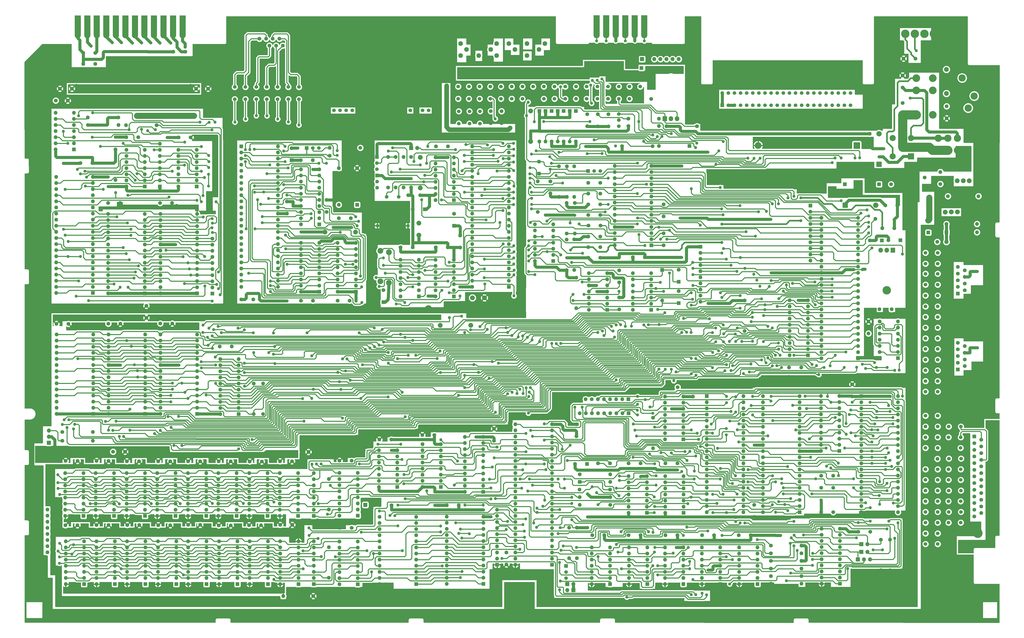
<source format=gbr>
G04 #@! TF.GenerationSoftware,KiCad,Pcbnew,(5.1.9)-1*
G04 #@! TF.CreationDate,2021-03-22T16:11:12+01:00*
G04 #@! TF.ProjectId,Open128,4f70656e-3132-4382-9e6b-696361645f70,3*
G04 #@! TF.SameCoordinates,Original*
G04 #@! TF.FileFunction,Copper,L1,Top*
G04 #@! TF.FilePolarity,Positive*
%FSLAX46Y46*%
G04 Gerber Fmt 4.6, Leading zero omitted, Abs format (unit mm)*
G04 Created by KiCad (PCBNEW (5.1.9)-1) date 2021-03-22 16:11:12*
%MOMM*%
%LPD*%
G01*
G04 APERTURE LIST*
G04 #@! TA.AperFunction,ComponentPad*
%ADD10R,3.810000X6.604000*%
G04 #@! TD*
G04 #@! TA.AperFunction,ComponentPad*
%ADD11R,6.604000X3.810000*%
G04 #@! TD*
G04 #@! TA.AperFunction,ComponentPad*
%ADD12C,1.524000*%
G04 #@! TD*
G04 #@! TA.AperFunction,ComponentPad*
%ADD13R,3.000000X6.000000*%
G04 #@! TD*
G04 #@! TA.AperFunction,ComponentPad*
%ADD14C,3.216000*%
G04 #@! TD*
G04 #@! TA.AperFunction,ComponentPad*
%ADD15C,1.508000*%
G04 #@! TD*
G04 #@! TA.AperFunction,ComponentPad*
%ADD16R,1.508000X1.508000*%
G04 #@! TD*
G04 #@! TA.AperFunction,ComponentPad*
%ADD17C,1.950000*%
G04 #@! TD*
G04 #@! TA.AperFunction,ComponentPad*
%ADD18C,3.000000*%
G04 #@! TD*
G04 #@! TA.AperFunction,ComponentPad*
%ADD19O,1.700000X1.700000*%
G04 #@! TD*
G04 #@! TA.AperFunction,ComponentPad*
%ADD20R,1.700000X1.700000*%
G04 #@! TD*
G04 #@! TA.AperFunction,ComponentPad*
%ADD21C,2.000000*%
G04 #@! TD*
G04 #@! TA.AperFunction,ComponentPad*
%ADD22C,2.999999*%
G04 #@! TD*
G04 #@! TA.AperFunction,ComponentPad*
%ADD23C,1.600000*%
G04 #@! TD*
G04 #@! TA.AperFunction,ComponentPad*
%ADD24O,1.600000X1.600000*%
G04 #@! TD*
G04 #@! TA.AperFunction,ComponentPad*
%ADD25C,3.200001*%
G04 #@! TD*
G04 #@! TA.AperFunction,ComponentPad*
%ADD26C,3.200000*%
G04 #@! TD*
G04 #@! TA.AperFunction,ComponentPad*
%ADD27C,2.540000*%
G04 #@! TD*
G04 #@! TA.AperFunction,ComponentPad*
%ADD28R,2.540000X2.540000*%
G04 #@! TD*
G04 #@! TA.AperFunction,ComponentPad*
%ADD29C,3.500000*%
G04 #@! TD*
G04 #@! TA.AperFunction,ConnectorPad*
%ADD30C,0.150000*%
G04 #@! TD*
G04 #@! TA.AperFunction,ComponentPad*
%ADD31O,2.400000X2.400000*%
G04 #@! TD*
G04 #@! TA.AperFunction,ComponentPad*
%ADD32C,2.400000*%
G04 #@! TD*
G04 #@! TA.AperFunction,ComponentPad*
%ADD33R,1.600000X1.600000*%
G04 #@! TD*
G04 #@! TA.AperFunction,ComponentPad*
%ADD34O,2.200000X2.200000*%
G04 #@! TD*
G04 #@! TA.AperFunction,ComponentPad*
%ADD35R,2.200000X2.200000*%
G04 #@! TD*
G04 #@! TA.AperFunction,ComponentPad*
%ADD36C,4.000000*%
G04 #@! TD*
G04 #@! TA.AperFunction,ComponentPad*
%ADD37O,2.000000X2.000000*%
G04 #@! TD*
G04 #@! TA.AperFunction,ComponentPad*
%ADD38O,1.905000X2.000000*%
G04 #@! TD*
G04 #@! TA.AperFunction,ComponentPad*
%ADD39R,1.905000X2.000000*%
G04 #@! TD*
G04 #@! TA.AperFunction,ComponentPad*
%ADD40R,1.200000X1.200000*%
G04 #@! TD*
G04 #@! TA.AperFunction,SMDPad,CuDef*
%ADD41R,11.000001X13.500001*%
G04 #@! TD*
G04 #@! TA.AperFunction,ComponentPad*
%ADD42C,1.500000*%
G04 #@! TD*
G04 #@! TA.AperFunction,ComponentPad*
%ADD43R,1.500000X1.500000*%
G04 #@! TD*
G04 #@! TA.AperFunction,ComponentPad*
%ADD44O,3.500000X3.500000*%
G04 #@! TD*
G04 #@! TA.AperFunction,ComponentPad*
%ADD45O,2.799999X2.799999*%
G04 #@! TD*
G04 #@! TA.AperFunction,ComponentPad*
%ADD46R,2.800000X2.800000*%
G04 #@! TD*
G04 #@! TA.AperFunction,ViaPad*
%ADD47C,1.778000*%
G04 #@! TD*
G04 #@! TA.AperFunction,ViaPad*
%ADD48C,1.270000*%
G04 #@! TD*
G04 #@! TA.AperFunction,ViaPad*
%ADD49C,5.000000*%
G04 #@! TD*
G04 #@! TA.AperFunction,Conductor*
%ADD50C,1.270000*%
G04 #@! TD*
G04 #@! TA.AperFunction,Conductor*
%ADD51C,0.381000*%
G04 #@! TD*
G04 #@! TA.AperFunction,Conductor*
%ADD52C,2.540000*%
G04 #@! TD*
G04 #@! TA.AperFunction,Conductor*
%ADD53C,1.905000*%
G04 #@! TD*
G04 #@! TA.AperFunction,Conductor*
%ADD54C,3.810000*%
G04 #@! TD*
G04 #@! TA.AperFunction,Conductor*
%ADD55C,0.635000*%
G04 #@! TD*
G04 #@! TA.AperFunction,Conductor*
%ADD56C,0.254000*%
G04 #@! TD*
G04 #@! TA.AperFunction,Conductor*
%ADD57C,0.150000*%
G04 #@! TD*
G04 APERTURE END LIST*
D10*
X208153000Y-59436000D03*
X155575000Y-59436000D03*
D11*
X181737000Y-38671500D03*
X181737000Y-80010000D03*
D12*
X201549000Y-75184000D03*
X199009000Y-75184000D03*
X196469000Y-75184000D03*
X193929000Y-75184000D03*
X169799000Y-75184000D03*
X167259000Y-75184000D03*
X164719000Y-75184000D03*
X162179000Y-75184000D03*
D13*
X389580120Y-39303960D03*
X310946800Y-39303960D03*
D14*
X389580120Y-63957200D03*
X310916320Y-64322960D03*
D15*
X331317600Y-67980560D03*
X377037600Y-67980560D03*
X377037600Y-73060560D03*
X374497600Y-73060560D03*
X374497600Y-67980560D03*
X371957600Y-67980560D03*
X369417600Y-67980560D03*
X366877600Y-67980560D03*
X364337600Y-67980560D03*
X361797600Y-67980560D03*
X359257600Y-67980560D03*
X356717600Y-67980560D03*
X354177600Y-67980560D03*
X351637600Y-67980560D03*
X349097600Y-67980560D03*
X346557600Y-67980560D03*
X344017600Y-67980560D03*
X341477600Y-67980560D03*
X338937600Y-67980560D03*
X336397600Y-67980560D03*
X333857600Y-67980560D03*
X328777600Y-67980560D03*
X326237600Y-67980560D03*
X323697600Y-67980560D03*
X371957600Y-73060560D03*
X369417600Y-73060560D03*
X366877600Y-73060560D03*
X364337600Y-73060560D03*
X361797600Y-73060560D03*
X359257600Y-73060560D03*
X356717600Y-73060560D03*
X354177600Y-73060560D03*
X351637600Y-73060560D03*
X349097600Y-73060560D03*
X346557600Y-73060560D03*
X344017600Y-73060560D03*
X341477600Y-73060560D03*
X338937600Y-73060560D03*
X336397600Y-73060560D03*
X333857600Y-73060560D03*
X331317600Y-73060560D03*
X328777600Y-73060560D03*
X326237600Y-73060560D03*
D16*
X323697600Y-73060560D03*
D17*
X242453160Y-39883080D03*
X242453160Y-47376080D03*
X237453160Y-49876080D03*
X234953160Y-47376080D03*
X247453160Y-49876080D03*
X249953160Y-47376080D03*
X247406160Y-37343080D03*
X237373160Y-37343080D03*
X242453160Y-52376080D03*
X214877000Y-52371000D03*
X229877000Y-52371000D03*
X222377000Y-39878000D03*
X222377000Y-47371000D03*
X217377000Y-49871000D03*
X214877000Y-47371000D03*
X227377000Y-49871000D03*
X229877000Y-47371000D03*
X227330000Y-37338000D03*
X217297000Y-37338000D03*
X222377000Y-52371000D03*
D18*
X157289500Y-85852000D03*
X201485500Y-85852000D03*
X201485500Y-157734000D03*
X157226000Y-157734000D03*
X240093500Y-119189500D03*
X176784000Y-122555000D03*
X119126000Y-124904500D03*
D19*
X384048000Y-255574800D03*
D20*
X381508000Y-255574800D03*
D21*
X413100520Y-118628160D03*
X421454520Y-117461160D03*
X416394520Y-117471160D03*
X418944520Y-117461160D03*
X424403520Y-115326160D03*
X418063680Y-105643680D03*
X426417680Y-104476680D03*
X421357680Y-104486680D03*
X423907680Y-104476680D03*
X429366680Y-102341680D03*
D22*
X433646580Y-91792800D03*
X433646580Y-86791800D03*
X421469080Y-86792800D03*
X417469080Y-86792800D03*
D18*
X413469080Y-86792800D03*
D22*
X421469080Y-91792800D03*
X417469080Y-91792800D03*
D18*
X413469080Y-91792800D03*
D23*
X294924480Y-203055220D03*
D24*
X294924480Y-215755220D03*
D23*
X72567800Y-78099920D03*
D24*
X59867800Y-78099920D03*
D23*
X247002300Y-117411500D03*
D24*
X247002300Y-104711500D03*
D23*
X277114000Y-239242600D03*
D24*
X264414000Y-239242600D03*
D23*
X71404480Y-91455240D03*
D24*
X71404480Y-104155240D03*
D23*
X260045200Y-261416800D03*
D24*
X260045200Y-248716800D03*
D23*
X59944000Y-81280000D03*
D24*
X72644000Y-81280000D03*
D23*
X284619700Y-81661000D03*
D24*
X297319700Y-81661000D03*
D23*
X49276000Y-212598000D03*
D24*
X61976000Y-212598000D03*
D23*
X343916000Y-265729720D03*
D24*
X356616000Y-265729720D03*
D23*
X128879600Y-188772800D03*
D24*
X128879600Y-201472800D03*
D23*
X194310000Y-94551500D03*
D24*
X194310000Y-107251500D03*
D23*
X393471400Y-266420600D03*
D24*
X393471400Y-253720600D03*
D23*
X389636000Y-253720600D03*
D24*
X389636000Y-266420600D03*
D23*
X263230600Y-261428000D03*
D24*
X263230600Y-248728000D03*
D23*
X343916000Y-262564880D03*
D24*
X356616000Y-262564880D03*
D23*
X277114000Y-236073950D03*
D24*
X264414000Y-236073950D03*
D23*
X49276000Y-208915000D03*
D24*
X61976000Y-208915000D03*
D23*
X416890200Y-122453400D03*
D24*
X429590200Y-122453400D03*
D23*
X160070800Y-241198400D03*
D24*
X160070800Y-228498400D03*
D23*
X160096200Y-269570200D03*
D24*
X160096200Y-256870200D03*
D23*
X262376920Y-113695480D03*
D24*
X262376920Y-126395480D03*
D23*
X332994000Y-154228800D03*
D24*
X332994000Y-166928800D03*
D23*
X187896500Y-94551500D03*
D24*
X187896500Y-107251500D03*
D23*
X262153400Y-98501200D03*
D24*
X262153400Y-111201200D03*
D23*
X262153400Y-128879600D03*
D24*
X262153400Y-141579600D03*
D23*
X417525200Y-110871000D03*
D24*
X430225200Y-110871000D03*
D23*
X262953500Y-144792700D03*
D24*
X262953500Y-157492700D03*
D23*
X259003800Y-141605000D03*
D24*
X259003800Y-128905000D03*
D23*
X264414000Y-226568000D03*
D24*
X277114000Y-226568000D03*
D23*
X184721500Y-107251500D03*
D24*
X184721500Y-94551500D03*
D23*
X160464500Y-94043500D03*
D24*
X173164500Y-94043500D03*
D23*
X173177200Y-90779600D03*
D24*
X160477200Y-90779600D03*
D23*
X191135000Y-107251500D03*
D24*
X191135000Y-94551500D03*
D23*
X88473280Y-81325720D03*
D24*
X75773280Y-81325720D03*
D23*
X259054600Y-98501200D03*
D24*
X259054600Y-111201200D03*
D23*
X259029200Y-126390400D03*
D24*
X259029200Y-113690400D03*
D23*
X343916000Y-272059400D03*
D24*
X356616000Y-272059400D03*
D23*
X343916000Y-268894560D03*
D24*
X356616000Y-268894560D03*
D23*
X343916000Y-256235200D03*
D24*
X356616000Y-256235200D03*
D23*
X277042880Y-232882440D03*
D24*
X264342880Y-232882440D03*
D23*
X255803400Y-98501200D03*
D24*
X255803400Y-111201200D03*
D23*
X313207400Y-81800700D03*
D24*
X300507400Y-81800700D03*
D23*
X284619700Y-78625700D03*
D24*
X297319700Y-78625700D03*
D23*
X282041600Y-90068400D03*
D24*
X294741600Y-90068400D03*
D23*
X343916000Y-259400040D03*
D24*
X356616000Y-259400040D03*
D23*
X132715000Y-201472800D03*
D24*
X132715000Y-188772800D03*
D25*
X411222000Y-61838840D03*
X404372000Y-61838840D03*
D26*
X411222000Y-66918840D03*
D25*
X404372000Y-66918840D03*
D26*
X411222000Y-77078840D03*
D25*
X404372000Y-77078840D03*
D12*
X143250920Y-65450720D03*
X143250920Y-67990720D03*
X143250920Y-70530720D03*
X147665440Y-65450720D03*
X147665440Y-67990720D03*
X147665440Y-70530720D03*
X120954800Y-65450720D03*
X120954800Y-67990720D03*
X120954800Y-70530720D03*
X125415040Y-65450720D03*
X125415040Y-67990720D03*
X125415040Y-70530720D03*
X138790680Y-65450720D03*
X138790680Y-67990720D03*
X138790680Y-70530720D03*
X134274560Y-65450720D03*
X134274560Y-67990720D03*
X134274560Y-70530720D03*
X129931160Y-65450720D03*
X129931160Y-67990720D03*
X129931160Y-70530720D03*
X214122000Y-80645000D03*
X214122000Y-78105000D03*
X214122000Y-75565000D03*
X218567000Y-80645000D03*
X218567000Y-78105000D03*
X218567000Y-75565000D03*
X280705560Y-76738480D03*
X280705560Y-79278480D03*
X280705560Y-81818480D03*
X227225410Y-65278000D03*
X227225410Y-67818000D03*
X227225410Y-70358000D03*
X236130350Y-65278000D03*
X236130350Y-67818000D03*
X236130350Y-70358000D03*
X231677880Y-65278000D03*
X231677880Y-67818000D03*
X231677880Y-70358000D03*
X245035290Y-65278000D03*
X245035290Y-67818000D03*
X245035290Y-70358000D03*
X249487760Y-65278000D03*
X249487760Y-67818000D03*
X249487760Y-70358000D03*
X253940230Y-65278000D03*
X253940230Y-67818000D03*
X253940230Y-70358000D03*
X258392700Y-65278000D03*
X258392700Y-67818000D03*
X258392700Y-70358000D03*
X262845170Y-65278000D03*
X262845170Y-67818000D03*
X262845170Y-70358000D03*
X240582820Y-65278000D03*
X240582820Y-67818000D03*
X240582820Y-70358000D03*
X276202580Y-65278000D03*
X276202580Y-67818000D03*
X276202580Y-70358000D03*
X280655050Y-65278000D03*
X280655050Y-67818000D03*
X280655050Y-70358000D03*
X271750110Y-65278000D03*
X271750110Y-67818000D03*
X271750110Y-70358000D03*
X267297640Y-65278000D03*
X267297640Y-67818000D03*
X267297640Y-70358000D03*
X289560000Y-65278000D03*
X289560000Y-67818000D03*
X289560000Y-70358000D03*
X285107520Y-65278000D03*
X285107520Y-67818000D03*
X285107520Y-70358000D03*
X408178000Y-192151000D03*
X410718000Y-192151000D03*
X413258000Y-192151000D03*
X222772940Y-65278000D03*
X222772940Y-67818000D03*
X222772940Y-70358000D03*
X213868000Y-65278000D03*
X213868000Y-67818000D03*
X213868000Y-70358000D03*
X218320470Y-65278000D03*
X218320470Y-67818000D03*
X218320470Y-70358000D03*
X222915480Y-80639920D03*
X222915480Y-78099920D03*
X222915480Y-75559920D03*
X417677600Y-215578266D03*
X420217600Y-215578266D03*
X422757600Y-215578266D03*
X417906200Y-220014799D03*
X420446200Y-220014799D03*
X422986200Y-220014799D03*
X417855400Y-233324398D03*
X420395400Y-233324398D03*
X422935400Y-233324398D03*
X408178000Y-224451332D03*
X410718000Y-224451332D03*
X413258000Y-224451332D03*
X417753800Y-228887865D03*
X420293800Y-228887865D03*
X422833800Y-228887865D03*
X408178000Y-228887865D03*
X410718000Y-228887865D03*
X413258000Y-228887865D03*
X417753800Y-224451332D03*
X420293800Y-224451332D03*
X422833800Y-224451332D03*
X408178000Y-233324398D03*
X410718000Y-233324398D03*
X413258000Y-233324398D03*
X417703000Y-237760931D03*
X420243000Y-237760931D03*
X422783000Y-237760931D03*
X408178000Y-237760931D03*
X410718000Y-237760931D03*
X413258000Y-237760931D03*
X408178000Y-255549400D03*
X410718000Y-255549400D03*
X413258000Y-255549400D03*
X417753800Y-211141733D03*
X420293800Y-211141733D03*
X422833800Y-211141733D03*
X408178000Y-211141733D03*
X410718000Y-211141733D03*
X413258000Y-211141733D03*
X408178000Y-215578266D03*
X410718000Y-215578266D03*
X413258000Y-215578266D03*
X417830000Y-206705200D03*
X420370000Y-206705200D03*
X422910000Y-206705200D03*
X408178000Y-206705200D03*
X410718000Y-206705200D03*
X413258000Y-206705200D03*
X408178000Y-202184000D03*
X410718000Y-202184000D03*
X413258000Y-202184000D03*
X417855400Y-242197464D03*
X420395400Y-242197464D03*
X422935400Y-242197464D03*
X417753800Y-246634000D03*
X420293800Y-246634000D03*
X422833800Y-246634000D03*
X408178000Y-246634000D03*
X410718000Y-246634000D03*
X413258000Y-246634000D03*
X408178000Y-251129800D03*
X410718000Y-251129800D03*
X413258000Y-251129800D03*
X408178000Y-242197464D03*
X410718000Y-242197464D03*
X413258000Y-242197464D03*
X408178000Y-161112200D03*
X410718000Y-161112200D03*
X413258000Y-161112200D03*
X408178000Y-143129000D03*
X410718000Y-143129000D03*
X413258000Y-143129000D03*
X408178000Y-147675600D03*
X410718000Y-147675600D03*
X413258000Y-147675600D03*
X408178000Y-152196800D03*
X410718000Y-152196800D03*
X413258000Y-152196800D03*
X408178000Y-156743400D03*
X410718000Y-156743400D03*
X413258000Y-156743400D03*
X408178000Y-138963400D03*
X410718000Y-138963400D03*
X413258000Y-138963400D03*
X408178000Y-134416800D03*
X410718000Y-134416800D03*
X413258000Y-134416800D03*
X408178000Y-174447200D03*
X410718000Y-174447200D03*
X413258000Y-174447200D03*
X408178000Y-178892200D03*
X410718000Y-178892200D03*
X413258000Y-178892200D03*
X408178000Y-183337200D03*
X410718000Y-183337200D03*
X413258000Y-183337200D03*
X408178000Y-187782200D03*
X410718000Y-187782200D03*
X413258000Y-187782200D03*
X408178000Y-170002200D03*
X410718000Y-170002200D03*
X413258000Y-170002200D03*
X408178000Y-165557200D03*
X410718000Y-165557200D03*
X413258000Y-165557200D03*
D27*
X394543280Y-94310200D03*
X394543280Y-86690200D03*
X402163280Y-86690200D03*
D28*
X402163280Y-94310200D03*
D29*
X419597840Y-43312080D03*
X411673040Y-43312080D03*
X407710640Y-43312080D03*
X403748240Y-43312080D03*
X399785840Y-43312080D03*
D18*
X435919000Y-71715000D03*
X435919000Y-66715000D03*
X435919000Y-69215000D03*
X428419000Y-69215000D03*
X423419000Y-76715000D03*
X423419000Y-61715000D03*
X428419000Y-61715000D03*
X425919000Y-74215000D03*
G04 #@! TA.AperFunction,ConnectorPad*
D30*
G36*
X96591120Y-43936920D02*
G01*
X96589590Y-43936920D01*
X96589590Y-43999236D01*
X96577374Y-44123268D01*
X96553060Y-44245505D01*
X96516881Y-44364770D01*
X96469186Y-44479915D01*
X96410435Y-44589830D01*
X96341194Y-44693458D01*
X96262128Y-44789800D01*
X96174000Y-44877928D01*
X96077658Y-44956994D01*
X95974030Y-45026235D01*
X95864115Y-45084986D01*
X95748970Y-45132681D01*
X95629705Y-45168860D01*
X95507468Y-45193174D01*
X95383436Y-45205390D01*
X95258804Y-45205390D01*
X95134772Y-45193174D01*
X95012535Y-45168860D01*
X94893270Y-45132681D01*
X94778125Y-45084986D01*
X94668210Y-45026235D01*
X94564582Y-44956994D01*
X94468240Y-44877928D01*
X94380112Y-44789800D01*
X94301046Y-44693458D01*
X94231805Y-44589830D01*
X94173054Y-44479915D01*
X94125359Y-44364770D01*
X94089180Y-44245505D01*
X94064866Y-44123268D01*
X94052650Y-43999236D01*
X94052650Y-43936920D01*
X94051120Y-43936920D01*
X94051120Y-35681920D01*
X96591120Y-35681920D01*
X96591120Y-43936920D01*
G37*
G04 #@! TD.AperFunction*
G04 #@! TA.AperFunction,ConnectorPad*
G36*
X92628720Y-43936920D02*
G01*
X92627190Y-43936920D01*
X92627190Y-43999236D01*
X92614974Y-44123268D01*
X92590660Y-44245505D01*
X92554481Y-44364770D01*
X92506786Y-44479915D01*
X92448035Y-44589830D01*
X92378794Y-44693458D01*
X92299728Y-44789800D01*
X92211600Y-44877928D01*
X92115258Y-44956994D01*
X92011630Y-45026235D01*
X91901715Y-45084986D01*
X91786570Y-45132681D01*
X91667305Y-45168860D01*
X91545068Y-45193174D01*
X91421036Y-45205390D01*
X91296404Y-45205390D01*
X91172372Y-45193174D01*
X91050135Y-45168860D01*
X90930870Y-45132681D01*
X90815725Y-45084986D01*
X90705810Y-45026235D01*
X90602182Y-44956994D01*
X90505840Y-44877928D01*
X90417712Y-44789800D01*
X90338646Y-44693458D01*
X90269405Y-44589830D01*
X90210654Y-44479915D01*
X90162959Y-44364770D01*
X90126780Y-44245505D01*
X90102466Y-44123268D01*
X90090250Y-43999236D01*
X90090250Y-43936920D01*
X90088720Y-43936920D01*
X90088720Y-35681920D01*
X92628720Y-35681920D01*
X92628720Y-43936920D01*
G37*
G04 #@! TD.AperFunction*
G04 #@! TA.AperFunction,ConnectorPad*
G36*
X88666320Y-43936920D02*
G01*
X88664790Y-43936920D01*
X88664790Y-43999236D01*
X88652574Y-44123268D01*
X88628260Y-44245505D01*
X88592081Y-44364770D01*
X88544386Y-44479915D01*
X88485635Y-44589830D01*
X88416394Y-44693458D01*
X88337328Y-44789800D01*
X88249200Y-44877928D01*
X88152858Y-44956994D01*
X88049230Y-45026235D01*
X87939315Y-45084986D01*
X87824170Y-45132681D01*
X87704905Y-45168860D01*
X87582668Y-45193174D01*
X87458636Y-45205390D01*
X87334004Y-45205390D01*
X87209972Y-45193174D01*
X87087735Y-45168860D01*
X86968470Y-45132681D01*
X86853325Y-45084986D01*
X86743410Y-45026235D01*
X86639782Y-44956994D01*
X86543440Y-44877928D01*
X86455312Y-44789800D01*
X86376246Y-44693458D01*
X86307005Y-44589830D01*
X86248254Y-44479915D01*
X86200559Y-44364770D01*
X86164380Y-44245505D01*
X86140066Y-44123268D01*
X86127850Y-43999236D01*
X86127850Y-43936920D01*
X86126320Y-43936920D01*
X86126320Y-35681920D01*
X88666320Y-35681920D01*
X88666320Y-43936920D01*
G37*
G04 #@! TD.AperFunction*
G04 #@! TA.AperFunction,ConnectorPad*
G36*
X84703920Y-43936920D02*
G01*
X84702390Y-43936920D01*
X84702390Y-43999236D01*
X84690174Y-44123268D01*
X84665860Y-44245505D01*
X84629681Y-44364770D01*
X84581986Y-44479915D01*
X84523235Y-44589830D01*
X84453994Y-44693458D01*
X84374928Y-44789800D01*
X84286800Y-44877928D01*
X84190458Y-44956994D01*
X84086830Y-45026235D01*
X83976915Y-45084986D01*
X83861770Y-45132681D01*
X83742505Y-45168860D01*
X83620268Y-45193174D01*
X83496236Y-45205390D01*
X83371604Y-45205390D01*
X83247572Y-45193174D01*
X83125335Y-45168860D01*
X83006070Y-45132681D01*
X82890925Y-45084986D01*
X82781010Y-45026235D01*
X82677382Y-44956994D01*
X82581040Y-44877928D01*
X82492912Y-44789800D01*
X82413846Y-44693458D01*
X82344605Y-44589830D01*
X82285854Y-44479915D01*
X82238159Y-44364770D01*
X82201980Y-44245505D01*
X82177666Y-44123268D01*
X82165450Y-43999236D01*
X82165450Y-43936920D01*
X82163920Y-43936920D01*
X82163920Y-35681920D01*
X84703920Y-35681920D01*
X84703920Y-43936920D01*
G37*
G04 #@! TD.AperFunction*
G04 #@! TA.AperFunction,ConnectorPad*
G36*
X80741520Y-43936920D02*
G01*
X80739990Y-43936920D01*
X80739990Y-43999236D01*
X80727774Y-44123268D01*
X80703460Y-44245505D01*
X80667281Y-44364770D01*
X80619586Y-44479915D01*
X80560835Y-44589830D01*
X80491594Y-44693458D01*
X80412528Y-44789800D01*
X80324400Y-44877928D01*
X80228058Y-44956994D01*
X80124430Y-45026235D01*
X80014515Y-45084986D01*
X79899370Y-45132681D01*
X79780105Y-45168860D01*
X79657868Y-45193174D01*
X79533836Y-45205390D01*
X79409204Y-45205390D01*
X79285172Y-45193174D01*
X79162935Y-45168860D01*
X79043670Y-45132681D01*
X78928525Y-45084986D01*
X78818610Y-45026235D01*
X78714982Y-44956994D01*
X78618640Y-44877928D01*
X78530512Y-44789800D01*
X78451446Y-44693458D01*
X78382205Y-44589830D01*
X78323454Y-44479915D01*
X78275759Y-44364770D01*
X78239580Y-44245505D01*
X78215266Y-44123268D01*
X78203050Y-43999236D01*
X78203050Y-43936920D01*
X78201520Y-43936920D01*
X78201520Y-35681920D01*
X80741520Y-35681920D01*
X80741520Y-43936920D01*
G37*
G04 #@! TD.AperFunction*
G04 #@! TA.AperFunction,ConnectorPad*
G36*
X76779120Y-43936920D02*
G01*
X76777590Y-43936920D01*
X76777590Y-43999236D01*
X76765374Y-44123268D01*
X76741060Y-44245505D01*
X76704881Y-44364770D01*
X76657186Y-44479915D01*
X76598435Y-44589830D01*
X76529194Y-44693458D01*
X76450128Y-44789800D01*
X76362000Y-44877928D01*
X76265658Y-44956994D01*
X76162030Y-45026235D01*
X76052115Y-45084986D01*
X75936970Y-45132681D01*
X75817705Y-45168860D01*
X75695468Y-45193174D01*
X75571436Y-45205390D01*
X75446804Y-45205390D01*
X75322772Y-45193174D01*
X75200535Y-45168860D01*
X75081270Y-45132681D01*
X74966125Y-45084986D01*
X74856210Y-45026235D01*
X74752582Y-44956994D01*
X74656240Y-44877928D01*
X74568112Y-44789800D01*
X74489046Y-44693458D01*
X74419805Y-44589830D01*
X74361054Y-44479915D01*
X74313359Y-44364770D01*
X74277180Y-44245505D01*
X74252866Y-44123268D01*
X74240650Y-43999236D01*
X74240650Y-43936920D01*
X74239120Y-43936920D01*
X74239120Y-35681920D01*
X76779120Y-35681920D01*
X76779120Y-43936920D01*
G37*
G04 #@! TD.AperFunction*
G04 #@! TA.AperFunction,ConnectorPad*
G36*
X72816720Y-43936920D02*
G01*
X72815190Y-43936920D01*
X72815190Y-43999236D01*
X72802974Y-44123268D01*
X72778660Y-44245505D01*
X72742481Y-44364770D01*
X72694786Y-44479915D01*
X72636035Y-44589830D01*
X72566794Y-44693458D01*
X72487728Y-44789800D01*
X72399600Y-44877928D01*
X72303258Y-44956994D01*
X72199630Y-45026235D01*
X72089715Y-45084986D01*
X71974570Y-45132681D01*
X71855305Y-45168860D01*
X71733068Y-45193174D01*
X71609036Y-45205390D01*
X71484404Y-45205390D01*
X71360372Y-45193174D01*
X71238135Y-45168860D01*
X71118870Y-45132681D01*
X71003725Y-45084986D01*
X70893810Y-45026235D01*
X70790182Y-44956994D01*
X70693840Y-44877928D01*
X70605712Y-44789800D01*
X70526646Y-44693458D01*
X70457405Y-44589830D01*
X70398654Y-44479915D01*
X70350959Y-44364770D01*
X70314780Y-44245505D01*
X70290466Y-44123268D01*
X70278250Y-43999236D01*
X70278250Y-43936920D01*
X70276720Y-43936920D01*
X70276720Y-35681920D01*
X72816720Y-35681920D01*
X72816720Y-43936920D01*
G37*
G04 #@! TD.AperFunction*
G04 #@! TA.AperFunction,ConnectorPad*
G36*
X68854320Y-43936920D02*
G01*
X68852790Y-43936920D01*
X68852790Y-43999236D01*
X68840574Y-44123268D01*
X68816260Y-44245505D01*
X68780081Y-44364770D01*
X68732386Y-44479915D01*
X68673635Y-44589830D01*
X68604394Y-44693458D01*
X68525328Y-44789800D01*
X68437200Y-44877928D01*
X68340858Y-44956994D01*
X68237230Y-45026235D01*
X68127315Y-45084986D01*
X68012170Y-45132681D01*
X67892905Y-45168860D01*
X67770668Y-45193174D01*
X67646636Y-45205390D01*
X67522004Y-45205390D01*
X67397972Y-45193174D01*
X67275735Y-45168860D01*
X67156470Y-45132681D01*
X67041325Y-45084986D01*
X66931410Y-45026235D01*
X66827782Y-44956994D01*
X66731440Y-44877928D01*
X66643312Y-44789800D01*
X66564246Y-44693458D01*
X66495005Y-44589830D01*
X66436254Y-44479915D01*
X66388559Y-44364770D01*
X66352380Y-44245505D01*
X66328066Y-44123268D01*
X66315850Y-43999236D01*
X66315850Y-43936920D01*
X66314320Y-43936920D01*
X66314320Y-35681920D01*
X68854320Y-35681920D01*
X68854320Y-43936920D01*
G37*
G04 #@! TD.AperFunction*
G04 #@! TA.AperFunction,ConnectorPad*
G36*
X64891920Y-43936920D02*
G01*
X64890390Y-43936920D01*
X64890390Y-43999236D01*
X64878174Y-44123268D01*
X64853860Y-44245505D01*
X64817681Y-44364770D01*
X64769986Y-44479915D01*
X64711235Y-44589830D01*
X64641994Y-44693458D01*
X64562928Y-44789800D01*
X64474800Y-44877928D01*
X64378458Y-44956994D01*
X64274830Y-45026235D01*
X64164915Y-45084986D01*
X64049770Y-45132681D01*
X63930505Y-45168860D01*
X63808268Y-45193174D01*
X63684236Y-45205390D01*
X63559604Y-45205390D01*
X63435572Y-45193174D01*
X63313335Y-45168860D01*
X63194070Y-45132681D01*
X63078925Y-45084986D01*
X62969010Y-45026235D01*
X62865382Y-44956994D01*
X62769040Y-44877928D01*
X62680912Y-44789800D01*
X62601846Y-44693458D01*
X62532605Y-44589830D01*
X62473854Y-44479915D01*
X62426159Y-44364770D01*
X62389980Y-44245505D01*
X62365666Y-44123268D01*
X62353450Y-43999236D01*
X62353450Y-43936920D01*
X62351920Y-43936920D01*
X62351920Y-35681920D01*
X64891920Y-35681920D01*
X64891920Y-43936920D01*
G37*
G04 #@! TD.AperFunction*
G04 #@! TA.AperFunction,ConnectorPad*
G36*
X60929520Y-43936920D02*
G01*
X60927990Y-43936920D01*
X60927990Y-43999236D01*
X60915774Y-44123268D01*
X60891460Y-44245505D01*
X60855281Y-44364770D01*
X60807586Y-44479915D01*
X60748835Y-44589830D01*
X60679594Y-44693458D01*
X60600528Y-44789800D01*
X60512400Y-44877928D01*
X60416058Y-44956994D01*
X60312430Y-45026235D01*
X60202515Y-45084986D01*
X60087370Y-45132681D01*
X59968105Y-45168860D01*
X59845868Y-45193174D01*
X59721836Y-45205390D01*
X59597204Y-45205390D01*
X59473172Y-45193174D01*
X59350935Y-45168860D01*
X59231670Y-45132681D01*
X59116525Y-45084986D01*
X59006610Y-45026235D01*
X58902982Y-44956994D01*
X58806640Y-44877928D01*
X58718512Y-44789800D01*
X58639446Y-44693458D01*
X58570205Y-44589830D01*
X58511454Y-44479915D01*
X58463759Y-44364770D01*
X58427580Y-44245505D01*
X58403266Y-44123268D01*
X58391050Y-43999236D01*
X58391050Y-43936920D01*
X58389520Y-43936920D01*
X58389520Y-35681920D01*
X60929520Y-35681920D01*
X60929520Y-43936920D01*
G37*
G04 #@! TD.AperFunction*
G04 #@! TA.AperFunction,ConnectorPad*
G36*
X100553520Y-43936920D02*
G01*
X100551990Y-43936920D01*
X100551990Y-43999236D01*
X100539774Y-44123268D01*
X100515460Y-44245505D01*
X100479281Y-44364770D01*
X100431586Y-44479915D01*
X100372835Y-44589830D01*
X100303594Y-44693458D01*
X100224528Y-44789800D01*
X100136400Y-44877928D01*
X100040058Y-44956994D01*
X99936430Y-45026235D01*
X99826515Y-45084986D01*
X99711370Y-45132681D01*
X99592105Y-45168860D01*
X99469868Y-45193174D01*
X99345836Y-45205390D01*
X99221204Y-45205390D01*
X99097172Y-45193174D01*
X98974935Y-45168860D01*
X98855670Y-45132681D01*
X98740525Y-45084986D01*
X98630610Y-45026235D01*
X98526982Y-44956994D01*
X98430640Y-44877928D01*
X98342512Y-44789800D01*
X98263446Y-44693458D01*
X98194205Y-44589830D01*
X98135454Y-44479915D01*
X98087759Y-44364770D01*
X98051580Y-44245505D01*
X98027266Y-44123268D01*
X98015050Y-43999236D01*
X98015050Y-43936920D01*
X98013520Y-43936920D01*
X98013520Y-35681920D01*
X100553520Y-35681920D01*
X100553520Y-43936920D01*
G37*
G04 #@! TD.AperFunction*
G04 #@! TA.AperFunction,ConnectorPad*
G36*
X56967120Y-43936920D02*
G01*
X56965590Y-43936920D01*
X56965590Y-43999236D01*
X56953374Y-44123268D01*
X56929060Y-44245505D01*
X56892881Y-44364770D01*
X56845186Y-44479915D01*
X56786435Y-44589830D01*
X56717194Y-44693458D01*
X56638128Y-44789800D01*
X56550000Y-44877928D01*
X56453658Y-44956994D01*
X56350030Y-45026235D01*
X56240115Y-45084986D01*
X56124970Y-45132681D01*
X56005705Y-45168860D01*
X55883468Y-45193174D01*
X55759436Y-45205390D01*
X55634804Y-45205390D01*
X55510772Y-45193174D01*
X55388535Y-45168860D01*
X55269270Y-45132681D01*
X55154125Y-45084986D01*
X55044210Y-45026235D01*
X54940582Y-44956994D01*
X54844240Y-44877928D01*
X54756112Y-44789800D01*
X54677046Y-44693458D01*
X54607805Y-44589830D01*
X54549054Y-44479915D01*
X54501359Y-44364770D01*
X54465180Y-44245505D01*
X54440866Y-44123268D01*
X54428650Y-43999236D01*
X54428650Y-43936920D01*
X54427120Y-43936920D01*
X54427120Y-35681920D01*
X56967120Y-35681920D01*
X56967120Y-43936920D01*
G37*
G04 #@! TD.AperFunction*
G04 #@! TA.AperFunction,ConnectorPad*
G36*
X292531800Y-43916600D02*
G01*
X292530270Y-43916600D01*
X292530270Y-43978916D01*
X292518054Y-44102948D01*
X292493740Y-44225185D01*
X292457561Y-44344450D01*
X292409866Y-44459595D01*
X292351115Y-44569510D01*
X292281874Y-44673138D01*
X292202808Y-44769480D01*
X292114680Y-44857608D01*
X292018338Y-44936674D01*
X291914710Y-45005915D01*
X291804795Y-45064666D01*
X291689650Y-45112361D01*
X291570385Y-45148540D01*
X291448148Y-45172854D01*
X291324116Y-45185070D01*
X291199484Y-45185070D01*
X291075452Y-45172854D01*
X290953215Y-45148540D01*
X290833950Y-45112361D01*
X290718805Y-45064666D01*
X290608890Y-45005915D01*
X290505262Y-44936674D01*
X290408920Y-44857608D01*
X290320792Y-44769480D01*
X290241726Y-44673138D01*
X290172485Y-44569510D01*
X290113734Y-44459595D01*
X290066039Y-44344450D01*
X290029860Y-44225185D01*
X290005546Y-44102948D01*
X289993330Y-43978916D01*
X289993330Y-43916600D01*
X289991800Y-43916600D01*
X289991800Y-35661600D01*
X292531800Y-35661600D01*
X292531800Y-43916600D01*
G37*
G04 #@! TD.AperFunction*
G04 #@! TA.AperFunction,ConnectorPad*
G36*
X288569400Y-43916600D02*
G01*
X288567870Y-43916600D01*
X288567870Y-43978916D01*
X288555654Y-44102948D01*
X288531340Y-44225185D01*
X288495161Y-44344450D01*
X288447466Y-44459595D01*
X288388715Y-44569510D01*
X288319474Y-44673138D01*
X288240408Y-44769480D01*
X288152280Y-44857608D01*
X288055938Y-44936674D01*
X287952310Y-45005915D01*
X287842395Y-45064666D01*
X287727250Y-45112361D01*
X287607985Y-45148540D01*
X287485748Y-45172854D01*
X287361716Y-45185070D01*
X287237084Y-45185070D01*
X287113052Y-45172854D01*
X286990815Y-45148540D01*
X286871550Y-45112361D01*
X286756405Y-45064666D01*
X286646490Y-45005915D01*
X286542862Y-44936674D01*
X286446520Y-44857608D01*
X286358392Y-44769480D01*
X286279326Y-44673138D01*
X286210085Y-44569510D01*
X286151334Y-44459595D01*
X286103639Y-44344450D01*
X286067460Y-44225185D01*
X286043146Y-44102948D01*
X286030930Y-43978916D01*
X286030930Y-43916600D01*
X286029400Y-43916600D01*
X286029400Y-35661600D01*
X288569400Y-35661600D01*
X288569400Y-43916600D01*
G37*
G04 #@! TD.AperFunction*
G04 #@! TA.AperFunction,ConnectorPad*
G36*
X284607000Y-43916600D02*
G01*
X284605470Y-43916600D01*
X284605470Y-43978916D01*
X284593254Y-44102948D01*
X284568940Y-44225185D01*
X284532761Y-44344450D01*
X284485066Y-44459595D01*
X284426315Y-44569510D01*
X284357074Y-44673138D01*
X284278008Y-44769480D01*
X284189880Y-44857608D01*
X284093538Y-44936674D01*
X283989910Y-45005915D01*
X283879995Y-45064666D01*
X283764850Y-45112361D01*
X283645585Y-45148540D01*
X283523348Y-45172854D01*
X283399316Y-45185070D01*
X283274684Y-45185070D01*
X283150652Y-45172854D01*
X283028415Y-45148540D01*
X282909150Y-45112361D01*
X282794005Y-45064666D01*
X282684090Y-45005915D01*
X282580462Y-44936674D01*
X282484120Y-44857608D01*
X282395992Y-44769480D01*
X282316926Y-44673138D01*
X282247685Y-44569510D01*
X282188934Y-44459595D01*
X282141239Y-44344450D01*
X282105060Y-44225185D01*
X282080746Y-44102948D01*
X282068530Y-43978916D01*
X282068530Y-43916600D01*
X282067000Y-43916600D01*
X282067000Y-35661600D01*
X284607000Y-35661600D01*
X284607000Y-43916600D01*
G37*
G04 #@! TD.AperFunction*
G04 #@! TA.AperFunction,ConnectorPad*
G36*
X280644600Y-43916600D02*
G01*
X280643070Y-43916600D01*
X280643070Y-43978916D01*
X280630854Y-44102948D01*
X280606540Y-44225185D01*
X280570361Y-44344450D01*
X280522666Y-44459595D01*
X280463915Y-44569510D01*
X280394674Y-44673138D01*
X280315608Y-44769480D01*
X280227480Y-44857608D01*
X280131138Y-44936674D01*
X280027510Y-45005915D01*
X279917595Y-45064666D01*
X279802450Y-45112361D01*
X279683185Y-45148540D01*
X279560948Y-45172854D01*
X279436916Y-45185070D01*
X279312284Y-45185070D01*
X279188252Y-45172854D01*
X279066015Y-45148540D01*
X278946750Y-45112361D01*
X278831605Y-45064666D01*
X278721690Y-45005915D01*
X278618062Y-44936674D01*
X278521720Y-44857608D01*
X278433592Y-44769480D01*
X278354526Y-44673138D01*
X278285285Y-44569510D01*
X278226534Y-44459595D01*
X278178839Y-44344450D01*
X278142660Y-44225185D01*
X278118346Y-44102948D01*
X278106130Y-43978916D01*
X278106130Y-43916600D01*
X278104600Y-43916600D01*
X278104600Y-35661600D01*
X280644600Y-35661600D01*
X280644600Y-43916600D01*
G37*
G04 #@! TD.AperFunction*
G04 #@! TA.AperFunction,ConnectorPad*
G36*
X276682200Y-43916600D02*
G01*
X276680670Y-43916600D01*
X276680670Y-43978916D01*
X276668454Y-44102948D01*
X276644140Y-44225185D01*
X276607961Y-44344450D01*
X276560266Y-44459595D01*
X276501515Y-44569510D01*
X276432274Y-44673138D01*
X276353208Y-44769480D01*
X276265080Y-44857608D01*
X276168738Y-44936674D01*
X276065110Y-45005915D01*
X275955195Y-45064666D01*
X275840050Y-45112361D01*
X275720785Y-45148540D01*
X275598548Y-45172854D01*
X275474516Y-45185070D01*
X275349884Y-45185070D01*
X275225852Y-45172854D01*
X275103615Y-45148540D01*
X274984350Y-45112361D01*
X274869205Y-45064666D01*
X274759290Y-45005915D01*
X274655662Y-44936674D01*
X274559320Y-44857608D01*
X274471192Y-44769480D01*
X274392126Y-44673138D01*
X274322885Y-44569510D01*
X274264134Y-44459595D01*
X274216439Y-44344450D01*
X274180260Y-44225185D01*
X274155946Y-44102948D01*
X274143730Y-43978916D01*
X274143730Y-43916600D01*
X274142200Y-43916600D01*
X274142200Y-35661600D01*
X276682200Y-35661600D01*
X276682200Y-43916600D01*
G37*
G04 #@! TD.AperFunction*
G04 #@! TA.AperFunction,ConnectorPad*
G36*
X272719800Y-43916600D02*
G01*
X272718270Y-43916600D01*
X272718270Y-43978916D01*
X272706054Y-44102948D01*
X272681740Y-44225185D01*
X272645561Y-44344450D01*
X272597866Y-44459595D01*
X272539115Y-44569510D01*
X272469874Y-44673138D01*
X272390808Y-44769480D01*
X272302680Y-44857608D01*
X272206338Y-44936674D01*
X272102710Y-45005915D01*
X271992795Y-45064666D01*
X271877650Y-45112361D01*
X271758385Y-45148540D01*
X271636148Y-45172854D01*
X271512116Y-45185070D01*
X271387484Y-45185070D01*
X271263452Y-45172854D01*
X271141215Y-45148540D01*
X271021950Y-45112361D01*
X270906805Y-45064666D01*
X270796890Y-45005915D01*
X270693262Y-44936674D01*
X270596920Y-44857608D01*
X270508792Y-44769480D01*
X270429726Y-44673138D01*
X270360485Y-44569510D01*
X270301734Y-44459595D01*
X270254039Y-44344450D01*
X270217860Y-44225185D01*
X270193546Y-44102948D01*
X270181330Y-43978916D01*
X270181330Y-43916600D01*
X270179800Y-43916600D01*
X270179800Y-35661600D01*
X272719800Y-35661600D01*
X272719800Y-43916600D01*
G37*
G04 #@! TD.AperFunction*
D21*
X197485000Y-127047000D03*
X197485000Y-122047000D03*
D31*
X181533800Y-146329400D03*
D32*
X181533800Y-133629400D03*
D31*
X185064400Y-146913600D03*
D32*
X185064400Y-134213600D03*
D23*
X385093200Y-129311400D03*
D33*
X390093200Y-129311400D03*
D23*
X392764000Y-129235200D03*
D33*
X397764000Y-129235200D03*
D34*
X388848600Y-84912200D03*
D35*
X388848600Y-97612200D03*
D34*
X387553200Y-114655600D03*
D35*
X374853200Y-114655600D03*
D23*
X48260000Y-66167000D03*
X53260000Y-66167000D03*
X109902000Y-66167000D03*
X104902000Y-66167000D03*
D36*
X147884800Y-46834920D03*
X122884800Y-46834920D03*
D23*
X139539800Y-45414920D03*
X136769800Y-45414920D03*
X133999800Y-45414920D03*
X131229800Y-45414920D03*
X140924800Y-48254920D03*
X138154800Y-48254920D03*
X135384800Y-48254920D03*
X132614800Y-48254920D03*
D33*
X129844800Y-48254920D03*
D23*
X379650000Y-105918000D03*
D33*
X374650000Y-105918000D03*
D23*
X407844000Y-103124000D03*
D33*
X402844000Y-103124000D03*
D23*
X393874000Y-105918000D03*
D33*
X388874000Y-105918000D03*
D19*
X259283200Y-274751800D03*
D20*
X261823200Y-274751800D03*
D19*
X261823200Y-272199100D03*
D20*
X259283200Y-272199100D03*
X175260000Y-239268000D03*
D19*
X196850000Y-90805000D03*
D20*
X194310000Y-90805000D03*
D19*
X385165600Y-261950200D03*
X382625600Y-261950200D03*
D20*
X380085600Y-261950200D03*
D19*
X384048000Y-258800600D03*
D20*
X381508000Y-258800600D03*
D37*
X243967000Y-75412600D03*
D21*
X243967000Y-88112600D03*
D38*
X304860960Y-78623160D03*
X302320960Y-78623160D03*
D39*
X299780960Y-78623160D03*
D24*
X266898120Y-195315840D03*
X269438120Y-195315840D03*
X271978120Y-195315840D03*
X274518120Y-195315840D03*
X277058120Y-195315840D03*
X279598120Y-195315840D03*
X282138120Y-195315840D03*
D33*
X284678120Y-195315840D03*
D24*
X153817320Y-254431800D03*
X153817320Y-256971800D03*
X153817320Y-259511800D03*
X153817320Y-262051800D03*
X153817320Y-264591800D03*
X153817320Y-267131800D03*
X153817320Y-269671800D03*
D33*
X153817320Y-272211800D03*
D40*
X193015700Y-123160200D03*
X180315700Y-123160200D03*
D41*
X186626500Y-120396000D03*
D42*
X189180300Y-111146000D03*
X184125700Y-111146000D03*
D24*
X245745000Y-137795000D03*
X253365000Y-122555000D03*
X245745000Y-135255000D03*
X253365000Y-125095000D03*
X245745000Y-132715000D03*
X253365000Y-127635000D03*
X245745000Y-130175000D03*
X253365000Y-130175000D03*
X245745000Y-127635000D03*
X253365000Y-132715000D03*
X245745000Y-125095000D03*
X253365000Y-135255000D03*
X245745000Y-122555000D03*
D33*
X253365000Y-137795000D03*
D24*
X315234320Y-272161000D03*
X322854320Y-256921000D03*
X315234320Y-269621000D03*
X322854320Y-259461000D03*
X315234320Y-267081000D03*
X322854320Y-262001000D03*
X315234320Y-264541000D03*
X322854320Y-264541000D03*
X315234320Y-262001000D03*
X322854320Y-267081000D03*
X315234320Y-259461000D03*
X322854320Y-269621000D03*
X315234320Y-256921000D03*
D33*
X322854320Y-272161000D03*
D24*
X330708000Y-272161000D03*
X338328000Y-256921000D03*
X330708000Y-269621000D03*
X338328000Y-259461000D03*
X330708000Y-267081000D03*
X338328000Y-262001000D03*
X330708000Y-264541000D03*
X338328000Y-264541000D03*
X330708000Y-262001000D03*
X338328000Y-267081000D03*
X330708000Y-259461000D03*
X338328000Y-269621000D03*
X330708000Y-256921000D03*
D33*
X338328000Y-272161000D03*
D23*
X315294000Y-251866400D03*
X320294000Y-251866400D03*
X330534000Y-251866400D03*
X335534000Y-251866400D03*
D24*
X89824560Y-89042240D03*
X89824560Y-91582240D03*
X89824560Y-94122240D03*
X89824560Y-96662240D03*
X89824560Y-99202240D03*
X89824560Y-101742240D03*
X89824560Y-104282240D03*
D33*
X89824560Y-106822240D03*
D23*
X46536600Y-71130160D03*
X51536600Y-71130160D03*
D19*
X305587400Y-53868320D03*
X303047400Y-53868320D03*
X300507400Y-53868320D03*
X297967400Y-53868320D03*
X295427400Y-53868320D03*
X292887400Y-53868320D03*
D20*
X290347400Y-53868320D03*
D24*
X396748000Y-194056000D03*
X381508000Y-242316000D03*
X396748000Y-196596000D03*
X381508000Y-239776000D03*
X396748000Y-199136000D03*
X381508000Y-237236000D03*
X396748000Y-201676000D03*
X381508000Y-234696000D03*
X396748000Y-204216000D03*
X381508000Y-232156000D03*
X396748000Y-206756000D03*
X381508000Y-229616000D03*
X396748000Y-209296000D03*
X381508000Y-227076000D03*
X396748000Y-211836000D03*
X381508000Y-224536000D03*
X396748000Y-214376000D03*
X381508000Y-221996000D03*
X396748000Y-216916000D03*
X381508000Y-219456000D03*
X396748000Y-219456000D03*
X381508000Y-216916000D03*
X396748000Y-221996000D03*
X381508000Y-214376000D03*
X396748000Y-224536000D03*
X381508000Y-211836000D03*
X396748000Y-227076000D03*
X381508000Y-209296000D03*
X396748000Y-229616000D03*
X381508000Y-206756000D03*
X396748000Y-232156000D03*
X381508000Y-204216000D03*
X396748000Y-234696000D03*
X381508000Y-201676000D03*
X396748000Y-237236000D03*
X381508000Y-199136000D03*
X396748000Y-239776000D03*
X381508000Y-196596000D03*
X396748000Y-242316000D03*
D33*
X381508000Y-194056000D03*
D24*
X278955500Y-131318000D03*
X294195500Y-98298000D03*
X278955500Y-128778000D03*
X294195500Y-100838000D03*
X278955500Y-126238000D03*
X294195500Y-103378000D03*
X278955500Y-123698000D03*
X294195500Y-105918000D03*
X278955500Y-121158000D03*
X294195500Y-108458000D03*
X278955500Y-118618000D03*
X294195500Y-110998000D03*
X278955500Y-116078000D03*
X294195500Y-113538000D03*
X278955500Y-113538000D03*
X294195500Y-116078000D03*
X278955500Y-110998000D03*
X294195500Y-118618000D03*
X278955500Y-108458000D03*
X294195500Y-121158000D03*
X278955500Y-105918000D03*
X294195500Y-123698000D03*
X278955500Y-103378000D03*
X294195500Y-126238000D03*
X278955500Y-100838000D03*
X294195500Y-128778000D03*
X278955500Y-98298000D03*
D33*
X294195500Y-131318000D03*
D23*
X416966400Y-78482200D03*
X416966400Y-73482200D03*
D21*
X416864800Y-68166000D03*
X416864800Y-58166000D03*
D23*
X385238000Y-250469400D03*
X380238000Y-250469400D03*
D24*
X180949600Y-231800400D03*
X188569600Y-216560400D03*
X180949600Y-229260400D03*
X188569600Y-219100400D03*
X180949600Y-226720400D03*
X188569600Y-221640400D03*
X180949600Y-224180400D03*
X188569600Y-224180400D03*
X180949600Y-221640400D03*
X188569600Y-226720400D03*
X180949600Y-219100400D03*
X188569600Y-229260400D03*
X180949600Y-216560400D03*
D33*
X188569600Y-231800400D03*
D23*
X181080400Y-212115400D03*
X186080400Y-212115400D03*
D24*
X141119200Y-277190200D03*
D23*
X153619200Y-277190200D03*
X268055080Y-123139200D03*
X273055080Y-123139200D03*
X284737800Y-221996000D03*
X289737800Y-221996000D03*
X139805400Y-221132400D03*
X144805400Y-221132400D03*
X127207000Y-221208600D03*
X132207000Y-221208600D03*
X114278400Y-221132400D03*
X119278400Y-221132400D03*
X101603800Y-221132400D03*
X106603800Y-221132400D03*
X89157800Y-221132400D03*
X94157800Y-221132400D03*
X76153000Y-221132400D03*
X81153000Y-221132400D03*
X63529200Y-220980000D03*
X68529200Y-220980000D03*
X139881600Y-247599200D03*
X144881600Y-247599200D03*
X126902200Y-247726200D03*
X131902200Y-247726200D03*
X114303800Y-247802400D03*
X119303800Y-247802400D03*
X101603800Y-247599200D03*
X106603800Y-247599200D03*
X89183200Y-247700800D03*
X94183200Y-247700800D03*
X76305400Y-247650000D03*
X81305400Y-247650000D03*
X50549800Y-247700800D03*
X55549800Y-247700800D03*
X198936600Y-210210400D03*
X203936600Y-210210400D03*
X63478400Y-247675400D03*
X68478400Y-247675400D03*
X114694960Y-173431200D03*
X119694960Y-173431200D03*
D24*
X97510600Y-106807000D03*
X105130600Y-91567000D03*
X97510600Y-104267000D03*
X105130600Y-94107000D03*
X97510600Y-101727000D03*
X105130600Y-96647000D03*
X97510600Y-99187000D03*
X105130600Y-99187000D03*
X97510600Y-96647000D03*
X105130600Y-101727000D03*
X97510600Y-94107000D03*
X105130600Y-104267000D03*
X97510600Y-91567000D03*
D33*
X105130600Y-106807000D03*
D23*
X97616000Y-86436200D03*
X102616000Y-86436200D03*
X189945000Y-132143500D03*
X194945000Y-132143500D03*
X204550000Y-132143500D03*
X209550000Y-132143500D03*
X128698000Y-153797000D03*
X123698000Y-153797000D03*
X148416000Y-95885000D03*
X153416000Y-95885000D03*
X50626000Y-220980000D03*
X55626000Y-220980000D03*
X384479800Y-162995600D03*
X384479800Y-167995600D03*
X159194500Y-112458500D03*
X159194500Y-117458500D03*
X351489000Y-182118000D03*
X356489000Y-182118000D03*
X231876600Y-80539600D03*
X231876600Y-75539600D03*
X142684500Y-118093500D03*
X142684500Y-113093500D03*
X193120000Y-110490000D03*
X198120000Y-110490000D03*
X214693500Y-127207000D03*
X214693500Y-132207000D03*
X395194800Y-124180600D03*
X390194800Y-124180600D03*
X396490200Y-114731800D03*
X391490200Y-114731800D03*
X408131000Y-220091000D03*
X413131000Y-220091000D03*
X280847800Y-141735800D03*
X280847800Y-146735800D03*
X267973800Y-105333800D03*
X272973800Y-105333800D03*
X377723400Y-189132200D03*
X377723400Y-194132200D03*
X272973800Y-114252828D03*
X267973800Y-114252828D03*
X272973800Y-118712342D03*
X267973800Y-118712342D03*
X414375600Y-100791000D03*
X414375600Y-105791000D03*
X385013200Y-89912200D03*
X385013200Y-84912200D03*
X409799800Y-111480600D03*
X404799800Y-111480600D03*
X398653000Y-72089000D03*
X398653000Y-77089000D03*
X398653000Y-60659000D03*
X398653000Y-65659000D03*
X399063200Y-53670200D03*
X404063200Y-53670200D03*
X227393500Y-75543400D03*
X227393500Y-80543400D03*
X280822400Y-158023560D03*
X280822400Y-153023560D03*
X277034000Y-221996000D03*
X272034000Y-221996000D03*
X169274500Y-120015000D03*
X164274500Y-120015000D03*
X267973800Y-132090884D03*
X272973800Y-132090884D03*
X252209300Y-104740700D03*
X252209300Y-109740700D03*
X299288200Y-131339600D03*
X299288200Y-126339600D03*
X299300900Y-119300000D03*
X299300900Y-114300000D03*
X267973800Y-109793314D03*
X272973800Y-109793314D03*
X62992000Y-51308000D03*
X57992000Y-51308000D03*
X62992000Y-55880000D03*
X57992000Y-55880000D03*
X364062000Y-107848400D03*
X369062000Y-107848400D03*
X100387160Y-50754280D03*
X95387160Y-50754280D03*
X276352000Y-76826100D03*
X276352000Y-81826100D03*
X336956400Y-244268000D03*
X336956400Y-239268000D03*
X271907000Y-76826100D03*
X271907000Y-81826100D03*
X267512800Y-76800700D03*
X267512800Y-81800700D03*
X408054800Y-129895600D03*
X413054800Y-129895600D03*
X294170100Y-70430400D03*
X294170100Y-65430400D03*
X286528500Y-136334500D03*
X291528500Y-136334500D03*
X146612600Y-217246200D03*
X151612600Y-217246200D03*
X75383400Y-217144600D03*
X70383400Y-217144600D03*
X84201000Y-156464000D03*
X84201000Y-161464000D03*
X269624800Y-251866400D03*
X274624800Y-251866400D03*
X284737800Y-251866400D03*
X289737800Y-251866400D03*
X68294240Y-113680240D03*
X73294240Y-113680240D03*
X89894400Y-113665000D03*
X94894400Y-113665000D03*
X89996000Y-163830000D03*
X94996000Y-163830000D03*
X68370440Y-163896040D03*
X73370440Y-163896040D03*
X46800760Y-164007800D03*
X51800760Y-164007800D03*
X75873600Y-86324440D03*
X80873600Y-86324440D03*
X209597000Y-90170000D03*
X204597000Y-90170000D03*
X272970000Y-136461500D03*
X267970000Y-136461500D03*
X153463000Y-154305000D03*
X148463000Y-154305000D03*
X168703000Y-154305000D03*
X163703000Y-154305000D03*
X209147400Y-239471200D03*
X214147400Y-239471200D03*
X181182000Y-239395000D03*
X186182000Y-239395000D03*
X228752400Y-207598000D03*
X228752400Y-212598000D03*
X300054000Y-221996000D03*
X305054000Y-221996000D03*
X164595800Y-248793000D03*
X169595800Y-248793000D03*
X164545000Y-220929200D03*
X169545000Y-220929200D03*
X364824000Y-227126800D03*
X369824000Y-227126800D03*
X364824000Y-242316000D03*
X369824000Y-242316000D03*
X263029700Y-205718400D03*
X263029700Y-210718400D03*
X364824000Y-232156000D03*
X369824000Y-232156000D03*
X300079400Y-251866400D03*
X305079400Y-251866400D03*
X394077200Y-157886400D03*
X389077200Y-157886400D03*
X311480200Y-189259200D03*
X311480200Y-194259200D03*
X267973800Y-127631370D03*
X272973800Y-127631370D03*
X61774080Y-97134680D03*
X56774080Y-97134680D03*
X300104800Y-190347600D03*
X305104800Y-190347600D03*
X233908600Y-259033000D03*
X233908600Y-264033000D03*
D24*
X189865000Y-152527000D03*
X197485000Y-137287000D03*
X189865000Y-149987000D03*
X197485000Y-139827000D03*
X189865000Y-147447000D03*
X197485000Y-142367000D03*
X189865000Y-144907000D03*
X197485000Y-144907000D03*
X189865000Y-142367000D03*
X197485000Y-147447000D03*
X189865000Y-139827000D03*
X197485000Y-149987000D03*
X189865000Y-137287000D03*
D33*
X197485000Y-152527000D03*
D43*
X258749800Y-264642600D03*
D42*
X258749800Y-269722600D03*
X258749800Y-267182600D03*
D43*
X180149500Y-102235000D03*
D42*
X180149500Y-107315000D03*
X180149500Y-104775000D03*
D43*
X180086000Y-94551500D03*
D42*
X180086000Y-99631500D03*
X180086000Y-97091500D03*
D43*
X267843000Y-100380800D03*
D42*
X272923000Y-100380800D03*
X270383000Y-100380800D03*
D43*
X150876000Y-90805000D03*
D42*
X155956000Y-90805000D03*
X153416000Y-90805000D03*
D24*
X332486000Y-194056000D03*
X317246000Y-242316000D03*
X332486000Y-196596000D03*
X317246000Y-239776000D03*
X332486000Y-199136000D03*
X317246000Y-237236000D03*
X332486000Y-201676000D03*
X317246000Y-234696000D03*
X332486000Y-204216000D03*
X317246000Y-232156000D03*
X332486000Y-206756000D03*
X317246000Y-229616000D03*
X332486000Y-209296000D03*
X317246000Y-227076000D03*
X332486000Y-211836000D03*
X317246000Y-224536000D03*
X332486000Y-214376000D03*
X317246000Y-221996000D03*
X332486000Y-216916000D03*
X317246000Y-219456000D03*
X332486000Y-219456000D03*
X317246000Y-216916000D03*
X332486000Y-221996000D03*
X317246000Y-214376000D03*
X332486000Y-224536000D03*
X317246000Y-211836000D03*
X332486000Y-227076000D03*
X317246000Y-209296000D03*
X332486000Y-229616000D03*
X317246000Y-206756000D03*
X332486000Y-232156000D03*
X317246000Y-204216000D03*
X332486000Y-234696000D03*
X317246000Y-201676000D03*
X332486000Y-237236000D03*
X317246000Y-199136000D03*
X332486000Y-239776000D03*
X317246000Y-196596000D03*
X332486000Y-242316000D03*
D33*
X317246000Y-194056000D03*
D21*
X224790000Y-153162000D03*
X219790000Y-153162000D03*
D19*
X43647360Y-208396840D03*
X43647360Y-210936840D03*
D20*
X43647360Y-213476840D03*
D24*
X340614000Y-242306000D03*
X355854000Y-194046000D03*
X340614000Y-239766000D03*
X355854000Y-196586000D03*
X340614000Y-237226000D03*
X355854000Y-199126000D03*
X340614000Y-234686000D03*
X355854000Y-201666000D03*
X340614000Y-232146000D03*
X355854000Y-204206000D03*
X340614000Y-229606000D03*
X355854000Y-206746000D03*
X340614000Y-227066000D03*
X355854000Y-209286000D03*
X340614000Y-224526000D03*
X355854000Y-211826000D03*
X340614000Y-221986000D03*
X355854000Y-214366000D03*
X340614000Y-219446000D03*
X355854000Y-216906000D03*
X340614000Y-216906000D03*
X355854000Y-219446000D03*
X340614000Y-214366000D03*
X355854000Y-221986000D03*
X340614000Y-211826000D03*
X355854000Y-224526000D03*
X340614000Y-209286000D03*
X355854000Y-227066000D03*
X340614000Y-206746000D03*
X355854000Y-229606000D03*
X340614000Y-204206000D03*
X355854000Y-232146000D03*
X340614000Y-201666000D03*
X355854000Y-234686000D03*
X340614000Y-199126000D03*
X355854000Y-237226000D03*
X340614000Y-196586000D03*
X355854000Y-239766000D03*
X340614000Y-194046000D03*
D33*
X355854000Y-242306000D03*
D24*
X46736000Y-151130000D03*
X61976000Y-102870000D03*
X46736000Y-148590000D03*
X61976000Y-105410000D03*
X46736000Y-146050000D03*
X61976000Y-107950000D03*
X46736000Y-143510000D03*
X61976000Y-110490000D03*
X46736000Y-140970000D03*
X61976000Y-113030000D03*
X46736000Y-138430000D03*
X61976000Y-115570000D03*
X46736000Y-135890000D03*
X61976000Y-118110000D03*
X46736000Y-133350000D03*
X61976000Y-120650000D03*
X46736000Y-130810000D03*
X61976000Y-123190000D03*
X46736000Y-128270000D03*
X61976000Y-125730000D03*
X46736000Y-125730000D03*
X61976000Y-128270000D03*
X46736000Y-123190000D03*
X61976000Y-130810000D03*
X46736000Y-120650000D03*
X61976000Y-133350000D03*
X46736000Y-118110000D03*
X61976000Y-135890000D03*
X46736000Y-115570000D03*
X61976000Y-138430000D03*
X46736000Y-113030000D03*
X61976000Y-140970000D03*
X46736000Y-110490000D03*
X61976000Y-143510000D03*
X46736000Y-107950000D03*
X61976000Y-146050000D03*
X46736000Y-105410000D03*
X61976000Y-148590000D03*
X46736000Y-102870000D03*
D33*
X61976000Y-151130000D03*
D23*
X171831000Y-99187000D03*
X164211000Y-99187000D03*
X164211000Y-114427000D03*
D33*
X171831000Y-114427000D03*
D24*
X46482000Y-91440000D03*
X54102000Y-76200000D03*
X46482000Y-88900000D03*
X54102000Y-78740000D03*
X46482000Y-86360000D03*
X54102000Y-81280000D03*
X46482000Y-83820000D03*
X54102000Y-83820000D03*
X46482000Y-81280000D03*
X54102000Y-86360000D03*
X46482000Y-78740000D03*
X54102000Y-88900000D03*
X46482000Y-76200000D03*
D33*
X54102000Y-91440000D03*
D24*
X351663000Y-177038000D03*
X359283000Y-154178000D03*
X351663000Y-174498000D03*
X359283000Y-156718000D03*
X351663000Y-171958000D03*
X359283000Y-159258000D03*
X351663000Y-169418000D03*
X359283000Y-161798000D03*
X351663000Y-166878000D03*
X359283000Y-164338000D03*
X351663000Y-164338000D03*
X359283000Y-166878000D03*
X351663000Y-161798000D03*
X359283000Y-169418000D03*
X351663000Y-159258000D03*
X359283000Y-171958000D03*
X351663000Y-156718000D03*
X359283000Y-174498000D03*
X351663000Y-154178000D03*
D33*
X359283000Y-177038000D03*
D24*
X286512000Y-158115000D03*
X294132000Y-142875000D03*
X286512000Y-155575000D03*
X294132000Y-145415000D03*
X286512000Y-153035000D03*
X294132000Y-147955000D03*
X286512000Y-150495000D03*
X294132000Y-150495000D03*
X286512000Y-147955000D03*
X294132000Y-153035000D03*
X286512000Y-145415000D03*
X294132000Y-155575000D03*
X286512000Y-142875000D03*
D33*
X294132000Y-158115000D03*
D24*
X269367000Y-272161000D03*
X276987000Y-256921000D03*
X269367000Y-269621000D03*
X276987000Y-259461000D03*
X269367000Y-267081000D03*
X276987000Y-262001000D03*
X269367000Y-264541000D03*
X276987000Y-264541000D03*
X269367000Y-262001000D03*
X276987000Y-267081000D03*
X269367000Y-259461000D03*
X276987000Y-269621000D03*
X269367000Y-256921000D03*
D33*
X276987000Y-272161000D03*
D38*
X389509000Y-133350000D03*
X392049000Y-133350000D03*
D39*
X394589000Y-133350000D03*
D44*
X392049000Y-150010000D03*
D24*
X284734000Y-242570000D03*
X292354000Y-227330000D03*
X284734000Y-240030000D03*
X292354000Y-229870000D03*
X284734000Y-237490000D03*
X292354000Y-232410000D03*
X284734000Y-234950000D03*
X292354000Y-234950000D03*
X284734000Y-232410000D03*
X292354000Y-237490000D03*
X284734000Y-229870000D03*
X292354000Y-240030000D03*
X284734000Y-227330000D03*
D33*
X292354000Y-242570000D03*
D24*
X114935000Y-201472000D03*
X122555000Y-178612000D03*
X114935000Y-198932000D03*
X122555000Y-181152000D03*
X114935000Y-196392000D03*
X122555000Y-183692000D03*
X114935000Y-193852000D03*
X122555000Y-186232000D03*
X114935000Y-191312000D03*
X122555000Y-188772000D03*
X114935000Y-188772000D03*
X122555000Y-191312000D03*
X114935000Y-186232000D03*
X122555000Y-193852000D03*
X114935000Y-183692000D03*
X122555000Y-196392000D03*
X114935000Y-181152000D03*
X122555000Y-198932000D03*
X114935000Y-178612000D03*
D33*
X122555000Y-201472000D03*
D24*
X139725400Y-243865400D03*
X147345400Y-226085400D03*
X139725400Y-241325400D03*
X147345400Y-228625400D03*
X139725400Y-238785400D03*
X147345400Y-231165400D03*
X139725400Y-236245400D03*
X147345400Y-233705400D03*
X139725400Y-233705400D03*
X147345400Y-236245400D03*
X139725400Y-231165400D03*
X147345400Y-238785400D03*
X139725400Y-228625400D03*
X147345400Y-241325400D03*
X139725400Y-226085400D03*
D33*
X147345400Y-243865400D03*
D24*
X126974600Y-243865400D03*
X134594600Y-226085400D03*
X126974600Y-241325400D03*
X134594600Y-228625400D03*
X126974600Y-238785400D03*
X134594600Y-231165400D03*
X126974600Y-236245400D03*
X134594600Y-233705400D03*
X126974600Y-233705400D03*
X134594600Y-236245400D03*
X126974600Y-231165400D03*
X134594600Y-238785400D03*
X126974600Y-228625400D03*
X134594600Y-241325400D03*
X126974600Y-226085400D03*
D33*
X134594600Y-243865400D03*
D24*
X114122200Y-243865400D03*
X121742200Y-226085400D03*
X114122200Y-241325400D03*
X121742200Y-228625400D03*
X114122200Y-238785400D03*
X121742200Y-231165400D03*
X114122200Y-236245400D03*
X121742200Y-233705400D03*
X114122200Y-233705400D03*
X121742200Y-236245400D03*
X114122200Y-231165400D03*
X121742200Y-238785400D03*
X114122200Y-228625400D03*
X121742200Y-241325400D03*
X114122200Y-226085400D03*
D33*
X121742200Y-243865400D03*
D24*
X101549200Y-243865400D03*
X109169200Y-226085400D03*
X101549200Y-241325400D03*
X109169200Y-228625400D03*
X101549200Y-238785400D03*
X109169200Y-231165400D03*
X101549200Y-236245400D03*
X109169200Y-233705400D03*
X101549200Y-233705400D03*
X109169200Y-236245400D03*
X101549200Y-231165400D03*
X109169200Y-238785400D03*
X101549200Y-228625400D03*
X109169200Y-241325400D03*
X101549200Y-226085400D03*
D33*
X109169200Y-243865400D03*
D24*
X88722200Y-243865400D03*
X96342200Y-226085400D03*
X88722200Y-241325400D03*
X96342200Y-228625400D03*
X88722200Y-238785400D03*
X96342200Y-231165400D03*
X88722200Y-236245400D03*
X96342200Y-233705400D03*
X88722200Y-233705400D03*
X96342200Y-236245400D03*
X88722200Y-231165400D03*
X96342200Y-238785400D03*
X88722200Y-228625400D03*
X96342200Y-241325400D03*
X88722200Y-226085400D03*
D33*
X96342200Y-243865400D03*
D24*
X76022200Y-243865400D03*
X83642200Y-226085400D03*
X76022200Y-241325400D03*
X83642200Y-228625400D03*
X76022200Y-238785400D03*
X83642200Y-231165400D03*
X76022200Y-236245400D03*
X83642200Y-233705400D03*
X76022200Y-233705400D03*
X83642200Y-236245400D03*
X76022200Y-231165400D03*
X83642200Y-238785400D03*
X76022200Y-228625400D03*
X83642200Y-241325400D03*
X76022200Y-226085400D03*
D33*
X83642200Y-243865400D03*
D24*
X63195200Y-243865400D03*
X70815200Y-226085400D03*
X63195200Y-241325400D03*
X70815200Y-228625400D03*
X63195200Y-238785400D03*
X70815200Y-231165400D03*
X63195200Y-236245400D03*
X70815200Y-233705400D03*
X63195200Y-233705400D03*
X70815200Y-236245400D03*
X63195200Y-231165400D03*
X70815200Y-238785400D03*
X63195200Y-228625400D03*
X70815200Y-241325400D03*
X63195200Y-226085400D03*
D33*
X70815200Y-243865400D03*
D24*
X50495200Y-243865400D03*
X58115200Y-226085400D03*
X50495200Y-241325400D03*
X58115200Y-228625400D03*
X50495200Y-238785400D03*
X58115200Y-231165400D03*
X50495200Y-236245400D03*
X58115200Y-233705400D03*
X50495200Y-233705400D03*
X58115200Y-236245400D03*
X50495200Y-231165400D03*
X58115200Y-238785400D03*
X50495200Y-228625400D03*
X58115200Y-241325400D03*
X50495200Y-226085400D03*
D33*
X58115200Y-243865400D03*
D24*
X139852400Y-272211800D03*
X147472400Y-254431800D03*
X139852400Y-269671800D03*
X147472400Y-256971800D03*
X139852400Y-267131800D03*
X147472400Y-259511800D03*
X139852400Y-264591800D03*
X147472400Y-262051800D03*
X139852400Y-262051800D03*
X147472400Y-264591800D03*
X139852400Y-259511800D03*
X147472400Y-267131800D03*
X139852400Y-256971800D03*
X147472400Y-269671800D03*
X139852400Y-254431800D03*
D33*
X147472400Y-272211800D03*
D24*
X127152400Y-272211800D03*
X134772400Y-254431800D03*
X127152400Y-269671800D03*
X134772400Y-256971800D03*
X127152400Y-267131800D03*
X134772400Y-259511800D03*
X127152400Y-264591800D03*
X134772400Y-262051800D03*
X127152400Y-262051800D03*
X134772400Y-264591800D03*
X127152400Y-259511800D03*
X134772400Y-267131800D03*
X127152400Y-256971800D03*
X134772400Y-269671800D03*
X127152400Y-254431800D03*
D33*
X134772400Y-272211800D03*
D24*
X114452400Y-272211800D03*
X122072400Y-254431800D03*
X114452400Y-269671800D03*
X122072400Y-256971800D03*
X114452400Y-267131800D03*
X122072400Y-259511800D03*
X114452400Y-264591800D03*
X122072400Y-262051800D03*
X114452400Y-262051800D03*
X122072400Y-264591800D03*
X114452400Y-259511800D03*
X122072400Y-267131800D03*
X114452400Y-256971800D03*
X122072400Y-269671800D03*
X114452400Y-254431800D03*
D33*
X122072400Y-272211800D03*
D24*
X101600000Y-272211800D03*
X109220000Y-254431800D03*
X101600000Y-269671800D03*
X109220000Y-256971800D03*
X101600000Y-267131800D03*
X109220000Y-259511800D03*
X101600000Y-264591800D03*
X109220000Y-262051800D03*
X101600000Y-262051800D03*
X109220000Y-264591800D03*
X101600000Y-259511800D03*
X109220000Y-267131800D03*
X101600000Y-256971800D03*
X109220000Y-269671800D03*
X101600000Y-254431800D03*
D33*
X109220000Y-272211800D03*
D24*
X89052400Y-272211800D03*
X96672400Y-254431800D03*
X89052400Y-269671800D03*
X96672400Y-256971800D03*
X89052400Y-267131800D03*
X96672400Y-259511800D03*
X89052400Y-264591800D03*
X96672400Y-262051800D03*
X89052400Y-262051800D03*
X96672400Y-264591800D03*
X89052400Y-259511800D03*
X96672400Y-267131800D03*
X89052400Y-256971800D03*
X96672400Y-269671800D03*
X89052400Y-254431800D03*
D33*
X96672400Y-272211800D03*
D24*
X76225400Y-272211800D03*
X83845400Y-254431800D03*
X76225400Y-269671800D03*
X83845400Y-256971800D03*
X76225400Y-267131800D03*
X83845400Y-259511800D03*
X76225400Y-264591800D03*
X83845400Y-262051800D03*
X76225400Y-262051800D03*
X83845400Y-264591800D03*
X76225400Y-259511800D03*
X83845400Y-267131800D03*
X76225400Y-256971800D03*
X83845400Y-269671800D03*
X76225400Y-254431800D03*
D33*
X83845400Y-272211800D03*
D24*
X63525400Y-272211800D03*
X71145400Y-254431800D03*
X63525400Y-269671800D03*
X71145400Y-256971800D03*
X63525400Y-267131800D03*
X71145400Y-259511800D03*
X63525400Y-264591800D03*
X71145400Y-262051800D03*
X63525400Y-262051800D03*
X71145400Y-264591800D03*
X63525400Y-259511800D03*
X71145400Y-267131800D03*
X63525400Y-256971800D03*
X71145400Y-269671800D03*
X63525400Y-254431800D03*
D33*
X71145400Y-272211800D03*
D24*
X50698400Y-272211800D03*
X58318400Y-254431800D03*
X50698400Y-269671800D03*
X58318400Y-256971800D03*
X50698400Y-267131800D03*
X58318400Y-259511800D03*
X50698400Y-264591800D03*
X58318400Y-262051800D03*
X50698400Y-262051800D03*
X58318400Y-264591800D03*
X50698400Y-259511800D03*
X58318400Y-267131800D03*
X50698400Y-256971800D03*
X58318400Y-269671800D03*
X50698400Y-254431800D03*
D33*
X58318400Y-272211800D03*
D24*
X284861000Y-272161000D03*
X292481000Y-256921000D03*
X284861000Y-269621000D03*
X292481000Y-259461000D03*
X284861000Y-267081000D03*
X292481000Y-262001000D03*
X284861000Y-264541000D03*
X292481000Y-264541000D03*
X284861000Y-262001000D03*
X292481000Y-267081000D03*
X284861000Y-259461000D03*
X292481000Y-269621000D03*
X284861000Y-256921000D03*
D33*
X292481000Y-272161000D03*
D24*
X68326000Y-151257000D03*
X83566000Y-118237000D03*
X68326000Y-148717000D03*
X83566000Y-120777000D03*
X68326000Y-146177000D03*
X83566000Y-123317000D03*
X68326000Y-143637000D03*
X83566000Y-125857000D03*
X68326000Y-141097000D03*
X83566000Y-128397000D03*
X68326000Y-138557000D03*
X83566000Y-130937000D03*
X68326000Y-136017000D03*
X83566000Y-133477000D03*
X68326000Y-133477000D03*
X83566000Y-136017000D03*
X68326000Y-130937000D03*
X83566000Y-138557000D03*
X68326000Y-128397000D03*
X83566000Y-141097000D03*
X68326000Y-125857000D03*
X83566000Y-143637000D03*
X68326000Y-123317000D03*
X83566000Y-146177000D03*
X68326000Y-120777000D03*
X83566000Y-148717000D03*
X68326000Y-118237000D03*
D33*
X83566000Y-151257000D03*
D24*
X90043000Y-151257000D03*
X105283000Y-118237000D03*
X90043000Y-148717000D03*
X105283000Y-120777000D03*
X90043000Y-146177000D03*
X105283000Y-123317000D03*
X90043000Y-143637000D03*
X105283000Y-125857000D03*
X90043000Y-141097000D03*
X105283000Y-128397000D03*
X90043000Y-138557000D03*
X105283000Y-130937000D03*
X90043000Y-136017000D03*
X105283000Y-133477000D03*
X90043000Y-133477000D03*
X105283000Y-136017000D03*
X90043000Y-130937000D03*
X105283000Y-138557000D03*
X90043000Y-128397000D03*
X105283000Y-141097000D03*
X90043000Y-125857000D03*
X105283000Y-143637000D03*
X90043000Y-123317000D03*
X105283000Y-146177000D03*
X90043000Y-120777000D03*
X105283000Y-148717000D03*
X90043000Y-118237000D03*
D33*
X105283000Y-151257000D03*
D24*
X90043000Y-201422000D03*
X105283000Y-168402000D03*
X90043000Y-198882000D03*
X105283000Y-170942000D03*
X90043000Y-196342000D03*
X105283000Y-173482000D03*
X90043000Y-193802000D03*
X105283000Y-176022000D03*
X90043000Y-191262000D03*
X105283000Y-178562000D03*
X90043000Y-188722000D03*
X105283000Y-181102000D03*
X90043000Y-186182000D03*
X105283000Y-183642000D03*
X90043000Y-183642000D03*
X105283000Y-186182000D03*
X90043000Y-181102000D03*
X105283000Y-188722000D03*
X90043000Y-178562000D03*
X105283000Y-191262000D03*
X90043000Y-176022000D03*
X105283000Y-193802000D03*
X90043000Y-173482000D03*
X105283000Y-196342000D03*
X90043000Y-170942000D03*
X105283000Y-198882000D03*
X90043000Y-168402000D03*
D33*
X105283000Y-201422000D03*
D24*
X68516500Y-201422000D03*
X83756500Y-168402000D03*
X68516500Y-198882000D03*
X83756500Y-170942000D03*
X68516500Y-196342000D03*
X83756500Y-173482000D03*
X68516500Y-193802000D03*
X83756500Y-176022000D03*
X68516500Y-191262000D03*
X83756500Y-178562000D03*
X68516500Y-188722000D03*
X83756500Y-181102000D03*
X68516500Y-186182000D03*
X83756500Y-183642000D03*
X68516500Y-183642000D03*
X83756500Y-186182000D03*
X68516500Y-181102000D03*
X83756500Y-188722000D03*
X68516500Y-178562000D03*
X83756500Y-191262000D03*
X68516500Y-176022000D03*
X83756500Y-193802000D03*
X68516500Y-173482000D03*
X83756500Y-196342000D03*
X68516500Y-170942000D03*
X83756500Y-198882000D03*
X68516500Y-168402000D03*
D33*
X83756500Y-201422000D03*
D24*
X46863000Y-201422000D03*
X62103000Y-168402000D03*
X46863000Y-198882000D03*
X62103000Y-170942000D03*
X46863000Y-196342000D03*
X62103000Y-173482000D03*
X46863000Y-193802000D03*
X62103000Y-176022000D03*
X46863000Y-191262000D03*
X62103000Y-178562000D03*
X46863000Y-188722000D03*
X62103000Y-181102000D03*
X46863000Y-186182000D03*
X62103000Y-183642000D03*
X46863000Y-183642000D03*
X62103000Y-186182000D03*
X46863000Y-181102000D03*
X62103000Y-188722000D03*
X46863000Y-178562000D03*
X62103000Y-191262000D03*
X46863000Y-176022000D03*
X62103000Y-193802000D03*
X46863000Y-173482000D03*
X62103000Y-196342000D03*
X46863000Y-170942000D03*
X62103000Y-198882000D03*
X46863000Y-168402000D03*
D33*
X62103000Y-201422000D03*
D24*
X75946000Y-106807000D03*
X83566000Y-91567000D03*
X75946000Y-104267000D03*
X83566000Y-94107000D03*
X75946000Y-101727000D03*
X83566000Y-96647000D03*
X75946000Y-99187000D03*
X83566000Y-99187000D03*
X75946000Y-96647000D03*
X83566000Y-101727000D03*
X75946000Y-94107000D03*
X83566000Y-104267000D03*
X75946000Y-91567000D03*
D33*
X83566000Y-106807000D03*
D24*
X204470000Y-152527000D03*
X212090000Y-137287000D03*
X204470000Y-149987000D03*
X212090000Y-139827000D03*
X204470000Y-147447000D03*
X212090000Y-142367000D03*
X204470000Y-144907000D03*
X212090000Y-144907000D03*
X204470000Y-142367000D03*
X212090000Y-147447000D03*
X204470000Y-139827000D03*
X212090000Y-149987000D03*
X204470000Y-137287000D03*
D33*
X212090000Y-152527000D03*
D24*
X204470000Y-112522000D03*
X212090000Y-94742000D03*
X204470000Y-109982000D03*
X212090000Y-97282000D03*
X204470000Y-107442000D03*
X212090000Y-99822000D03*
X204470000Y-104902000D03*
X212090000Y-102362000D03*
X204470000Y-102362000D03*
X212090000Y-104902000D03*
X204470000Y-99822000D03*
X212090000Y-107442000D03*
X204470000Y-97282000D03*
X212090000Y-109982000D03*
X204470000Y-94742000D03*
D33*
X212090000Y-112522000D03*
D24*
X268224000Y-158115000D03*
X275844000Y-142875000D03*
X268224000Y-155575000D03*
X275844000Y-145415000D03*
X268224000Y-153035000D03*
X275844000Y-147955000D03*
X268224000Y-150495000D03*
X275844000Y-150495000D03*
X268224000Y-147955000D03*
X275844000Y-153035000D03*
X268224000Y-145415000D03*
X275844000Y-155575000D03*
X268224000Y-142875000D03*
D33*
X275844000Y-158115000D03*
D24*
X199009000Y-231775000D03*
X206629000Y-213995000D03*
X199009000Y-229235000D03*
X206629000Y-216535000D03*
X199009000Y-226695000D03*
X206629000Y-219075000D03*
X199009000Y-224155000D03*
X206629000Y-221615000D03*
X199009000Y-221615000D03*
X206629000Y-224155000D03*
X199009000Y-219075000D03*
X206629000Y-226695000D03*
X199009000Y-216535000D03*
X206629000Y-229235000D03*
X199009000Y-213995000D03*
D33*
X206629000Y-231775000D03*
D24*
X148463000Y-150622000D03*
X156083000Y-130302000D03*
X148463000Y-148082000D03*
X156083000Y-132842000D03*
X148463000Y-145542000D03*
X156083000Y-135382000D03*
X148463000Y-143002000D03*
X156083000Y-137922000D03*
X148463000Y-140462000D03*
X156083000Y-140462000D03*
X148463000Y-137922000D03*
X156083000Y-143002000D03*
X148463000Y-135382000D03*
X156083000Y-145542000D03*
X148463000Y-132842000D03*
X156083000Y-148082000D03*
X148463000Y-130302000D03*
D33*
X156083000Y-150622000D03*
D24*
X148463000Y-122555000D03*
X156083000Y-99695000D03*
X148463000Y-120015000D03*
X156083000Y-102235000D03*
X148463000Y-117475000D03*
X156083000Y-104775000D03*
X148463000Y-114935000D03*
X156083000Y-107315000D03*
X148463000Y-112395000D03*
X156083000Y-109855000D03*
X148463000Y-109855000D03*
X156083000Y-112395000D03*
X148463000Y-107315000D03*
X156083000Y-114935000D03*
X148463000Y-104775000D03*
X156083000Y-117475000D03*
X148463000Y-102235000D03*
X156083000Y-120015000D03*
X148463000Y-99695000D03*
D33*
X156083000Y-122555000D03*
D24*
X163703000Y-150622000D03*
X171323000Y-130302000D03*
X163703000Y-148082000D03*
X171323000Y-132842000D03*
X163703000Y-145542000D03*
X171323000Y-135382000D03*
X163703000Y-143002000D03*
X171323000Y-137922000D03*
X163703000Y-140462000D03*
X171323000Y-140462000D03*
X163703000Y-137922000D03*
X171323000Y-143002000D03*
X163703000Y-135382000D03*
X171323000Y-145542000D03*
X163703000Y-132842000D03*
X171323000Y-148082000D03*
X163703000Y-130302000D03*
D33*
X171323000Y-150622000D03*
D24*
X138938000Y-90170000D03*
X123698000Y-148590000D03*
X138938000Y-92710000D03*
X123698000Y-146050000D03*
X138938000Y-95250000D03*
X123698000Y-143510000D03*
X138938000Y-97790000D03*
X123698000Y-140970000D03*
X138938000Y-100330000D03*
X123698000Y-138430000D03*
X138938000Y-102870000D03*
X123698000Y-135890000D03*
X138938000Y-105410000D03*
X123698000Y-133350000D03*
X138938000Y-107950000D03*
X123698000Y-130810000D03*
X138938000Y-110490000D03*
X123698000Y-128270000D03*
X138938000Y-113030000D03*
X123698000Y-125730000D03*
X138938000Y-115570000D03*
X123698000Y-123190000D03*
X138938000Y-118110000D03*
X123698000Y-120650000D03*
X138938000Y-120650000D03*
X123698000Y-118110000D03*
X138938000Y-123190000D03*
X123698000Y-115570000D03*
X138938000Y-125730000D03*
X123698000Y-113030000D03*
X138938000Y-128270000D03*
X123698000Y-110490000D03*
X138938000Y-130810000D03*
X123698000Y-107950000D03*
X138938000Y-133350000D03*
X123698000Y-105410000D03*
X138938000Y-135890000D03*
X123698000Y-102870000D03*
X138938000Y-138430000D03*
X123698000Y-100330000D03*
X138938000Y-140970000D03*
X123698000Y-97790000D03*
X138938000Y-143510000D03*
X123698000Y-95250000D03*
X138938000Y-146050000D03*
X123698000Y-92710000D03*
X138938000Y-148590000D03*
D33*
X123698000Y-90170000D03*
D24*
X219710000Y-148590000D03*
X234950000Y-90170000D03*
X219710000Y-146050000D03*
X234950000Y-92710000D03*
X219710000Y-143510000D03*
X234950000Y-95250000D03*
X219710000Y-140970000D03*
X234950000Y-97790000D03*
X219710000Y-138430000D03*
X234950000Y-100330000D03*
X219710000Y-135890000D03*
X234950000Y-102870000D03*
X219710000Y-133350000D03*
X234950000Y-105410000D03*
X219710000Y-130810000D03*
X234950000Y-107950000D03*
X219710000Y-128270000D03*
X234950000Y-110490000D03*
X219710000Y-125730000D03*
X234950000Y-113030000D03*
X219710000Y-123190000D03*
X234950000Y-115570000D03*
X219710000Y-120650000D03*
X234950000Y-118110000D03*
X219710000Y-118110000D03*
X234950000Y-120650000D03*
X219710000Y-115570000D03*
X234950000Y-123190000D03*
X219710000Y-113030000D03*
X234950000Y-125730000D03*
X219710000Y-110490000D03*
X234950000Y-128270000D03*
X219710000Y-107950000D03*
X234950000Y-130810000D03*
X219710000Y-105410000D03*
X234950000Y-133350000D03*
X219710000Y-102870000D03*
X234950000Y-135890000D03*
X219710000Y-100330000D03*
X234950000Y-138430000D03*
X219710000Y-97790000D03*
X234950000Y-140970000D03*
X219710000Y-95250000D03*
X234950000Y-143510000D03*
X219710000Y-92710000D03*
X234950000Y-146050000D03*
X219710000Y-90170000D03*
D33*
X234950000Y-148590000D03*
D24*
X209128360Y-272115280D03*
X224368360Y-244175280D03*
X209128360Y-269575280D03*
X224368360Y-246715280D03*
X209128360Y-267035280D03*
X224368360Y-249255280D03*
X209128360Y-264495280D03*
X224368360Y-251795280D03*
X209128360Y-261955280D03*
X224368360Y-254335280D03*
X209128360Y-259415280D03*
X224368360Y-256875280D03*
X209128360Y-256875280D03*
X224368360Y-259415280D03*
X209128360Y-254335280D03*
X224368360Y-261955280D03*
X209128360Y-251795280D03*
X224368360Y-264495280D03*
X209128360Y-249255280D03*
X224368360Y-267035280D03*
X209128360Y-246715280D03*
X224368360Y-269575280D03*
X209128360Y-244175280D03*
D33*
X224368360Y-272115280D03*
D24*
X181157880Y-272155920D03*
X196397880Y-244215920D03*
X181157880Y-269615920D03*
X196397880Y-246755920D03*
X181157880Y-267075920D03*
X196397880Y-249295920D03*
X181157880Y-264535920D03*
X196397880Y-251835920D03*
X181157880Y-261995920D03*
X196397880Y-254375920D03*
X181157880Y-259455920D03*
X196397880Y-256915920D03*
X181157880Y-256915920D03*
X196397880Y-259455920D03*
X181157880Y-254375920D03*
X196397880Y-261995920D03*
X181157880Y-251835920D03*
X196397880Y-264535920D03*
X181157880Y-249295920D03*
X196397880Y-267075920D03*
X181157880Y-246755920D03*
X196397880Y-269615920D03*
X181157880Y-244215920D03*
D33*
X196397880Y-272155920D03*
D24*
X216662000Y-233807000D03*
X224282000Y-210947000D03*
X216662000Y-231267000D03*
X224282000Y-213487000D03*
X216662000Y-228727000D03*
X224282000Y-216027000D03*
X216662000Y-226187000D03*
X224282000Y-218567000D03*
X216662000Y-223647000D03*
X224282000Y-221107000D03*
X216662000Y-221107000D03*
X224282000Y-223647000D03*
X216662000Y-218567000D03*
X224282000Y-226187000D03*
X216662000Y-216027000D03*
X224282000Y-228727000D03*
X216662000Y-213487000D03*
X224282000Y-231267000D03*
X216662000Y-210947000D03*
D33*
X224282000Y-233807000D03*
D24*
X299974000Y-242570000D03*
X307594000Y-227330000D03*
X299974000Y-240030000D03*
X307594000Y-229870000D03*
X299974000Y-237490000D03*
X307594000Y-232410000D03*
X299974000Y-234950000D03*
X307594000Y-234950000D03*
X299974000Y-232410000D03*
X307594000Y-237490000D03*
X299974000Y-229870000D03*
X307594000Y-240030000D03*
X299974000Y-227330000D03*
D33*
X307594000Y-242570000D03*
D24*
X164465000Y-272288000D03*
X172085000Y-254508000D03*
X164465000Y-269748000D03*
X172085000Y-257048000D03*
X164465000Y-267208000D03*
X172085000Y-259588000D03*
X164465000Y-264668000D03*
X172085000Y-262128000D03*
X164465000Y-262128000D03*
X172085000Y-264668000D03*
X164465000Y-259588000D03*
X172085000Y-267208000D03*
X164465000Y-257048000D03*
X172085000Y-269748000D03*
X164465000Y-254508000D03*
D33*
X172085000Y-272288000D03*
D24*
X164465000Y-243713000D03*
X172085000Y-225933000D03*
X164465000Y-241173000D03*
X172085000Y-228473000D03*
X164465000Y-238633000D03*
X172085000Y-231013000D03*
X164465000Y-236093000D03*
X172085000Y-233553000D03*
X164465000Y-233553000D03*
X172085000Y-236093000D03*
X164465000Y-231013000D03*
X172085000Y-238633000D03*
X164465000Y-228473000D03*
X172085000Y-241173000D03*
X164465000Y-225933000D03*
D33*
X172085000Y-243713000D03*
D24*
X364744000Y-216856000D03*
X372364000Y-193996000D03*
X364744000Y-214316000D03*
X372364000Y-196536000D03*
X364744000Y-211776000D03*
X372364000Y-199076000D03*
X364744000Y-209236000D03*
X372364000Y-201616000D03*
X364744000Y-206696000D03*
X372364000Y-204156000D03*
X364744000Y-204156000D03*
X372364000Y-206696000D03*
X364744000Y-201616000D03*
X372364000Y-209236000D03*
X364744000Y-199076000D03*
X372364000Y-211776000D03*
X364744000Y-196536000D03*
X372364000Y-214316000D03*
X364744000Y-193996000D03*
D33*
X372364000Y-216856000D03*
D24*
X364998000Y-272034000D03*
X372618000Y-249174000D03*
X364998000Y-269494000D03*
X372618000Y-251714000D03*
X364998000Y-266954000D03*
X372618000Y-254254000D03*
X364998000Y-264414000D03*
X372618000Y-256794000D03*
X364998000Y-261874000D03*
X372618000Y-259334000D03*
X364998000Y-259334000D03*
X372618000Y-261874000D03*
X364998000Y-256794000D03*
X372618000Y-264414000D03*
X364998000Y-254254000D03*
X372618000Y-266954000D03*
X364998000Y-251714000D03*
X372618000Y-269494000D03*
X364998000Y-249174000D03*
D33*
X372618000Y-272034000D03*
D24*
X237617000Y-264160000D03*
X252857000Y-205740000D03*
X237617000Y-261620000D03*
X252857000Y-208280000D03*
X237617000Y-259080000D03*
X252857000Y-210820000D03*
X237617000Y-256540000D03*
X252857000Y-213360000D03*
X237617000Y-254000000D03*
X252857000Y-215900000D03*
X237617000Y-251460000D03*
X252857000Y-218440000D03*
X237617000Y-248920000D03*
X252857000Y-220980000D03*
X237617000Y-246380000D03*
X252857000Y-223520000D03*
X237617000Y-243840000D03*
X252857000Y-226060000D03*
X237617000Y-241300000D03*
X252857000Y-228600000D03*
X237617000Y-238760000D03*
X252857000Y-231140000D03*
X237617000Y-236220000D03*
X252857000Y-233680000D03*
X237617000Y-233680000D03*
X252857000Y-236220000D03*
X237617000Y-231140000D03*
X252857000Y-238760000D03*
X237617000Y-228600000D03*
X252857000Y-241300000D03*
X237617000Y-226060000D03*
X252857000Y-243840000D03*
X237617000Y-223520000D03*
X252857000Y-246380000D03*
X237617000Y-220980000D03*
X252857000Y-248920000D03*
X237617000Y-218440000D03*
X252857000Y-251460000D03*
X237617000Y-215900000D03*
X252857000Y-254000000D03*
X237617000Y-213360000D03*
X252857000Y-256540000D03*
X237617000Y-210820000D03*
X252857000Y-259080000D03*
X237617000Y-208280000D03*
X252857000Y-261620000D03*
X237617000Y-205740000D03*
D33*
X252857000Y-264160000D03*
D24*
X299847000Y-272161000D03*
X307467000Y-256921000D03*
X299847000Y-269621000D03*
X307467000Y-259461000D03*
X299847000Y-267081000D03*
X307467000Y-262001000D03*
X299847000Y-264541000D03*
X307467000Y-264541000D03*
X299847000Y-262001000D03*
X307467000Y-267081000D03*
X299847000Y-259461000D03*
X307467000Y-269621000D03*
X299847000Y-256921000D03*
D33*
X307467000Y-272161000D03*
D24*
X364871000Y-178308000D03*
X380111000Y-119888000D03*
X364871000Y-175768000D03*
X380111000Y-122428000D03*
X364871000Y-173228000D03*
X380111000Y-124968000D03*
X364871000Y-170688000D03*
X380111000Y-127508000D03*
X364871000Y-168148000D03*
X380111000Y-130048000D03*
X364871000Y-165608000D03*
X380111000Y-132588000D03*
X364871000Y-163068000D03*
X380111000Y-135128000D03*
X364871000Y-160528000D03*
X380111000Y-137668000D03*
X364871000Y-157988000D03*
X380111000Y-140208000D03*
X364871000Y-155448000D03*
X380111000Y-142748000D03*
X364871000Y-152908000D03*
X380111000Y-145288000D03*
X364871000Y-150368000D03*
X380111000Y-147828000D03*
X364871000Y-147828000D03*
X380111000Y-150368000D03*
X364871000Y-145288000D03*
X380111000Y-152908000D03*
X364871000Y-142748000D03*
X380111000Y-155448000D03*
X364871000Y-140208000D03*
X380111000Y-157988000D03*
X364871000Y-137668000D03*
X380111000Y-160528000D03*
X364871000Y-135128000D03*
X380111000Y-163068000D03*
X364871000Y-132588000D03*
X380111000Y-165608000D03*
X364871000Y-130048000D03*
X380111000Y-168148000D03*
X364871000Y-127508000D03*
X380111000Y-170688000D03*
X364871000Y-124968000D03*
X380111000Y-173228000D03*
X364871000Y-122428000D03*
X380111000Y-175768000D03*
X364871000Y-119888000D03*
D33*
X380111000Y-178308000D03*
D24*
X299847000Y-211963000D03*
X307467000Y-194183000D03*
X299847000Y-209423000D03*
X307467000Y-196723000D03*
X299847000Y-206883000D03*
X307467000Y-199263000D03*
X299847000Y-204343000D03*
X307467000Y-201803000D03*
X299847000Y-201803000D03*
X307467000Y-204343000D03*
X299847000Y-199263000D03*
X307467000Y-206883000D03*
X299847000Y-196723000D03*
X307467000Y-209423000D03*
X299847000Y-194183000D03*
D33*
X307467000Y-211963000D03*
D24*
X389128000Y-178181000D03*
X396748000Y-162941000D03*
X389128000Y-175641000D03*
X396748000Y-165481000D03*
X389128000Y-173101000D03*
X396748000Y-168021000D03*
X389128000Y-170561000D03*
X396748000Y-170561000D03*
X389128000Y-168021000D03*
X396748000Y-173101000D03*
X389128000Y-165481000D03*
X396748000Y-175641000D03*
X389128000Y-162941000D03*
D33*
X396748000Y-178181000D03*
D24*
X360299000Y-137668000D03*
X360299000Y-135128000D03*
X360299000Y-132588000D03*
X360299000Y-130048000D03*
X360299000Y-127508000D03*
X360299000Y-124968000D03*
X360299000Y-122428000D03*
X360299000Y-119888000D03*
X360299000Y-117348000D03*
D33*
X360299000Y-114808000D03*
D24*
X111633000Y-128524000D03*
X111633000Y-131064000D03*
X111633000Y-133604000D03*
X111633000Y-136144000D03*
X111633000Y-138684000D03*
X111633000Y-141224000D03*
X111633000Y-143764000D03*
X111633000Y-146304000D03*
X111633000Y-148844000D03*
D33*
X111633000Y-151384000D03*
D24*
X314629800Y-154787600D03*
X314629800Y-152247600D03*
X314629800Y-149707600D03*
X314629800Y-147167600D03*
X314629800Y-144627600D03*
X314629800Y-142087600D03*
X314629800Y-139547600D03*
X314629800Y-137007600D03*
X314629800Y-134467600D03*
D33*
X314629800Y-131927600D03*
D24*
X230073200Y-241274600D03*
X230073200Y-243814600D03*
X230073200Y-246354600D03*
X230073200Y-248894600D03*
X230073200Y-251434600D03*
X230073200Y-253974600D03*
X230073200Y-256514600D03*
X230073200Y-259054600D03*
X230073200Y-261594600D03*
D33*
X230073200Y-264134600D03*
D24*
X43053000Y-258953000D03*
X43053000Y-256413000D03*
X43053000Y-253873000D03*
X43053000Y-251333000D03*
X43053000Y-248793000D03*
X43053000Y-246253000D03*
X43053000Y-243713000D03*
X43053000Y-241173000D03*
D33*
X43053000Y-238633000D03*
D24*
X153797000Y-226085400D03*
X153797000Y-228625400D03*
X153797000Y-231165400D03*
X153797000Y-233705400D03*
X153797000Y-236245400D03*
X153797000Y-238785400D03*
X153797000Y-241325400D03*
D33*
X153797000Y-243865400D03*
D24*
X264414000Y-201168000D03*
X266954000Y-201168000D03*
X269494000Y-201168000D03*
X272034000Y-201168000D03*
X274574000Y-201168000D03*
X277114000Y-201168000D03*
X279654000Y-201168000D03*
X282194000Y-201168000D03*
D33*
X284734000Y-201168000D03*
D37*
X171196000Y-125793500D03*
D21*
X158496000Y-125793500D03*
D37*
X198120000Y-107442000D03*
D21*
X198120000Y-94742000D03*
D37*
X206430880Y-164556440D03*
D21*
X219130880Y-164556440D03*
D24*
X277406100Y-57581800D03*
D33*
X290106100Y-57581800D03*
D24*
X298704000Y-154254200D03*
D33*
X298704000Y-141554200D03*
D24*
X387350000Y-120332500D03*
D33*
X400050000Y-120332500D03*
D24*
X429590200Y-125907800D03*
D33*
X416890200Y-125907800D03*
D24*
X247650000Y-88138000D03*
D33*
X247650000Y-75438000D03*
D24*
X277114000Y-229736650D03*
D33*
X264414000Y-229736650D03*
D24*
X260275915Y-88138000D03*
D33*
X260275915Y-75438000D03*
D24*
X255225549Y-88138000D03*
D33*
X255225549Y-75438000D03*
D24*
X250175183Y-88138000D03*
D33*
X250175183Y-75438000D03*
D24*
X252700366Y-88138000D03*
D33*
X252700366Y-75438000D03*
D24*
X257750732Y-88138000D03*
D33*
X257750732Y-75438000D03*
D24*
X262801098Y-88138000D03*
D33*
X262801098Y-75438000D03*
D24*
X297357800Y-90017600D03*
D33*
X310057800Y-90017600D03*
D36*
X429918000Y-203890000D03*
X429918000Y-250990000D03*
D23*
X431338000Y-242675000D03*
X431338000Y-239905000D03*
X431338000Y-237135000D03*
X431338000Y-234365000D03*
X431338000Y-231595000D03*
X431338000Y-228825000D03*
X431338000Y-226055000D03*
X431338000Y-223285000D03*
X431338000Y-220515000D03*
X431338000Y-217745000D03*
X431338000Y-214975000D03*
X431338000Y-212205000D03*
X428498000Y-244060000D03*
X428498000Y-241290000D03*
X428498000Y-238520000D03*
X428498000Y-235750000D03*
X428498000Y-232980000D03*
X428498000Y-230210000D03*
X428498000Y-227440000D03*
X428498000Y-224670000D03*
X428498000Y-221900000D03*
X428498000Y-219130000D03*
X428498000Y-216360000D03*
X428498000Y-213590000D03*
D33*
X428498000Y-210820000D03*
D36*
X430840000Y-133344000D03*
X430840000Y-158344000D03*
D23*
X424480000Y-141689000D03*
X424480000Y-144459000D03*
X424480000Y-147229000D03*
X424480000Y-149999000D03*
X421640000Y-140304000D03*
X421640000Y-143074000D03*
X421640000Y-145844000D03*
X421640000Y-148614000D03*
D33*
X421640000Y-151384000D03*
D36*
X430850160Y-164885720D03*
X430850160Y-189885720D03*
D23*
X424490160Y-173230720D03*
X424490160Y-176000720D03*
X424490160Y-178770720D03*
X424490160Y-181540720D03*
X421650160Y-171845720D03*
X421650160Y-174615720D03*
X421650160Y-177385720D03*
X421650160Y-180155720D03*
D33*
X421650160Y-182925720D03*
D45*
X338603000Y-89789000D03*
D46*
X379603000Y-89789000D03*
D23*
X305562000Y-150397200D03*
D33*
X305562000Y-155397200D03*
D23*
X305562000Y-141507200D03*
D33*
X305562000Y-146507200D03*
D23*
X182816500Y-149940000D03*
D33*
X182816500Y-154940000D03*
D23*
X247497600Y-96549200D03*
D33*
X247497600Y-101549200D03*
D23*
X262462000Y-222224600D03*
D33*
X267462000Y-222224600D03*
D23*
X409321000Y-121009400D03*
D33*
X409321000Y-126009400D03*
D23*
X212153500Y-118190000D03*
D33*
X212153500Y-123190000D03*
D23*
X194961500Y-116332000D03*
D33*
X199961500Y-116332000D03*
D23*
X144589500Y-90885000D03*
D33*
X144589500Y-95885000D03*
D47*
X416890200Y-129895600D03*
D48*
X92900500Y-86423500D03*
X71310500Y-86296500D03*
X68326000Y-106807000D03*
X68326000Y-102870000D03*
X130683000Y-161163000D03*
X105219500Y-161290000D03*
X117221000Y-161226500D03*
X161226500Y-161417000D03*
X148463000Y-125730000D03*
X183705500Y-272097500D03*
X202184000Y-275082000D03*
X204470000Y-275082000D03*
X201295000Y-152400000D03*
X267652500Y-248666000D03*
X267652500Y-244221000D03*
X284670500Y-192024000D03*
X250126500Y-118681500D03*
X259016500Y-136461500D03*
X262255000Y-118808500D03*
X268160500Y-192849500D03*
X286385000Y-92519500D03*
X286385000Y-123698000D03*
X287845500Y-191452500D03*
X364744000Y-237236000D03*
X403606000Y-131826000D03*
X351409000Y-185801000D03*
X317754000Y-155448000D03*
X315214000Y-187325000D03*
X315214000Y-189865000D03*
X402463000Y-220091000D03*
D47*
X376174000Y-98171000D03*
X376174000Y-100584000D03*
D48*
X86169500Y-151257000D03*
X107950000Y-201422000D03*
X204089000Y-239458500D03*
X204089000Y-233807000D03*
X267652500Y-234696000D03*
X301260500Y-244268000D03*
X317754000Y-266382500D03*
X317690500Y-92519500D03*
X266890500Y-90170000D03*
X271335500Y-147955000D03*
X271526000Y-150495000D03*
X96901000Y-48958500D03*
D47*
X58864500Y-161353500D03*
X46672500Y-161544000D03*
X86423500Y-161290000D03*
D48*
X256265680Y-248767600D03*
X302577500Y-199321420D03*
X318312800Y-100761800D03*
X318363600Y-103098600D03*
X318363600Y-104952800D03*
X44297600Y-224231200D03*
X57200800Y-222961200D03*
X70332600Y-223062800D03*
X83210400Y-222986600D03*
X95783400Y-222961200D03*
X108458000Y-222961200D03*
X121234200Y-222961200D03*
X133985000Y-222935800D03*
X146685000Y-223037400D03*
X146608800Y-250723400D03*
X133985000Y-250698000D03*
X121031000Y-250774200D03*
X108331000Y-250698000D03*
X95656400Y-250698000D03*
X82880200Y-250698000D03*
X70332600Y-250647200D03*
X57658000Y-250875800D03*
X47523400Y-267919200D03*
X47777400Y-279273000D03*
X55854600Y-279374600D03*
X58394600Y-279298400D03*
X68707000Y-279247600D03*
X70993000Y-279298400D03*
X81381600Y-279247600D03*
X83718400Y-279222200D03*
X94107000Y-279222200D03*
X96291400Y-279247600D03*
X106807000Y-279171400D03*
X108966000Y-279196800D03*
X119583200Y-279247600D03*
X121869200Y-279247600D03*
X132435600Y-279222200D03*
X134543800Y-279222200D03*
X145059400Y-279146000D03*
X147497800Y-279171400D03*
X166573200Y-246151400D03*
X167132000Y-220980000D03*
X161239200Y-212064600D03*
X182956200Y-210667600D03*
X109601000Y-161353500D03*
D47*
X55118000Y-65024000D03*
X55118000Y-67310000D03*
X102616000Y-65024000D03*
X102616000Y-67310000D03*
D48*
X100330000Y-48831500D03*
X80327500Y-77470000D03*
X84709000Y-50736500D03*
X49720500Y-97155000D03*
X83566000Y-114998500D03*
X112014000Y-117538500D03*
X83693000Y-164528500D03*
X73406000Y-181102000D03*
X105219500Y-164465000D03*
X153416000Y-99695000D03*
X147129500Y-90868500D03*
X169481500Y-123825000D03*
X161861500Y-123888500D03*
X227520500Y-244157500D03*
X209486500Y-82550000D03*
X194310000Y-103505000D03*
X336931000Y-214376000D03*
X235458000Y-82423000D03*
X280860500Y-136334500D03*
X275844000Y-136461500D03*
X383032000Y-141224000D03*
X359156000Y-142748000D03*
X355219000Y-154178000D03*
X390779000Y-91059000D03*
X345948000Y-251968000D03*
X347853000Y-251968000D03*
X104013000Y-77470000D03*
X102489000Y-77470000D03*
X96329500Y-130937000D03*
X97663000Y-181102000D03*
X95250000Y-181102000D03*
X224345500Y-241300000D03*
X221170500Y-241300000D03*
X196405500Y-241300000D03*
X197015100Y-212115400D03*
X221234000Y-210947000D03*
X305054000Y-224663000D03*
X304546000Y-256984500D03*
X393509500Y-194119500D03*
X429768000Y-173863000D03*
X429704500Y-142113000D03*
X343979500Y-142748000D03*
X305054000Y-136334500D03*
X306768500Y-136334500D03*
X304990500Y-98298000D03*
X306832000Y-98298000D03*
X209597000Y-94662000D03*
X171323000Y-154432000D03*
X140843000Y-154432000D03*
X142621000Y-154432000D03*
D47*
X96774000Y-114935000D03*
X65151000Y-116268500D03*
D48*
X186121040Y-216560400D03*
X289737800Y-227520500D03*
X343814400Y-120436640D03*
D47*
X209011520Y-64897000D03*
D48*
X308015640Y-119984520D03*
X306151280Y-119984520D03*
X224536000Y-55194200D03*
X220065600Y-55194200D03*
X214350600Y-58394600D03*
X214325200Y-60934600D03*
X247523000Y-55067200D03*
X224586800Y-64566800D03*
X220116400Y-64541400D03*
X246913400Y-65151000D03*
X282498800Y-49987200D03*
X282498800Y-51841400D03*
X282549600Y-65100200D03*
X287045400Y-54584600D03*
X287045400Y-56286400D03*
X287096200Y-65201800D03*
X304927000Y-57429400D03*
X306324000Y-57429400D03*
X306324000Y-58902600D03*
X304927000Y-58902600D03*
X38862000Y-215620600D03*
X38862000Y-217322400D03*
X38912800Y-219202000D03*
X38963600Y-220802200D03*
X64592200Y-218389200D03*
X77368400Y-218567000D03*
X90119200Y-218516200D03*
X116205000Y-218465400D03*
X119862600Y-218516200D03*
X126390400Y-218465400D03*
X141020800Y-218414600D03*
X141173200Y-274701000D03*
X423468800Y-257987800D03*
X425526200Y-257987800D03*
X427583600Y-257987800D03*
X435508400Y-204724000D03*
X437438800Y-204749400D03*
D49*
X39751000Y-275844000D03*
X239522000Y-275971000D03*
X433070000Y-275590000D03*
X422148000Y-52451000D03*
X261112000Y-52705000D03*
X43561000Y-52705000D03*
D48*
X199517000Y-104902000D03*
X214566500Y-148590000D03*
X114871500Y-151892000D03*
X114046000Y-165036500D03*
X299783500Y-159321500D03*
X300614080Y-128813560D03*
X398566640Y-134914640D03*
X286567880Y-219481400D03*
X322823840Y-228467920D03*
X322945760Y-224094040D03*
X273685000Y-93091000D03*
X267553440Y-93207840D03*
X279659080Y-255686560D03*
X252095000Y-99631500D03*
X242951000Y-71755000D03*
X242316000Y-77406500D03*
X388874000Y-94488000D03*
X265460480Y-146578320D03*
X259222240Y-220822520D03*
X295544240Y-222163640D03*
X298002960Y-128808480D03*
X261635240Y-151739600D03*
X229280720Y-78714600D03*
X249448320Y-79872840D03*
X268605000Y-79872840D03*
X264160000Y-122458480D03*
X384545840Y-126116080D03*
X276265640Y-114254280D03*
X384571240Y-123626880D03*
X260604000Y-133223000D03*
X323532500Y-130111500D03*
X323532500Y-122491500D03*
X356362000Y-121094500D03*
X356362000Y-111569500D03*
X385206240Y-240436400D03*
X331119480Y-152186640D03*
X395401800Y-253121160D03*
X79565500Y-104203500D03*
X80327500Y-101536500D03*
X94996000Y-100457000D03*
X273621500Y-62103000D03*
X59372500Y-102933500D03*
X108394500Y-103124000D03*
X263080500Y-256921000D03*
X230441500Y-96329500D03*
X216408000Y-96456500D03*
X307543200Y-251962920D03*
X298653200Y-86045040D03*
X58674000Y-100457000D03*
X100076000Y-97980500D03*
X256413000Y-65341500D03*
X296702480Y-86100920D03*
X69977000Y-46990000D03*
X65087500Y-90170000D03*
X107061000Y-100520500D03*
X228536500Y-93853000D03*
X216408000Y-93853000D03*
X294787320Y-85399880D03*
X321487800Y-238643160D03*
X283997400Y-277624540D03*
X308996080Y-220807280D03*
X293471600Y-218059000D03*
X317139320Y-276722840D03*
X383255520Y-182519320D03*
X395396720Y-183337200D03*
X312689240Y-178409600D03*
X360934000Y-234696000D03*
X383286000Y-238419640D03*
X236982000Y-91376500D03*
X246253000Y-92011500D03*
X334314800Y-95107760D03*
X336819240Y-143347440D03*
X236918500Y-94043500D03*
X244348000Y-93345000D03*
X336870040Y-95173800D03*
X338079080Y-145816320D03*
X236918500Y-96647000D03*
X251968000Y-94488000D03*
X339430360Y-95067120D03*
X339344000Y-148371560D03*
X137096500Y-167767000D03*
X200088500Y-141732000D03*
X182321200Y-166303960D03*
X362361480Y-156011880D03*
X389102600Y-229595680D03*
X385170680Y-196590920D03*
X387009640Y-180106320D03*
X368528600Y-181401720D03*
X392866880Y-197952360D03*
X326730360Y-272176240D03*
X392958320Y-246070120D03*
X324022720Y-234838240D03*
X291261800Y-46278800D03*
X287299400Y-46278800D03*
X283337000Y-46304200D03*
X279374600Y-46304200D03*
X275386800Y-46304200D03*
X271449800Y-46278800D03*
X94297500Y-47117000D03*
X110236000Y-96520000D03*
X125349000Y-96520000D03*
X143192500Y-99123500D03*
X195516500Y-96456500D03*
X194945000Y-143510000D03*
X228600000Y-91503500D03*
X210121500Y-138366500D03*
X231203500Y-121793000D03*
X243702840Y-101564440D03*
X276270720Y-103413560D03*
X279328880Y-90007440D03*
X324078600Y-88122760D03*
X110045500Y-106680000D03*
X110045500Y-101727000D03*
X129921000Y-77406500D03*
X130492500Y-112331500D03*
X134366000Y-77470000D03*
X131762500Y-114236500D03*
X110172500Y-98996500D03*
X129159000Y-109220000D03*
X138811000Y-78803500D03*
X133032500Y-109156500D03*
X125476000Y-78803500D03*
X129222500Y-106616500D03*
X172466000Y-121285000D03*
X183578500Y-142938500D03*
X121031000Y-80073500D03*
X129095500Y-91376500D03*
X147637500Y-81280000D03*
X142684500Y-110426500D03*
X171894500Y-123190000D03*
X182816500Y-139636500D03*
X143256000Y-80010000D03*
X134366000Y-101536500D03*
X171259500Y-119443500D03*
X182816500Y-136525000D03*
X212788500Y-91503500D03*
X242824000Y-233542840D03*
X87630000Y-209613500D03*
X229392480Y-200715880D03*
X229397560Y-236641640D03*
X249819160Y-237347760D03*
X255417320Y-251190760D03*
X68453000Y-208216500D03*
X246491760Y-248574560D03*
X242122960Y-190601600D03*
X331109320Y-246832120D03*
X349036640Y-234701080D03*
X49276000Y-205803500D03*
X188813440Y-239374680D03*
X188788040Y-247995440D03*
X151902160Y-251952760D03*
X149788880Y-204490320D03*
X352374200Y-252958600D03*
X243525040Y-228533960D03*
X363829600Y-185064400D03*
X243050059Y-201117200D03*
X303276000Y-259359400D03*
X303504600Y-187655200D03*
X257556000Y-256392680D03*
X241985800Y-222244920D03*
X226923600Y-228579680D03*
X255442720Y-228498400D03*
X224271840Y-239306199D03*
X257098800Y-216128600D03*
X249656600Y-212369400D03*
X249656600Y-222250000D03*
X206588360Y-250550680D03*
X214091520Y-251109480D03*
X218546680Y-251266960D03*
X216651840Y-239334040D03*
X351993200Y-255295400D03*
X353507040Y-256321560D03*
X344551000Y-227116640D03*
X304474880Y-183936640D03*
X344495120Y-181411880D03*
X338277200Y-253720600D03*
X192913000Y-144716500D03*
X310164480Y-262757920D03*
X319110360Y-205653640D03*
X156885640Y-222219520D03*
X354812600Y-258231640D03*
X196215000Y-177038000D03*
X361147360Y-264424160D03*
X344515440Y-165653720D03*
X366029240Y-182138320D03*
X346374720Y-181356000D03*
X78422500Y-47117000D03*
X70739000Y-147383500D03*
X93662500Y-111252000D03*
X71437500Y-109347000D03*
X105219500Y-112585500D03*
X132397500Y-119380000D03*
X152717500Y-118173500D03*
X189738000Y-99631500D03*
X243713000Y-105410000D03*
X292171120Y-105948480D03*
X324053200Y-118618000D03*
X379481080Y-253009400D03*
X323626480Y-251952760D03*
X325358760Y-260812280D03*
X378317760Y-232156000D03*
X327329800Y-200441560D03*
X309524400Y-256931160D03*
X269580360Y-231749600D03*
X280751280Y-235437680D03*
X311332880Y-153710640D03*
X74549000Y-88900000D03*
X107061000Y-90233500D03*
X217043000Y-89408000D03*
X226060000Y-89535000D03*
X245554500Y-79946500D03*
X288457640Y-197464680D03*
X288991040Y-79857600D03*
X302503840Y-84836000D03*
X49720500Y-83883500D03*
X51625500Y-135953500D03*
X56769000Y-135953500D03*
X51244500Y-207073500D03*
X122555000Y-215963500D03*
X173799500Y-155067000D03*
X209613500Y-146177000D03*
X216471500Y-109220000D03*
X236918500Y-109220000D03*
X244337840Y-109194600D03*
X294797480Y-201173080D03*
X330606400Y-205577440D03*
X379023880Y-210591400D03*
X332486000Y-184617360D03*
X379577600Y-182051960D03*
X288361120Y-109773720D03*
X288467800Y-119964200D03*
X296870120Y-157982920D03*
X314563760Y-122951240D03*
X331114400Y-157474920D03*
X272034000Y-260781800D03*
X272003520Y-239196880D03*
X55054500Y-152463500D03*
X108521500Y-148209000D03*
X107759500Y-164465000D03*
X210248500Y-161353500D03*
X222186500Y-101473000D03*
X236982000Y-100266500D03*
X255778000Y-92646500D03*
X322199000Y-92008960D03*
X271470120Y-234218480D03*
X294827960Y-264581640D03*
X288406840Y-199933560D03*
X279689560Y-232349040D03*
X288472880Y-201803000D03*
X53213000Y-259715000D03*
X47498000Y-258445000D03*
X151079200Y-167726360D03*
X225999040Y-166319200D03*
X53911500Y-255841500D03*
X47434500Y-226758500D03*
X155575000Y-253238000D03*
X172816520Y-222260160D03*
X48069500Y-263525000D03*
X48133000Y-234950000D03*
X190637160Y-258312920D03*
X191241680Y-230444040D03*
X227492560Y-232201720D03*
X47434500Y-229997000D03*
X48133000Y-255270000D03*
X155666440Y-238754920D03*
X48069500Y-260921500D03*
X47498000Y-232410000D03*
X153035000Y-222305880D03*
X156931360Y-260769100D03*
X154970480Y-222280480D03*
X86042500Y-47053500D03*
X82169000Y-83058000D03*
X114236500Y-142367000D03*
X126746000Y-142875000D03*
X173736000Y-148590000D03*
X179705000Y-144716500D03*
X207073500Y-149987000D03*
X206946500Y-112395000D03*
X236855000Y-114363500D03*
X281731720Y-265811000D03*
X250784360Y-121239280D03*
X280934160Y-227253800D03*
X288472880Y-194172840D03*
X398607280Y-194040760D03*
X288381440Y-122402600D03*
X89852500Y-47117000D03*
X84772500Y-83629500D03*
X111506000Y-83312000D03*
X125412500Y-91503500D03*
X163576000Y-91948000D03*
X186563000Y-90741500D03*
X198120000Y-97853500D03*
X198691500Y-112331500D03*
X232473500Y-116840000D03*
X244337840Y-116174520D03*
X291652960Y-195529200D03*
X275026120Y-117429280D03*
X82169000Y-47053500D03*
X73342500Y-148717000D03*
X74739500Y-210820000D03*
X279572720Y-187294520D03*
X232069640Y-261508240D03*
X312709560Y-276565360D03*
X280349960Y-258886960D03*
X326771000Y-204363320D03*
X240776760Y-247446800D03*
X241391440Y-250210320D03*
X244027960Y-208290160D03*
X329163680Y-227167440D03*
X241442240Y-252730000D03*
X244729000Y-210753960D03*
X327878440Y-230352600D03*
X56070500Y-146113500D03*
X55689500Y-178498500D03*
X109029500Y-193548000D03*
X153695400Y-191180720D03*
X319653920Y-182184040D03*
X319613280Y-209468720D03*
X392861800Y-217601800D03*
X377728480Y-196575680D03*
X321691000Y-215757760D03*
X384525520Y-121711720D03*
X79057500Y-144907000D03*
X79248000Y-180975000D03*
X113030000Y-181102000D03*
X113030000Y-188722000D03*
X125031500Y-189928500D03*
X164465000Y-188036200D03*
X310789320Y-178343560D03*
X342615520Y-210601560D03*
X393400280Y-220726000D03*
X377134120Y-199811640D03*
X384515360Y-119136160D03*
X79629000Y-142367000D03*
X80518000Y-183451500D03*
X124968000Y-184213500D03*
X162768280Y-260852920D03*
X163824920Y-184165240D03*
X319689480Y-175823880D03*
X394111480Y-223240600D03*
X376524520Y-201701400D03*
X381325120Y-117937280D03*
X80962500Y-139827000D03*
X80581500Y-186055000D03*
X106997500Y-179768500D03*
X124968000Y-180340000D03*
X137276840Y-270256000D03*
X137703560Y-180502560D03*
X320934080Y-171429680D03*
X377179840Y-209326480D03*
X378266960Y-228432360D03*
X373100600Y-112806480D03*
X101536500Y-138557000D03*
X107124500Y-182308500D03*
X98933000Y-188595000D03*
X167045640Y-183570880D03*
X322143120Y-175199040D03*
X322818760Y-107254040D03*
X102108000Y-141160500D03*
X100203000Y-192405000D03*
X168996360Y-187421520D03*
X325460360Y-177048160D03*
X102679500Y-143637000D03*
X101473000Y-195008500D03*
X160665160Y-231175560D03*
X165054280Y-191216280D03*
X325455280Y-180898800D03*
X173421040Y-195005960D03*
X324749160Y-183454040D03*
X353532440Y-251861320D03*
X245247160Y-246806720D03*
X329295760Y-246207280D03*
X349102680Y-232166160D03*
X353441000Y-246105680D03*
X94424500Y-196405500D03*
X94488000Y-207010000D03*
X310098440Y-265861800D03*
X328543920Y-241178080D03*
X243265960Y-194249040D03*
X347167200Y-237886240D03*
X334365600Y-229682040D03*
X348391480Y-228386640D03*
X149161500Y-195072000D03*
X151780240Y-248798080D03*
X246674640Y-242432840D03*
X349681800Y-239130840D03*
X70294500Y-208280000D03*
X95059500Y-188595000D03*
X328604880Y-237266480D03*
X310728360Y-236082840D03*
X246634000Y-240578640D03*
X243448840Y-192394840D03*
X345887040Y-242351560D03*
X334345280Y-232201720D03*
X345821000Y-229697280D03*
X89979500Y-208280000D03*
X325419720Y-242448080D03*
X319740280Y-242448080D03*
X243961920Y-190520320D03*
X249052080Y-239836960D03*
X350901000Y-241660680D03*
X95059500Y-191135000D03*
X98933000Y-214566500D03*
X310832500Y-184721500D03*
X313273440Y-209448400D03*
X344545920Y-239181640D03*
X348350840Y-182112920D03*
X94361000Y-193738500D03*
X95694500Y-214566500D03*
X312737500Y-185356500D03*
X313832240Y-211968080D03*
X319725040Y-234848400D03*
X352130360Y-236636560D03*
X314650120Y-214939880D03*
X350850200Y-223321880D03*
X50419000Y-108013500D03*
X53911500Y-207708500D03*
X302514000Y-182880000D03*
X329885040Y-234741720D03*
X310174640Y-216982040D03*
X333085440Y-246766080D03*
X302519080Y-217703400D03*
X385226560Y-246024400D03*
X388985760Y-235325920D03*
X392135360Y-233370120D03*
X392186160Y-230251000D03*
X77089000Y-137287000D03*
X107696000Y-167576500D03*
X189870080Y-168290240D03*
X233751120Y-165587680D03*
X283362400Y-164983160D03*
X369361720Y-145298160D03*
X334939640Y-183962040D03*
X374411240Y-182107840D03*
X373110760Y-94955360D03*
X391617200Y-224510600D03*
X394822680Y-238521240D03*
X75882500Y-134747000D03*
X77978000Y-173291500D03*
X111569500Y-168973500D03*
X254571500Y-102235000D03*
X60896500Y-238760000D03*
X72961500Y-238823500D03*
X191790320Y-169616120D03*
X243149120Y-135834120D03*
X234406440Y-167563800D03*
X281447240Y-164353240D03*
X369280440Y-147782280D03*
X375117360Y-205430120D03*
X374568720Y-215661240D03*
X352902520Y-147162520D03*
X369387120Y-96921320D03*
X385917440Y-222016320D03*
X391576560Y-221996000D03*
X74549000Y-132270500D03*
X76009500Y-170942000D03*
X86296500Y-238760000D03*
X109601000Y-169545000D03*
X194990720Y-170881040D03*
X236245400Y-168777920D03*
X279537160Y-164429440D03*
X369326160Y-150352760D03*
X394649960Y-205526640D03*
X350377760Y-147812760D03*
X353486720Y-110926880D03*
X385876800Y-219481400D03*
X391596880Y-219501720D03*
X107823000Y-119570500D03*
X248856500Y-127698500D03*
X98298000Y-238760000D03*
X182905400Y-171500800D03*
X238846360Y-169397680D03*
X277611840Y-165023800D03*
X369392200Y-152872440D03*
X368853720Y-196631560D03*
X335681320Y-197962520D03*
X349087440Y-150362920D03*
X351022920Y-111572040D03*
X385917440Y-216946480D03*
X392247120Y-215661240D03*
X111696500Y-122047000D03*
X109855000Y-172910500D03*
X111696500Y-238633000D03*
X181035960Y-172765720D03*
X240731040Y-168991280D03*
X278277320Y-166949120D03*
X336331560Y-194157600D03*
X367471960Y-194101720D03*
X347202760Y-153507440D03*
X347065600Y-114046000D03*
X390271000Y-257997960D03*
X386415280Y-257992880D03*
X49784000Y-124587000D03*
X111569500Y-120205500D03*
X111633000Y-174117000D03*
X124523500Y-238696500D03*
X179090320Y-173441360D03*
X242656360Y-169575480D03*
X346542360Y-156748480D03*
X274497800Y-168833800D03*
X368797840Y-223921320D03*
X336255360Y-201818240D03*
X344515440Y-114025680D03*
X385917440Y-213106000D03*
X50482500Y-127063500D03*
X111506000Y-124015500D03*
X137604500Y-173418500D03*
X137223500Y-238061500D03*
X177185320Y-174035720D03*
X244566440Y-170677840D03*
X273852640Y-166949120D03*
X366842040Y-215620600D03*
X366989360Y-223184720D03*
X342026240Y-117180360D03*
X362158280Y-146527520D03*
X343987120Y-145928080D03*
X386450840Y-210576160D03*
X51689000Y-129667000D03*
X111696500Y-125984000D03*
X175260000Y-174688500D03*
X237045500Y-152336500D03*
X149415500Y-265874500D03*
X149352000Y-258381500D03*
X247736360Y-171317920D03*
X340852760Y-160528000D03*
X271912080Y-167563800D03*
X362513880Y-228396800D03*
X334431640Y-224632520D03*
X338769960Y-117317520D03*
X385856480Y-208061560D03*
X388335520Y-208076800D03*
X387085840Y-205546960D03*
X387817360Y-202971400D03*
X394665200Y-202971400D03*
X389128000Y-239049560D03*
X298160440Y-217490040D03*
X312674000Y-218973400D03*
X308940200Y-248503440D03*
X392170920Y-249240040D03*
X387908800Y-200421240D03*
X393440920Y-200421240D03*
X107759500Y-110617000D03*
X132397500Y-121920000D03*
X152781000Y-120015000D03*
X186055000Y-100838000D03*
X232473500Y-111823500D03*
X244411500Y-114300000D03*
X256108200Y-241223800D03*
X256626360Y-258130040D03*
X295503600Y-258866640D03*
X293649400Y-198577200D03*
X329239880Y-194264280D03*
X331180440Y-136433560D03*
X324190360Y-132664200D03*
X323408040Y-116128800D03*
X381944880Y-180746400D03*
X387766560Y-182072280D03*
X392226800Y-182072280D03*
X243141500Y-131445000D03*
X245795800Y-143545560D03*
X249656600Y-205557120D03*
X344632280Y-204236320D03*
X343885520Y-196067680D03*
X352089720Y-267583920D03*
X396732760Y-246700040D03*
X397281400Y-183250840D03*
X325460360Y-196763640D03*
X327355200Y-183352440D03*
X335605120Y-180710840D03*
X137033000Y-176593500D03*
X278927560Y-169529760D03*
X286669480Y-205628240D03*
X239603280Y-228503480D03*
X306826920Y-225409760D03*
X329234800Y-200624440D03*
X54419500Y-205740000D03*
X299974000Y-182880000D03*
X325440040Y-194152520D03*
X73850500Y-46990000D03*
X66294000Y-108013500D03*
X71945500Y-119443500D03*
X76390500Y-121983500D03*
X77787500Y-124587000D03*
X77787500Y-127127000D03*
X58801000Y-106680000D03*
X56769000Y-101600000D03*
X55499000Y-99695000D03*
X295534080Y-206938880D03*
X297906440Y-146745960D03*
X285948120Y-164901880D03*
X318363600Y-161914840D03*
X76517500Y-110490000D03*
X107124500Y-113157000D03*
X113220500Y-113157000D03*
X114236500Y-149352000D03*
X112141000Y-166370000D03*
X124968000Y-166433500D03*
X128206500Y-212090000D03*
X191886840Y-202585320D03*
X191891920Y-236682280D03*
X227477320Y-236794040D03*
X228823520Y-219669360D03*
X127254000Y-91503500D03*
X141922500Y-90170000D03*
X201231500Y-90170000D03*
X232473500Y-88900000D03*
X243713000Y-99060000D03*
X321015360Y-97652840D03*
X370621560Y-95021400D03*
X271653000Y-62674500D03*
X380796800Y-94899480D03*
X261122160Y-236164120D03*
X329305920Y-171292520D03*
X262376920Y-198663560D03*
X325399400Y-210169760D03*
X269684500Y-62738000D03*
X378912120Y-94980760D03*
X261147560Y-238704120D03*
X265419840Y-198663560D03*
X325328280Y-207553560D03*
X327980040Y-181340760D03*
X362839000Y-181386480D03*
X295549320Y-239933480D03*
X295427400Y-235996480D03*
X324236080Y-168117520D03*
X281579320Y-250423680D03*
X293039800Y-250418600D03*
X291068760Y-164383720D03*
X324104000Y-164409120D03*
X280954480Y-229072440D03*
X296123360Y-227192840D03*
X292968680Y-164332920D03*
X297454320Y-164271960D03*
X342615520Y-165003480D03*
X361015280Y-180802280D03*
X342610440Y-178145440D03*
X215455500Y-100330000D03*
X252603000Y-97155000D03*
X173588680Y-250568460D03*
X206618840Y-248091960D03*
X288422080Y-97068640D03*
X289067240Y-126817120D03*
X311500520Y-270322040D03*
X310769000Y-151043640D03*
X333085440Y-140878560D03*
X311459880Y-140909040D03*
X331790040Y-171282360D03*
X336255360Y-171226480D03*
X252790960Y-172140880D03*
X306857400Y-167558720D03*
X311500520Y-143479520D03*
X254690880Y-172181520D03*
X308833520Y-167492680D03*
X311444640Y-147949920D03*
X256534920Y-172120560D03*
X310753760Y-167558720D03*
X310799480Y-156194760D03*
X188635640Y-178480720D03*
X320939160Y-165704520D03*
X322874640Y-151069040D03*
X184835800Y-180324760D03*
X319653920Y-167594280D03*
X323545200Y-152948640D03*
X222885000Y-165100000D03*
X214757000Y-269494000D03*
X341447120Y-156072840D03*
X175925480Y-258318000D03*
X215455500Y-266954000D03*
X219003880Y-166415720D03*
X341365840Y-158028640D03*
X216535000Y-167576500D03*
X178673760Y-259537200D03*
X172750480Y-167685720D03*
X336209640Y-159263080D03*
X237045500Y-106680000D03*
X243713000Y-107251500D03*
X214630000Y-152400000D03*
X188087000Y-155702000D03*
X177896520Y-267111480D03*
X335696560Y-163078160D03*
X331033120Y-114828320D03*
X329808840Y-142148560D03*
X76581000Y-148717000D03*
X77343000Y-199453500D03*
X77343000Y-208216500D03*
X165801040Y-203235560D03*
X165801040Y-178562000D03*
X329961240Y-165668960D03*
X327299320Y-139623800D03*
X167670480Y-178541680D03*
X329117960Y-168219120D03*
X325363840Y-137083800D03*
X258069080Y-232313480D03*
X380263400Y-246659400D03*
X326674480Y-171277280D03*
X261142480Y-245445280D03*
X323474080Y-134559040D03*
X174091600Y-180990240D03*
X324185280Y-171409360D03*
X191693800Y-155067000D03*
X232537000Y-130746500D03*
X243268500Y-129476500D03*
X265587480Y-134625080D03*
X310819800Y-208102200D03*
X287355280Y-208147920D03*
X266151360Y-151698960D03*
X280751280Y-150428960D03*
X181051200Y-148386800D03*
X170125400Y-139192000D03*
X166928800Y-139166600D03*
X129387600Y-124460000D03*
X125730000Y-124485400D03*
X164846000Y-125907800D03*
X330545440Y-213126320D03*
X50038000Y-203835000D03*
X296854880Y-264581640D03*
X184759600Y-194381120D03*
X185521600Y-243677440D03*
X294883840Y-250687840D03*
X296859960Y-268396720D03*
X152971500Y-195008500D03*
X193103500Y-177038000D03*
X207228440Y-264668000D03*
X152989280Y-177302160D03*
X159501840Y-243123720D03*
X256006600Y-274574000D03*
X310769000Y-276606000D03*
X295610280Y-256946400D03*
X295407080Y-242473480D03*
X296184320Y-231058720D03*
X180512720Y-214000080D03*
X189976760Y-214015320D03*
X230060500Y-100393500D03*
X181066440Y-241823240D03*
X234472480Y-246110760D03*
X187502800Y-243728240D03*
X190530480Y-220400880D03*
X244774720Y-231023160D03*
X241995960Y-245074440D03*
X261655560Y-154289760D03*
X343992200Y-194157600D03*
X340029800Y-153568400D03*
X370702840Y-202976480D03*
X375203720Y-209864960D03*
X375803160Y-265739880D03*
X361248960Y-259410200D03*
X358708960Y-199207120D03*
X361213400Y-261940040D03*
X360461560Y-219481400D03*
X359943400Y-211861400D03*
X371901720Y-221935040D03*
X354213160Y-208076800D03*
X358094280Y-194076320D03*
X371983000Y-227055680D03*
X329951080Y-208056480D03*
X357449120Y-251774960D03*
X352948240Y-197881240D03*
X288036000Y-210667600D03*
X350372680Y-270804640D03*
X56070500Y-77470000D03*
X112776000Y-80073500D03*
X141287500Y-92075000D03*
X163575999Y-93916500D03*
X184785000Y-92138500D03*
X243903500Y-121856500D03*
X256352040Y-270921480D03*
X260446520Y-214447120D03*
X260410960Y-121986040D03*
X299252640Y-150464520D03*
X297307000Y-123738640D03*
X333593440Y-125643640D03*
X317703200Y-250088400D03*
X225488500Y-120713500D03*
X232600500Y-95250000D03*
X99631500Y-268351000D03*
X240238280Y-232293160D03*
X51943000Y-203898500D03*
X234472480Y-193034920D03*
X71628000Y-204470000D03*
X236291120Y-192415160D03*
X93218000Y-202501500D03*
X238297720Y-192958720D03*
X99504500Y-136017000D03*
X97599500Y-202438000D03*
X239527080Y-191129920D03*
X67183000Y-204533500D03*
X240832640Y-192948560D03*
X200787000Y-233426000D03*
X250825000Y-133921500D03*
X250383040Y-224652840D03*
X256540000Y-135285480D03*
X291531040Y-131394200D03*
X239527080Y-257718560D03*
X312044080Y-225231960D03*
X308178200Y-217078560D03*
X307578760Y-161742120D03*
X336179160Y-161229040D03*
X309351680Y-238724440D03*
X72961500Y-210820000D03*
X297383200Y-182813960D03*
X311993280Y-228539040D03*
X214050880Y-193685160D03*
X340029800Y-178937920D03*
X230007160Y-215239600D03*
X228036120Y-179684680D03*
X347040200Y-171937680D03*
X213578440Y-221056200D03*
X216580720Y-190489840D03*
X341899240Y-180141880D03*
X222341440Y-184134760D03*
X347705680Y-176997360D03*
X216575640Y-185374280D03*
X345785440Y-177048160D03*
X228107240Y-223545400D03*
X226740720Y-186598560D03*
X370667280Y-177017680D03*
X206634080Y-212156040D03*
X206481680Y-184195720D03*
X220395800Y-180908960D03*
X347106240Y-174513240D03*
X233837480Y-249473720D03*
X190611760Y-192420240D03*
X230601520Y-180294280D03*
X375051320Y-175661320D03*
X242036600Y-209519520D03*
X242056920Y-217134440D03*
X236982000Y-139065000D03*
X212852000Y-246697500D03*
X236982000Y-131508500D03*
X243141500Y-133286500D03*
X214757000Y-249301000D03*
X315269880Y-276016720D03*
X237109000Y-141668500D03*
X215392000Y-253047500D03*
X237045500Y-133985000D03*
X135128000Y-175895000D03*
X200723500Y-97155000D03*
X184848500Y-175831500D03*
X243713000Y-103378000D03*
X191363600Y-226679760D03*
X257281680Y-105384600D03*
X224917000Y-108013500D03*
X223647000Y-110553500D03*
X236918500Y-88900000D03*
X256032000Y-263207500D03*
X135763000Y-146240500D03*
X142748000Y-139192000D03*
X159067500Y-97155000D03*
X155956000Y-97155000D03*
X141287500Y-106045000D03*
X135826500Y-148082000D03*
X135763000Y-150558500D03*
X142049500Y-127063500D03*
X173228000Y-144081500D03*
X142176500Y-132778500D03*
X135572500Y-97853500D03*
X135064500Y-111823500D03*
X224790000Y-141097000D03*
X224790000Y-137096500D03*
X236982000Y-136588500D03*
X243144040Y-137800080D03*
X77025500Y-83185000D03*
X110299500Y-80137000D03*
X210121500Y-151003000D03*
X224917000Y-147383500D03*
X224726500Y-144780000D03*
X237045500Y-143573500D03*
X243174520Y-142214600D03*
X327929240Y-262061960D03*
X110109000Y-93980000D03*
X125349000Y-93980000D03*
X141922500Y-96520000D03*
X195008500Y-148590000D03*
X122364500Y-165798500D03*
X178988720Y-165724840D03*
X353512120Y-177012600D03*
X340771480Y-171328080D03*
X199958960Y-102194360D03*
X236895640Y-111719360D03*
X244393720Y-111729520D03*
X296077640Y-149235160D03*
X343275920Y-148432520D03*
X301726600Y-125028960D03*
X337494880Y-127508000D03*
X301762160Y-142824200D03*
X73723500Y-265874500D03*
X348437200Y-230301800D03*
X51562000Y-88900000D03*
X100076000Y-147256500D03*
X113474500Y-147574000D03*
X112839500Y-177800000D03*
X205120240Y-178374040D03*
X87947500Y-83248500D03*
X87439500Y-91567000D03*
X92392500Y-133350000D03*
X108458000Y-135953500D03*
X115379500Y-167640000D03*
X128714500Y-167703500D03*
X128841500Y-175895000D03*
X206359760Y-175219360D03*
X60198000Y-154305000D03*
X111569500Y-154495500D03*
X110236000Y-165735000D03*
X215328500Y-160782000D03*
X212217000Y-231013000D03*
X240700560Y-224729040D03*
X61214000Y-48387000D03*
X100139500Y-88392000D03*
X313126120Y-88773000D03*
X61722000Y-86360000D03*
X383870200Y-116601240D03*
X268986000Y-64706500D03*
X269356840Y-72222360D03*
X270438880Y-87487760D03*
X310819800Y-107767120D03*
X61849000Y-76200000D03*
X106489500Y-80073500D03*
X290957000Y-88074500D03*
X258094480Y-228518720D03*
X261035800Y-138465560D03*
X311358280Y-138399520D03*
X385892040Y-132405120D03*
X312587640Y-90703400D03*
X404368000Y-50355500D03*
X401828000Y-70104000D03*
D50*
X416890200Y-122453400D02*
X416890200Y-125907800D01*
X416890200Y-129895600D02*
X416890200Y-125907800D01*
X61774080Y-94794080D02*
X61774080Y-97134680D01*
X61722000Y-94742000D02*
X61774080Y-94794080D01*
X46990000Y-94742000D02*
X61722000Y-94742000D01*
X46482000Y-91440000D02*
X46482000Y-94234000D01*
X46482000Y-94234000D02*
X46990000Y-94742000D01*
X61774080Y-97134680D02*
X70695820Y-97134680D01*
X71404480Y-96426020D02*
X71404480Y-91455240D01*
X70695820Y-97134680D02*
X71404480Y-96426020D01*
X75845660Y-86296500D02*
X75873600Y-86324440D01*
X71310500Y-86296500D02*
X75845660Y-86296500D01*
X59944000Y-81280000D02*
X67818000Y-81280000D01*
X67818000Y-81280000D02*
X68072000Y-81026000D01*
X68072000Y-81026000D02*
X68072000Y-78549500D01*
X68521580Y-78099920D02*
X72567800Y-78099920D01*
X68072000Y-78549500D02*
X68521580Y-78099920D01*
X97603300Y-86423500D02*
X97616000Y-86436200D01*
X92900500Y-86423500D02*
X97603300Y-86423500D01*
X68326000Y-102870000D02*
X61976000Y-102870000D01*
X68326000Y-106807000D02*
X75946000Y-106807000D01*
X97510600Y-108292900D02*
X97510600Y-106807000D01*
X97091500Y-108712000D02*
X97510600Y-108292900D01*
X75946000Y-106807000D02*
X75946000Y-108267500D01*
X75946000Y-108267500D02*
X76390500Y-108712000D01*
X89824560Y-108684060D02*
X89852500Y-108712000D01*
X89824560Y-106822240D02*
X89824560Y-108684060D01*
X76390500Y-108712000D02*
X89852500Y-108712000D01*
X89852500Y-108712000D02*
X97091500Y-108712000D01*
X68326000Y-151257000D02*
X83566000Y-151257000D01*
X83566000Y-151257000D02*
X86169500Y-151257000D01*
X90043000Y-151257000D02*
X105283000Y-151257000D01*
X86169500Y-151257000D02*
X90043000Y-151257000D01*
X46863000Y-201422000D02*
X62103000Y-201422000D01*
X62103000Y-201422000D02*
X68516500Y-201422000D01*
X68516500Y-201422000D02*
X83756500Y-201422000D01*
X83756500Y-201422000D02*
X90043000Y-201422000D01*
X114885000Y-201422000D02*
X114935000Y-201472000D01*
X105283000Y-201422000D02*
X107950000Y-201422000D01*
X107950000Y-201422000D02*
X114885000Y-201422000D01*
X209147400Y-239471200D02*
X204101700Y-239471200D01*
X204101700Y-239471200D02*
X204089000Y-239458500D01*
X180949600Y-231800400D02*
X180949600Y-233210100D01*
X180949600Y-233210100D02*
X181356000Y-233616500D01*
X197167500Y-233616500D02*
X199009000Y-231775000D01*
X181356000Y-233616500D02*
X197167500Y-233616500D01*
X216662000Y-233807000D02*
X204089000Y-233807000D01*
X204089000Y-233807000D02*
X204089000Y-232219500D01*
X203644500Y-231775000D02*
X199009000Y-231775000D01*
X204089000Y-232219500D02*
X203644500Y-231775000D01*
X269030450Y-236073950D02*
X267652500Y-234696000D01*
X277114000Y-236073950D02*
X269030450Y-236073950D01*
X267699500Y-244268000D02*
X267652500Y-244221000D01*
X284734000Y-243967000D02*
X284433000Y-244268000D01*
X284734000Y-242570000D02*
X284734000Y-243967000D01*
X284433000Y-244268000D02*
X267699500Y-244268000D01*
X299974000Y-243903500D02*
X300338500Y-244268000D01*
X299974000Y-242570000D02*
X299974000Y-243903500D01*
X336956400Y-244268000D02*
X301260500Y-244268000D01*
X300338500Y-244268000D02*
X284433000Y-244268000D01*
X301260500Y-244268000D02*
X300338500Y-244268000D01*
X322854320Y-264541000D02*
X320167000Y-264541000D01*
X320167000Y-264541000D02*
X319786000Y-264922000D01*
X319786000Y-264922000D02*
X319786000Y-266065000D01*
X319468500Y-266382500D02*
X317754000Y-266382500D01*
X319786000Y-266065000D02*
X319468500Y-266382500D01*
X356616000Y-262564880D02*
X358211120Y-262564880D01*
X358211120Y-262564880D02*
X358521000Y-262255000D01*
X358521000Y-262255000D02*
X358521000Y-256794000D01*
X357962200Y-256235200D02*
X356616000Y-256235200D01*
X358521000Y-256794000D02*
X357962200Y-256235200D01*
X364824000Y-237316000D02*
X364744000Y-237236000D01*
X364824000Y-242316000D02*
X364824000Y-237316000D01*
X364694000Y-216906000D02*
X364744000Y-216856000D01*
X355854000Y-216906000D02*
X364694000Y-216906000D01*
X332994000Y-154228800D02*
X327926700Y-154228800D01*
X327926700Y-154228800D02*
X326707500Y-155448000D01*
X326707500Y-155448000D02*
X317754000Y-155448000D01*
X259016500Y-136461500D02*
X267970000Y-136461500D01*
X262153400Y-128879600D02*
X264566400Y-128879600D01*
X265814630Y-127631370D02*
X267973800Y-127631370D01*
X264566400Y-128879600D02*
X265814630Y-127631370D01*
X262128000Y-118681500D02*
X262255000Y-118808500D01*
X250126500Y-118681500D02*
X262128000Y-118681500D01*
X259003800Y-141605000D02*
X259003800Y-144068800D01*
X259727700Y-144792700D02*
X262953500Y-144792700D01*
X259003800Y-144068800D02*
X259727700Y-144792700D01*
X245745000Y-139700000D02*
X245745000Y-137795000D01*
X246380000Y-140335000D02*
X245745000Y-139700000D01*
X254762000Y-140335000D02*
X246380000Y-140335000D01*
X259003800Y-141605000D02*
X256032000Y-141605000D01*
X256032000Y-141605000D02*
X254762000Y-140335000D01*
X286385000Y-92519500D02*
X317690500Y-92519500D01*
X276606000Y-92519500D02*
X276225000Y-92138500D01*
X276225000Y-92138500D02*
X276225000Y-90995500D01*
X276225000Y-90995500D02*
X275399500Y-90170000D01*
X275399500Y-90170000D02*
X266890500Y-90170000D01*
X282041600Y-92481400D02*
X282003500Y-92519500D01*
X282041600Y-90068400D02*
X282041600Y-92481400D01*
X286385000Y-92519500D02*
X282003500Y-92519500D01*
X282003500Y-92519500D02*
X276606000Y-92519500D01*
X284619700Y-81661000D02*
X284619700Y-83108800D01*
X284619700Y-83108800D02*
X283908500Y-83820000D01*
X247650000Y-83756500D02*
X247713500Y-83820000D01*
X283908500Y-83820000D02*
X247713500Y-83820000D01*
X260275915Y-75438000D02*
X260275915Y-78157915D01*
X260275915Y-78157915D02*
X260265330Y-78168500D01*
X247650000Y-75438000D02*
X247650000Y-78168500D01*
X247650000Y-78168500D02*
X247650000Y-83756500D01*
X250253500Y-78168500D02*
X247650000Y-78168500D01*
X255225549Y-77933549D02*
X255460500Y-78168500D01*
X255225549Y-75438000D02*
X255225549Y-77933549D01*
X260265330Y-78168500D02*
X255460500Y-78168500D01*
X255460500Y-78168500D02*
X250253500Y-78168500D01*
X250175183Y-78090183D02*
X250253500Y-78168500D01*
X250175183Y-75438000D02*
X250175183Y-78090183D01*
X278955500Y-123698000D02*
X286385000Y-123698000D01*
X314629800Y-131927600D02*
X309333900Y-131927600D01*
X309333900Y-131927600D02*
X308737000Y-132524500D01*
X308737000Y-132524500D02*
X308737000Y-137795000D01*
X308737000Y-137795000D02*
X308165500Y-138366500D01*
X269875000Y-138366500D02*
X267970000Y-136461500D01*
X286528500Y-138223000D02*
X286385000Y-138366500D01*
X286528500Y-136334500D02*
X286528500Y-138223000D01*
X308165500Y-138366500D02*
X286385000Y-138366500D01*
X286385000Y-138366500D02*
X269875000Y-138366500D01*
X275844000Y-150495000D02*
X271526000Y-150495000D01*
X268224000Y-147955000D02*
X271335500Y-147955000D01*
X271335500Y-147955000D02*
X271335500Y-147955000D01*
X271526000Y-150495000D02*
X271526000Y-150495000D01*
X204343000Y-152400000D02*
X204470000Y-152527000D01*
X201295000Y-152400000D02*
X204343000Y-152400000D01*
X204550000Y-133841500D02*
X204550000Y-132143500D01*
X204279500Y-134112000D02*
X204550000Y-133841500D01*
X190182500Y-134112000D02*
X204279500Y-134112000D01*
X189945000Y-132143500D02*
X189945000Y-133874500D01*
X189945000Y-133874500D02*
X190182500Y-134112000D01*
X156882999Y-129502001D02*
X161010499Y-129502001D01*
X156083000Y-130302000D02*
X156882999Y-129502001D01*
X161010499Y-129502001D02*
X162052000Y-128460500D01*
X162052000Y-128460500D02*
X166116000Y-128460500D01*
X167259000Y-130302000D02*
X171323000Y-130302000D01*
X166751000Y-129794000D02*
X167259000Y-130302000D01*
X166116000Y-128460500D02*
X166751000Y-129095500D01*
X166751000Y-129095500D02*
X166751000Y-129794000D01*
X158432500Y-125730000D02*
X158496000Y-125793500D01*
X148463000Y-125730000D02*
X158432500Y-125730000D01*
X100387160Y-50754280D02*
X98696780Y-50754280D01*
X98696780Y-50754280D02*
X96901000Y-48958500D01*
X95285000Y-39370000D02*
X95285000Y-45120000D01*
X96901000Y-46736000D02*
X96901000Y-48958500D01*
X95285000Y-45120000D02*
X96901000Y-46736000D01*
X138954500Y-118093500D02*
X138938000Y-118110000D01*
X142684500Y-118093500D02*
X138954500Y-118093500D01*
X144589500Y-95885000D02*
X148416000Y-95885000D01*
X267590500Y-248728000D02*
X267652500Y-248666000D01*
X263230600Y-248728000D02*
X267590500Y-248728000D01*
D51*
X257616960Y-248767600D02*
X256265680Y-248767600D01*
X258013200Y-248371360D02*
X257616960Y-248767600D01*
X261524520Y-248728000D02*
X261315200Y-248518680D01*
X263230600Y-248728000D02*
X261524520Y-248728000D01*
X258013200Y-247766840D02*
X258013200Y-248371360D01*
X261315200Y-248518680D02*
X261315200Y-247943970D01*
X261315200Y-247943970D02*
X260945129Y-247573899D01*
X260945129Y-247573899D02*
X258206141Y-247573899D01*
X258206141Y-247573899D02*
X258013200Y-247766840D01*
D50*
X302635920Y-199263000D02*
X302577500Y-199321420D01*
X307467000Y-199263000D02*
X302635920Y-199263000D01*
X263029700Y-205718400D02*
X260490960Y-205718400D01*
X247650000Y-83756500D02*
X243979700Y-83756500D01*
X243967000Y-83769200D02*
X243967000Y-88112600D01*
X243979700Y-83756500D02*
X243967000Y-83769200D01*
X326237600Y-73060560D02*
X328777600Y-73060560D01*
X56753760Y-97155000D02*
X56774080Y-97134680D01*
X49720500Y-97155000D02*
X56753760Y-97155000D01*
D52*
X80327500Y-77470000D02*
X102489000Y-77470000D01*
X102489000Y-77470000D02*
X104013000Y-77470000D01*
D50*
X90043000Y-130937000D02*
X96329500Y-130937000D01*
X68516500Y-181102000D02*
X73406000Y-181102000D01*
X90043000Y-181102000D02*
X95250000Y-181102000D01*
X95250000Y-181102000D02*
X97663000Y-181102000D01*
X186182000Y-239395000D02*
X186182000Y-241300000D01*
X186182000Y-241300000D02*
X196405500Y-241300000D01*
X221170500Y-241300000D02*
X224345500Y-241300000D01*
X186080400Y-212115400D02*
X197015100Y-212115400D01*
X203936600Y-212115400D02*
X203936600Y-210210400D01*
X206629000Y-213995000D02*
X204406500Y-213995000D01*
X203936600Y-213525100D02*
X203936600Y-212115400D01*
X204406500Y-213995000D02*
X203936600Y-213525100D01*
X197015100Y-212115400D02*
X203936600Y-212115400D01*
X228752400Y-211466630D02*
X228232770Y-210947000D01*
X228752400Y-212598000D02*
X228752400Y-211466630D01*
X228232770Y-210947000D02*
X224282000Y-210947000D01*
X224282000Y-210947000D02*
X221234000Y-210947000D01*
X227502720Y-244175280D02*
X227520500Y-244157500D01*
X224368360Y-244175280D02*
X227502720Y-244175280D01*
X262462000Y-222224600D02*
X262462000Y-223981000D01*
X262462000Y-223981000D02*
X263271000Y-224790000D01*
X263271000Y-224790000D02*
X280479500Y-224790000D01*
X280479500Y-224790000D02*
X281178000Y-224091500D01*
X281178000Y-224091500D02*
X295910000Y-224091500D01*
X296481500Y-224663000D02*
X305054000Y-224663000D01*
X295910000Y-224091500D02*
X296481500Y-224663000D01*
X263029700Y-210718400D02*
X263029700Y-208737200D01*
X263029700Y-208737200D02*
X262509000Y-208216500D01*
X262509000Y-208216500D02*
X257873500Y-208216500D01*
X257873500Y-208216500D02*
X257365500Y-207708500D01*
X257365500Y-207708500D02*
X257365500Y-206565500D01*
X257365500Y-206565500D02*
X256540000Y-205740000D01*
X256540000Y-205740000D02*
X252857000Y-205740000D01*
X274624800Y-251866400D02*
X274624800Y-253479300D01*
X274624800Y-253479300D02*
X275145500Y-254000000D01*
X335534000Y-253619000D02*
X335534000Y-251866400D01*
X335153000Y-254000000D02*
X335534000Y-253619000D01*
X345846400Y-251866400D02*
X345948000Y-251968000D01*
X335534000Y-251866400D02*
X345846400Y-251866400D01*
X345948000Y-251968000D02*
X347853000Y-251968000D01*
X320294000Y-251866400D02*
X320294000Y-254000000D01*
X320294000Y-254000000D02*
X335153000Y-254000000D01*
X305079400Y-253911100D02*
X304990500Y-254000000D01*
X305079400Y-251866400D02*
X305079400Y-253911100D01*
X304990500Y-254000000D02*
X320294000Y-254000000D01*
X289737800Y-253733300D02*
X290004500Y-254000000D01*
X289737800Y-251866400D02*
X289737800Y-253733300D01*
X275145500Y-254000000D02*
X290004500Y-254000000D01*
X290004500Y-254000000D02*
X304990500Y-254000000D01*
X307467000Y-256921000D02*
X304609500Y-256921000D01*
X304609500Y-256921000D02*
X304546000Y-256984500D01*
X372618000Y-249174000D02*
X375094500Y-249174000D01*
X375094500Y-249174000D02*
X376428000Y-250507500D01*
X376466100Y-250469400D02*
X380238000Y-250469400D01*
X376428000Y-250507500D02*
X376466100Y-250469400D01*
X377587200Y-193996000D02*
X377723400Y-194132200D01*
X372364000Y-193996000D02*
X377587200Y-193996000D01*
X381431800Y-194132200D02*
X381508000Y-194056000D01*
X377723400Y-194132200D02*
X381431800Y-194132200D01*
X381508000Y-194056000D02*
X393446000Y-194056000D01*
X393446000Y-194056000D02*
X393509500Y-194119500D01*
X340604000Y-214376000D02*
X340614000Y-214366000D01*
X336931000Y-214376000D02*
X340604000Y-214376000D01*
X424490160Y-176000720D02*
X426487280Y-176000720D01*
X426487280Y-176000720D02*
X426593000Y-175895000D01*
X426593000Y-175895000D02*
X426593000Y-174053500D01*
X426593000Y-174053500D02*
X426783500Y-173863000D01*
X426783500Y-173863000D02*
X429768000Y-173863000D01*
X424480000Y-144459000D02*
X426215500Y-144459000D01*
X426215500Y-144459000D02*
X426720000Y-143954500D01*
X426720000Y-143954500D02*
X426720000Y-142367000D01*
X426720000Y-142367000D02*
X426974000Y-142113000D01*
X426974000Y-142113000D02*
X429704500Y-142113000D01*
X385093200Y-129311400D02*
X387388100Y-129311400D01*
X387388100Y-129311400D02*
X387667500Y-129032000D01*
X387667500Y-129032000D02*
X387667500Y-127825500D01*
X387667500Y-127825500D02*
X388048500Y-127444500D01*
X388048500Y-127444500D02*
X392112500Y-127444500D01*
X392764000Y-128096000D02*
X392764000Y-129235200D01*
X392112500Y-127444500D02*
X392764000Y-128096000D01*
X396490200Y-114731800D02*
X396490200Y-119256800D01*
X396490200Y-119256800D02*
X395160500Y-120586500D01*
X395194800Y-120620800D02*
X395194800Y-124180600D01*
X395160500Y-120586500D02*
X395194800Y-120620800D01*
X359156000Y-142748000D02*
X364871000Y-142748000D01*
X359156000Y-142748000D02*
X343979500Y-142748000D01*
X359283000Y-154178000D02*
X355219000Y-154178000D01*
X364871000Y-142748000D02*
X373570500Y-142748000D01*
X373570500Y-142748000D02*
X374904000Y-141414500D01*
X374904000Y-141414500D02*
X378333000Y-141414500D01*
X383032000Y-141224000D02*
X382133975Y-141224000D01*
X381943475Y-141414500D02*
X382133975Y-141224000D01*
D51*
X378333000Y-141414500D02*
X381943475Y-141414500D01*
D50*
X272970000Y-136461500D02*
X275844000Y-136461500D01*
X280733500Y-136461500D02*
X280860500Y-136334500D01*
X275844000Y-136461500D02*
X280733500Y-136461500D01*
X291528500Y-135128000D02*
X291528500Y-136334500D01*
X291084000Y-134683500D02*
X291528500Y-135128000D01*
X280987500Y-134683500D02*
X291084000Y-134683500D01*
X280860500Y-136334500D02*
X280860500Y-134810500D01*
X280860500Y-134810500D02*
X280987500Y-134683500D01*
X291528500Y-136334500D02*
X305054000Y-136334500D01*
X305054000Y-136334500D02*
X306768500Y-136334500D01*
X252538430Y-111201200D02*
X255803400Y-111201200D01*
X252209300Y-109740700D02*
X252209300Y-110872070D01*
X252209300Y-110872070D02*
X252538430Y-111201200D01*
X255803400Y-111201200D02*
X259054600Y-111201200D01*
X259029200Y-114821770D02*
X259777430Y-115570000D01*
X259029200Y-113690400D02*
X259029200Y-114821770D01*
X266656628Y-115570000D02*
X267973800Y-114252828D01*
X259777430Y-115570000D02*
X266656628Y-115570000D01*
X276352000Y-81826100D02*
X271907000Y-81826100D01*
X267538200Y-81826100D02*
X267512800Y-81800700D01*
X271907000Y-81826100D02*
X267538200Y-81826100D01*
X386160000Y-91059000D02*
X385013200Y-89912200D01*
X390779000Y-91059000D02*
X386160000Y-91059000D01*
X294195500Y-98298000D02*
X304990500Y-98298000D01*
X304990500Y-98298000D02*
X306832000Y-98298000D01*
X275844000Y-142875000D02*
X277749000Y-142875000D01*
X277749000Y-142875000D02*
X278257000Y-143383000D01*
X278257000Y-143383000D02*
X278257000Y-144335500D01*
X278257000Y-144335500D02*
X278765000Y-144843500D01*
X278765000Y-144843500D02*
X282321000Y-144843500D01*
X282321000Y-144843500D02*
X282702000Y-145224500D01*
X282702000Y-145224500D02*
X282702000Y-152590500D01*
X282268940Y-153023560D02*
X280822400Y-153023560D01*
X282702000Y-152590500D02*
X282268940Y-153023560D01*
X214630000Y-132143500D02*
X214693500Y-132207000D01*
X212090000Y-132334000D02*
X211899500Y-132143500D01*
X212090000Y-137287000D02*
X212090000Y-132334000D01*
X209550000Y-132143500D02*
X211899500Y-132143500D01*
X211899500Y-132143500D02*
X214630000Y-132143500D01*
X209550000Y-132143500D02*
X209550000Y-130556000D01*
X194961500Y-132127000D02*
X194945000Y-132143500D01*
X209550000Y-130556000D02*
X209216000Y-130222000D01*
X194961500Y-116332000D02*
X194961500Y-130222000D01*
X194961500Y-130222000D02*
X194961500Y-132127000D01*
X197485000Y-129921000D02*
X197786000Y-130222000D01*
X197485000Y-127047000D02*
X197485000Y-129921000D01*
X209216000Y-130222000D02*
X197786000Y-130222000D01*
X197786000Y-130222000D02*
X194961500Y-130222000D01*
X193120000Y-110490000D02*
X194627500Y-110490000D01*
X194961500Y-110824000D02*
X194961500Y-116332000D01*
X194627500Y-110490000D02*
X194961500Y-110824000D01*
X194310000Y-110172500D02*
X194627500Y-110490000D01*
X194310000Y-107251500D02*
X194310000Y-110172500D01*
X209517000Y-94742000D02*
X209597000Y-94662000D01*
X204470000Y-94742000D02*
X209517000Y-94742000D01*
X182169500Y-102235000D02*
X183439500Y-103505000D01*
X180149500Y-102235000D02*
X182169500Y-102235000D01*
X183439500Y-103505000D02*
X194310000Y-103505000D01*
X194310000Y-89281000D02*
X194310000Y-90805000D01*
X193992500Y-88963500D02*
X194310000Y-89281000D01*
X180467000Y-88963500D02*
X193992500Y-88963500D01*
X180086000Y-94551500D02*
X180086000Y-89344500D01*
X180086000Y-89344500D02*
X180467000Y-88963500D01*
X169418000Y-123888500D02*
X169481500Y-123825000D01*
X161861500Y-123888500D02*
X169418000Y-123888500D01*
X163703000Y-150622000D02*
X171323000Y-150622000D01*
X171323000Y-150622000D02*
X171323000Y-154432000D01*
X148463000Y-150622000D02*
X156083000Y-150622000D01*
X123698000Y-153797000D02*
X125158500Y-153797000D01*
X125158500Y-153797000D02*
X125730000Y-153225500D01*
X125730000Y-153225500D02*
X125730000Y-151828500D01*
X125730000Y-151828500D02*
X126238000Y-151320500D01*
X126238000Y-151320500D02*
X130810000Y-151320500D01*
X130810000Y-151320500D02*
X131254500Y-151765000D01*
X131254500Y-151765000D02*
X131254500Y-153797000D01*
X131254500Y-153797000D02*
X131889500Y-154432000D01*
X131889500Y-154432000D02*
X140843000Y-154432000D01*
X140843000Y-154432000D02*
X142621000Y-154432000D01*
X100330000Y-48831500D02*
X100330000Y-47371000D01*
X99245000Y-46286000D02*
X99245000Y-39370000D01*
X100330000Y-47371000D02*
X99245000Y-46286000D01*
X55685000Y-39370000D02*
X55685000Y-45080500D01*
X55685000Y-45080500D02*
X56578500Y-45974000D01*
X56578500Y-49894500D02*
X57992000Y-51308000D01*
X56578500Y-45974000D02*
X56578500Y-49894500D01*
X84726780Y-50754280D02*
X84709000Y-50736500D01*
X95387160Y-50754280D02*
X84726780Y-50754280D01*
X84709000Y-50736500D02*
X66611500Y-50736500D01*
X66611500Y-50736500D02*
X66294000Y-51054000D01*
X66294000Y-51054000D02*
X66294000Y-53276500D01*
X65612000Y-53958500D02*
X57992000Y-53958500D01*
X66294000Y-53276500D02*
X65612000Y-53958500D01*
X57992000Y-51308000D02*
X57992000Y-53958500D01*
X57992000Y-53958500D02*
X57992000Y-55880000D01*
X148463000Y-114935000D02*
X145224500Y-114935000D01*
X145224500Y-114935000D02*
X145224500Y-113093500D01*
X145224500Y-113093500D02*
X142684500Y-113093500D01*
X153416000Y-99695000D02*
X156083000Y-99695000D01*
X188569600Y-216560400D02*
X186121040Y-216560400D01*
X311404000Y-194183000D02*
X311480200Y-194259200D01*
X307467000Y-194183000D02*
X311404000Y-194183000D01*
X292354000Y-227330000D02*
X289928300Y-227330000D01*
X289928300Y-227330000D02*
X289737800Y-227520500D01*
X343814400Y-120436640D02*
X317743840Y-120436640D01*
X317743840Y-120436640D02*
X317291720Y-119984520D01*
X317291720Y-119984520D02*
X308015640Y-119984520D01*
X308015640Y-119984520D02*
X306151280Y-119984520D01*
X261823200Y-272199100D02*
X261823200Y-274745200D01*
X214147400Y-241259360D02*
X214147400Y-239471200D01*
X214188040Y-241300000D02*
X214147400Y-241259360D01*
X214188040Y-241300000D02*
X221170500Y-241300000D01*
X196405500Y-241300000D02*
X214188040Y-241300000D01*
D53*
X209011520Y-82075020D02*
X209486500Y-82550000D01*
X209011520Y-64897000D02*
X209011520Y-82075020D01*
X234823001Y-83057999D02*
X235458000Y-82423000D01*
X234696001Y-83184999D02*
X234823001Y-83057999D01*
X210121499Y-83184999D02*
X234696001Y-83184999D01*
X209486500Y-82550000D02*
X210121499Y-83184999D01*
D50*
X44849441Y-210936840D02*
X44859601Y-210947000D01*
X43647360Y-210936840D02*
X44849441Y-210936840D01*
X44859601Y-210947000D02*
X46101000Y-212188399D01*
X46101000Y-212188399D02*
X46101000Y-215468200D01*
X144606000Y-90868500D02*
X144589500Y-90885000D01*
X147129500Y-90868500D02*
X144606000Y-90868500D01*
X323697600Y-67980560D02*
X323697600Y-73060560D01*
X252700366Y-88138000D02*
X252700366Y-90140366D01*
X252700366Y-90140366D02*
X252730000Y-90170000D01*
X262801098Y-90055702D02*
X262801098Y-88138000D01*
X262716434Y-90140366D02*
X262801098Y-90055702D01*
X257750732Y-89975268D02*
X257585634Y-90140366D01*
X257750732Y-88138000D02*
X257750732Y-89975268D01*
X252700366Y-90140366D02*
X257585634Y-90140366D01*
X257585634Y-90140366D02*
X262716434Y-90140366D01*
X159194500Y-112458500D02*
X162394900Y-112458500D01*
D52*
X409799800Y-120530600D02*
X409321000Y-121009400D01*
X409799800Y-111480600D02*
X409799800Y-120530600D01*
D51*
X184125700Y-111146000D02*
X184125700Y-109625300D01*
X184125700Y-109625300D02*
X184594500Y-109156500D01*
X184594500Y-109156500D02*
X185928000Y-109156500D01*
X185928000Y-109156500D02*
X186626500Y-108458000D01*
X186626500Y-108458000D02*
X186626500Y-105664000D01*
X186626500Y-105664000D02*
X187388500Y-104902000D01*
X187388500Y-104902000D02*
X199517000Y-104902000D01*
X200415025Y-104902000D02*
X204470000Y-104902000D01*
X199517000Y-104902000D02*
X200415025Y-104902000D01*
D50*
X219710000Y-148590000D02*
X214566500Y-148590000D01*
X214223500Y-123190000D02*
X212153500Y-123190000D01*
X214693500Y-123660000D02*
X214223500Y-123190000D01*
X214693500Y-127207000D02*
X214693500Y-123660000D01*
X203962000Y-110490000D02*
X204470000Y-109982000D01*
X199961500Y-116332000D02*
X200660000Y-116332000D01*
X201930000Y-115062000D02*
X201930000Y-110490000D01*
X200660000Y-116332000D02*
X201930000Y-115062000D01*
X198120000Y-110490000D02*
X201930000Y-110490000D01*
X201930000Y-110490000D02*
X203962000Y-110490000D01*
D51*
X88473280Y-81325720D02*
X89834720Y-81325720D01*
X90843099Y-82334099D02*
X114655599Y-82334099D01*
X89834720Y-81325720D02*
X90843099Y-82334099D01*
X115341410Y-151422090D02*
X114871500Y-151892000D01*
X114655599Y-82334099D02*
X115341410Y-83019910D01*
X115341410Y-83019910D02*
X115341410Y-151422090D01*
X289115500Y-159385000D02*
X289623500Y-159893000D01*
X289623500Y-159893000D02*
X299212000Y-159893000D01*
X299212000Y-159893000D02*
X299783500Y-159321500D01*
X261030720Y-162194240D02*
X263839960Y-159385000D01*
X215948260Y-162194240D02*
X261030720Y-162194240D01*
X203225410Y-166458910D02*
X211683590Y-166458910D01*
X211683590Y-166458910D02*
X215948260Y-162194240D01*
X202819000Y-166052500D02*
X203225410Y-166458910D01*
X202819000Y-165036500D02*
X202819000Y-166052500D01*
X114046000Y-165036500D02*
X114944025Y-165036500D01*
X114944025Y-165036500D02*
X115325025Y-164655500D01*
X115325025Y-164655500D02*
X202438000Y-164655500D01*
X263839960Y-159385000D02*
X289115500Y-159385000D01*
X202438000Y-164655500D02*
X202819000Y-165036500D01*
X300614080Y-128813560D02*
X304449480Y-128813560D01*
X304449480Y-128813560D02*
X304982880Y-128280160D01*
X304982880Y-128280160D02*
X328625200Y-128280160D01*
X328625200Y-128280160D02*
X329361800Y-129016760D01*
X329361800Y-129016760D02*
X329361800Y-130881120D01*
X329361800Y-130881120D02*
X329819000Y-131338320D01*
X329925779Y-131445099D02*
X369239899Y-131445099D01*
X329819000Y-131338320D02*
X329925779Y-131445099D01*
X369239899Y-131445099D02*
X371602000Y-133807200D01*
X371602000Y-133807200D02*
X382097280Y-133807200D01*
X382097280Y-133807200D02*
X384718560Y-131185920D01*
X384718560Y-131185920D02*
X397896080Y-131185920D01*
X397896080Y-131185920D02*
X398566640Y-131856480D01*
X398566640Y-131856480D02*
X398566640Y-134914640D01*
X286567880Y-219481400D02*
X290713160Y-219481400D01*
X290713160Y-219481400D02*
X292242240Y-221010480D01*
X292242240Y-221010480D02*
X296905680Y-221010480D01*
X296905680Y-221010480D02*
X297479720Y-221584520D01*
X297479720Y-221584520D02*
X297479720Y-222869760D01*
X297479720Y-222869760D02*
X298079160Y-223469200D01*
X298079160Y-223469200D02*
X308025800Y-223469200D01*
X308025800Y-223469200D02*
X308975760Y-224419160D01*
X308975760Y-224419160D02*
X308975760Y-226537520D01*
X308975760Y-226537520D02*
X309671720Y-227233480D01*
X309671720Y-227233480D02*
X312907680Y-227233480D01*
X312907680Y-227233480D02*
X314076080Y-228401880D01*
X314076080Y-228401880D02*
X322757800Y-228401880D01*
X322757800Y-228401880D02*
X322823840Y-228467920D01*
X332486000Y-229616000D02*
X330901040Y-229616000D01*
X330901040Y-229616000D02*
X330408280Y-229123240D01*
X330408280Y-229123240D02*
X327035160Y-229123240D01*
X327035160Y-229123240D02*
X326704960Y-228793040D01*
X326704960Y-228793040D02*
X326704960Y-224713800D01*
X326704960Y-224713800D02*
X326085200Y-224094040D01*
X326085200Y-224094040D02*
X322945760Y-224094040D01*
X282547060Y-78625700D02*
X284619700Y-78625700D01*
X282094939Y-78173579D02*
X282547060Y-78625700D01*
X271907000Y-76826100D02*
X273254479Y-78173579D01*
X273254479Y-78173579D02*
X282094939Y-78173579D01*
X273685000Y-93091000D02*
X267670280Y-93091000D01*
X267670280Y-93091000D02*
X267553440Y-93207840D01*
X343916000Y-259400040D02*
X341812880Y-259400040D01*
X341812880Y-259400040D02*
X341274400Y-258861560D01*
X341274400Y-258861560D02*
X341274400Y-255569720D01*
X341274400Y-255569720D02*
X340735920Y-255031240D01*
X340735920Y-255031240D02*
X280314400Y-255031240D01*
X280314400Y-255031240D02*
X279659080Y-255686560D01*
X298460160Y-231226360D02*
X304510440Y-231226360D01*
X296026850Y-233659670D02*
X298460160Y-231226360D01*
X279090110Y-233659670D02*
X296026850Y-233659670D01*
X278536400Y-233105960D02*
X279090110Y-233659670D01*
X277982680Y-231551480D02*
X278536400Y-232105200D01*
X266452350Y-229736650D02*
X267035280Y-229153720D01*
X264414000Y-229736650D02*
X266452350Y-229736650D01*
X305694080Y-232410000D02*
X307594000Y-232410000D01*
X267035280Y-229153720D02*
X274294600Y-229153720D01*
X275173440Y-231551480D02*
X277982680Y-231551480D01*
X274294600Y-229153720D02*
X274756880Y-229616000D01*
X278536400Y-232105200D02*
X278536400Y-233105960D01*
X274756880Y-229616000D02*
X274756880Y-231134920D01*
X304510440Y-231226360D02*
X305694080Y-232410000D01*
X274756880Y-231134920D02*
X275173440Y-231551480D01*
X262376920Y-113695480D02*
X265328400Y-113695480D01*
X265328400Y-113695480D02*
X265592560Y-113431320D01*
X265592560Y-113431320D02*
X265592560Y-110373160D01*
X266172406Y-109793314D02*
X267973800Y-109793314D01*
X265592560Y-110373160D02*
X266172406Y-109793314D01*
X299266600Y-131318000D02*
X299288200Y-131339600D01*
X294195500Y-131318000D02*
X299266600Y-131318000D01*
X297906440Y-126339600D02*
X299288200Y-126339600D01*
X294195500Y-128778000D02*
X295468040Y-128778000D01*
X295468040Y-128778000D02*
X297906440Y-126339600D01*
X247497600Y-101549200D02*
X251574300Y-101549200D01*
X252095000Y-101028500D02*
X252095000Y-99631500D01*
X251574300Y-101549200D02*
X252095000Y-101028500D01*
X259931098Y-100380800D02*
X267843000Y-100380800D01*
X259194399Y-99644101D02*
X259931098Y-100380800D01*
X252095000Y-99631500D02*
X255242206Y-99631500D01*
X255242206Y-99631500D02*
X255254807Y-99644101D01*
X259043069Y-99644101D02*
X259003899Y-99644101D01*
X259054600Y-99632570D02*
X259043069Y-99644101D01*
X259054600Y-98501200D02*
X259054600Y-99632570D01*
X255254807Y-99644101D02*
X259003899Y-99644101D01*
X259003899Y-99644101D02*
X259194399Y-99644101D01*
X255803400Y-98501200D02*
X250393200Y-98501200D01*
X250393200Y-98501200D02*
X249618500Y-97726500D01*
X249618500Y-97726500D02*
X249618500Y-96964500D01*
X249203200Y-96549200D02*
X247497600Y-96549200D01*
X249618500Y-96964500D02*
X249203200Y-96549200D01*
X242316000Y-76508475D02*
X242316000Y-77406500D01*
X242316001Y-72389999D02*
X242316000Y-76508475D01*
X242951000Y-71755000D02*
X242316001Y-72389999D01*
X243488200Y-96549200D02*
X247497600Y-96549200D01*
X242316000Y-77406500D02*
X242316000Y-95377000D01*
X242316000Y-95377000D02*
X243488200Y-96549200D01*
D50*
X300507400Y-81800700D02*
X305765200Y-81800700D01*
X305765200Y-81800700D02*
X306197000Y-82232500D01*
X306197000Y-82232500D02*
X306197000Y-83312000D01*
X306197000Y-83312000D02*
X306768500Y-83883500D01*
X306768500Y-83883500D02*
X312610500Y-83883500D01*
X313639200Y-84912200D02*
X385013200Y-84912200D01*
X312610500Y-83883500D02*
X313639200Y-84912200D01*
X388874000Y-94488000D02*
X390525000Y-94488000D01*
X390525000Y-94488000D02*
X392811000Y-96774000D01*
X392811000Y-96774000D02*
X396494000Y-96774000D01*
X398957800Y-94310200D02*
X402163280Y-94310200D01*
X396494000Y-96774000D02*
X398957800Y-94310200D01*
X182816500Y-154940000D02*
X183578500Y-154940000D01*
X184721500Y-153797000D02*
X185064400Y-146913600D01*
X183578500Y-154940000D02*
X184721500Y-153797000D01*
D51*
X265460480Y-146578320D02*
X272618200Y-146578320D01*
X273781520Y-145415000D02*
X275844000Y-145415000D01*
X272618200Y-146578320D02*
X273781520Y-145415000D01*
X275860520Y-220822520D02*
X277034000Y-221996000D01*
X259222240Y-220822520D02*
X275860520Y-220822520D01*
X272034000Y-221996000D02*
X274330160Y-221996000D01*
X274330160Y-221996000D02*
X275803360Y-223469200D01*
X275803360Y-223469200D02*
X279024080Y-223469200D01*
X279024080Y-223469200D02*
X279699720Y-222793560D01*
X279699720Y-222793560D02*
X279699720Y-221482920D01*
X279699720Y-221482920D02*
X280329640Y-220853000D01*
X289387379Y-220853099D02*
X290591339Y-220853099D01*
X280329640Y-220853000D02*
X289387280Y-220853000D01*
X289387280Y-220853000D02*
X289387379Y-220853099D01*
X290591339Y-220853099D02*
X291901880Y-222163640D01*
X291901880Y-222163640D02*
X295544240Y-222163640D01*
X264084870Y-157492700D02*
X264702090Y-156875480D01*
X262953500Y-157492700D02*
X264084870Y-157492700D01*
X274663000Y-158115000D02*
X275844000Y-158115000D01*
X273423480Y-156875480D02*
X274663000Y-158115000D01*
X264702090Y-156875480D02*
X273423480Y-156875480D01*
X280730960Y-158115000D02*
X280822400Y-158023560D01*
X275844000Y-158115000D02*
X280730960Y-158115000D01*
X387350000Y-120332500D02*
X385759960Y-121922540D01*
X385759960Y-121922540D02*
X385759960Y-126944120D01*
X385759960Y-126944120D02*
X385003040Y-127701040D01*
X385003040Y-127701040D02*
X384393440Y-127701040D01*
X384393440Y-127701040D02*
X383159000Y-128935480D01*
X383159000Y-128935480D02*
X383159000Y-130454400D01*
X383159000Y-130454400D02*
X382315720Y-131297680D01*
X382315720Y-131297680D02*
X372755160Y-131297680D01*
X372755160Y-131297680D02*
X370174520Y-128717040D01*
X370108381Y-128650901D02*
X330535181Y-128650901D01*
X370174520Y-128717040D02*
X370108381Y-128650901D01*
X330535181Y-128650901D02*
X329478640Y-127594360D01*
X329478640Y-127594360D02*
X299217080Y-127594360D01*
X299217080Y-127594360D02*
X298002960Y-128808480D01*
X298704000Y-141554200D02*
X302615600Y-141554200D01*
X302615600Y-141554200D02*
X303062640Y-142001240D01*
X303062640Y-142001240D02*
X303062640Y-146116040D01*
X303453800Y-146507200D02*
X305562000Y-146507200D01*
X303062640Y-146116040D02*
X303453800Y-146507200D01*
X268224000Y-142875000D02*
X269956280Y-142875000D01*
X269956280Y-142875000D02*
X271221200Y-141610080D01*
X271221200Y-141610080D02*
X278465280Y-141610080D01*
X278465280Y-141610080D02*
X280329640Y-143474440D01*
X280329640Y-143474440D02*
X283387800Y-143474440D01*
X283387800Y-143474440D02*
X284058360Y-144145000D01*
X284058360Y-144145000D02*
X298145200Y-144145000D01*
X298704000Y-143586200D02*
X298704000Y-141554200D01*
X298145200Y-144145000D02*
X298704000Y-143586200D01*
X268224000Y-155575000D02*
X261117080Y-155575000D01*
X261117080Y-155575000D02*
X260512560Y-154970480D01*
X260512560Y-152862280D02*
X261635240Y-151739600D01*
X260512560Y-154970480D02*
X260512560Y-152862280D01*
X268224000Y-155575000D02*
X273740880Y-155575000D01*
X273740880Y-155575000D02*
X274909280Y-156743400D01*
X274909280Y-156743400D02*
X298343320Y-156743400D01*
X298343320Y-156743400D02*
X298704000Y-156382720D01*
X298815760Y-155397200D02*
X298704000Y-155508960D01*
X305562000Y-155397200D02*
X298815760Y-155397200D01*
X298704000Y-156382720D02*
X298704000Y-155508960D01*
X298704000Y-155508960D02*
X298704000Y-154254200D01*
X228303040Y-70358000D02*
X228798120Y-70853080D01*
X227225410Y-70358000D02*
X228303040Y-70358000D01*
X228798120Y-70853080D02*
X228798120Y-78232000D01*
X228798120Y-78232000D02*
X229280720Y-78714600D01*
X249448320Y-79872840D02*
X268605000Y-79872840D01*
X264840720Y-123139200D02*
X268055080Y-123139200D01*
X264160000Y-122458480D02*
X264840720Y-123139200D01*
X273055080Y-123139200D02*
X275041360Y-123139200D01*
X275041360Y-123139200D02*
X275691600Y-123789440D01*
X275691600Y-123789440D02*
X275691600Y-125597920D01*
X276331680Y-126238000D02*
X278955500Y-126238000D01*
X275691600Y-125597920D02*
X276331680Y-126238000D01*
D50*
X404372000Y-66918840D02*
X407786840Y-66918840D01*
X407786840Y-66918840D02*
X408686000Y-67818000D01*
X408686000Y-67818000D02*
X408686000Y-83248500D01*
X408686000Y-83248500D02*
X409575000Y-84137500D01*
X409575000Y-84137500D02*
X420751000Y-84137500D01*
X421391080Y-84777580D02*
X421391080Y-86928120D01*
X420751000Y-84137500D02*
X421391080Y-84777580D01*
X399912840Y-66918840D02*
X398653000Y-65659000D01*
X404372000Y-66918840D02*
X399912840Y-66918840D01*
D54*
X398663160Y-77078840D02*
X398653000Y-77089000D01*
X404372000Y-77078840D02*
X398663160Y-77078840D01*
X398653000Y-77089000D02*
X398653000Y-90487500D01*
X398653000Y-90487500D02*
X409765500Y-90487500D01*
X411070800Y-91792800D02*
X413469080Y-91792800D01*
X409765500Y-90487500D02*
X411070800Y-91792800D01*
X413469080Y-91792800D02*
X417469080Y-91792800D01*
D50*
X374853200Y-114033300D02*
X374853200Y-114655600D01*
X376364500Y-112522000D02*
X374853200Y-114033300D01*
X391490200Y-114731800D02*
X389280400Y-112522000D01*
X389280400Y-112522000D02*
X376364500Y-112522000D01*
D51*
X276509842Y-118712342D02*
X272973800Y-118712342D01*
X278955500Y-121158000D02*
X276509842Y-118712342D01*
X387996630Y-165481000D02*
X387715760Y-165761870D01*
X389128000Y-165481000D02*
X387996630Y-165481000D01*
X387715760Y-165761870D02*
X387715760Y-171510960D01*
X387715760Y-171510960D02*
X388091680Y-171886880D01*
X388091680Y-171886880D02*
X392851640Y-171886880D01*
X392851640Y-171886880D02*
X393435840Y-172471080D01*
X393435840Y-172471080D02*
X393435840Y-175021240D01*
X394055600Y-175641000D02*
X396748000Y-175641000D01*
X393435840Y-175021240D02*
X394055600Y-175641000D01*
X278955500Y-121158000D02*
X290200080Y-121158000D01*
X290200080Y-121158000D02*
X291475160Y-122433080D01*
X291475160Y-122433080D02*
X302900080Y-122433080D01*
X302900080Y-122433080D02*
X304871120Y-124404120D01*
X304871120Y-124404120D02*
X337880960Y-124404120D01*
X337880960Y-124404120D02*
X339684360Y-126207520D01*
X339780979Y-126110901D02*
X370860221Y-126110901D01*
X339684360Y-126207520D02*
X339780979Y-126110901D01*
X370860221Y-126110901D02*
X373405400Y-128656080D01*
X373405400Y-128656080D02*
X382005840Y-128656080D01*
X382005840Y-128656080D02*
X384545840Y-126116080D01*
X272973800Y-114252828D02*
X276264188Y-114252828D01*
X276264188Y-114252828D02*
X276265640Y-114254280D01*
X389128000Y-168021000D02*
X393842240Y-168021000D01*
X393842240Y-168021000D02*
X394152120Y-168330880D01*
X394152120Y-168330880D02*
X394152120Y-172481240D01*
X394771880Y-173101000D02*
X396748000Y-173101000D01*
X394152120Y-172481240D02*
X394771880Y-173101000D01*
X278955500Y-118618000D02*
X291627560Y-118618000D01*
X291627560Y-118618000D02*
X292887400Y-119877840D01*
X292887400Y-119877840D02*
X296072560Y-119877840D01*
X296072560Y-119877840D02*
X297373040Y-121178320D01*
X297373040Y-121178320D02*
X314584080Y-121178320D01*
X314584080Y-121178320D02*
X317159640Y-123753880D01*
X317230859Y-123825099D02*
X371439539Y-123825099D01*
X317159640Y-123753880D02*
X317230859Y-123825099D01*
X371439539Y-123825099D02*
X373796560Y-126182120D01*
X373796560Y-126182120D02*
X382016000Y-126182120D01*
X382016000Y-126182120D02*
X384571240Y-123626880D01*
D55*
X267973800Y-132090884D02*
X261736116Y-132090884D01*
X261736116Y-132090884D02*
X260604000Y-133223000D01*
X277177500Y-131318000D02*
X278955500Y-131318000D01*
X269949384Y-132090884D02*
X271843500Y-133985000D01*
X267973800Y-132090884D02*
X269949384Y-132090884D01*
X271843500Y-133985000D02*
X275463000Y-133985000D01*
X275463000Y-133985000D02*
X276288500Y-133159500D01*
X276288500Y-133159500D02*
X276288500Y-132207000D01*
X276288500Y-132207000D02*
X277177500Y-131318000D01*
X278955500Y-132449370D02*
X279856130Y-133350000D01*
X278955500Y-131318000D02*
X278955500Y-132449370D01*
X279856130Y-133350000D02*
X305689000Y-133350000D01*
X305689000Y-133350000D02*
X306006500Y-133350000D01*
X306006500Y-133350000D02*
X306895500Y-132461000D01*
X306895500Y-132461000D02*
X306895500Y-131318000D01*
X306895500Y-131318000D02*
X308102000Y-130111500D01*
X308102000Y-130111500D02*
X323532500Y-130111500D01*
X323532500Y-122491500D02*
X350329500Y-122491500D01*
X350329500Y-122491500D02*
X351726500Y-121094500D01*
X351726500Y-121094500D02*
X356362000Y-121094500D01*
X389128000Y-116586000D02*
X390194800Y-117652800D01*
X387096000Y-116586000D02*
X389128000Y-116586000D01*
X385254500Y-114744500D02*
X387096000Y-116586000D01*
X379222000Y-114744500D02*
X385254500Y-114744500D01*
X363410500Y-111569500D02*
X365950500Y-114109500D01*
X365950500Y-114109500D02*
X369316000Y-114109500D01*
X369316000Y-114109500D02*
X371729000Y-116522500D01*
X356362000Y-111569500D02*
X363410500Y-111569500D01*
X371729000Y-116522500D02*
X377444000Y-116522500D01*
X390194800Y-117652800D02*
X390194800Y-124180600D01*
X377444000Y-116522500D02*
X379222000Y-114744500D01*
D51*
X268224000Y-150495000D02*
X269570200Y-149148800D01*
X269570200Y-149148800D02*
X280080720Y-149148800D01*
X280847800Y-148381720D02*
X280847800Y-146735800D01*
X280080720Y-149148800D02*
X280847800Y-148381720D01*
X333617370Y-234696000D02*
X334938170Y-236016800D01*
X332486000Y-234696000D02*
X333617370Y-234696000D01*
X334938170Y-236016800D02*
X345912440Y-236016800D01*
X345912440Y-236016800D02*
X348482920Y-233446320D01*
X348482920Y-233446320D02*
X357611680Y-233446320D01*
X357611680Y-233446320D02*
X360166920Y-236001560D01*
X360166920Y-236001560D02*
X373948960Y-236001560D01*
X373948960Y-236001560D02*
X374385840Y-236438440D01*
X374385840Y-236438440D02*
X374385840Y-240370360D01*
X374385840Y-240370360D02*
X375107200Y-241091720D01*
X375107200Y-241091720D02*
X382778000Y-241091720D01*
X382778000Y-241091720D02*
X383433320Y-240436400D01*
X383433320Y-240436400D02*
X385206240Y-240436400D01*
X314629800Y-154787600D02*
X316077600Y-154787600D01*
X316077600Y-154787600D02*
X316529720Y-154335480D01*
X316529720Y-154335480D02*
X325033640Y-154335480D01*
X327182480Y-152186640D02*
X331119480Y-152186640D01*
X325033640Y-154335480D02*
X327182480Y-152186640D01*
X394589000Y-261950200D02*
X395401800Y-261137400D01*
X395401800Y-261137400D02*
X395401800Y-253121160D01*
X394589000Y-261950200D02*
X385165600Y-261950200D01*
X422910000Y-207782830D02*
X423056650Y-207929480D01*
X422910000Y-206705200D02*
X422910000Y-207782830D01*
X423056650Y-207929480D02*
X432800760Y-207929480D01*
X432800760Y-207929480D02*
X433547520Y-208676240D01*
X433547520Y-208676240D02*
X433547520Y-220263720D01*
X433296240Y-220515000D02*
X431338000Y-220515000D01*
X433547520Y-220263720D02*
X433296240Y-220515000D01*
X431338000Y-212205000D02*
X431338000Y-209225160D01*
X431338000Y-209225160D02*
X430824640Y-208711800D01*
X430824640Y-208711800D02*
X423377360Y-208711800D01*
X422833800Y-209255360D02*
X422833800Y-211141733D01*
X423377360Y-208711800D02*
X422833800Y-209255360D01*
X75946000Y-101727000D02*
X77089000Y-101727000D01*
X77089000Y-101727000D02*
X79565500Y-104203500D01*
X81225525Y-101536500D02*
X82686025Y-102997000D01*
X80327500Y-101536500D02*
X81225525Y-101536500D01*
X82686025Y-102997000D02*
X85407500Y-102997000D01*
X85407500Y-102997000D02*
X86233000Y-102171500D01*
X86233000Y-102171500D02*
X86233000Y-101409500D01*
X86233000Y-101409500D02*
X87185500Y-100457000D01*
X87185500Y-100457000D02*
X94996000Y-100457000D01*
X273621500Y-62103000D02*
X274441920Y-62923420D01*
X274441920Y-62923420D02*
X274441920Y-72877680D01*
X274441920Y-72877680D02*
X275193760Y-73629520D01*
X275193760Y-73629520D02*
X293466520Y-73629520D01*
X293466520Y-73629520D02*
X296077640Y-76240640D01*
X296077640Y-76240640D02*
X299328840Y-76240640D01*
X299780960Y-76692760D02*
X299780960Y-78623160D01*
X299328840Y-76240640D02*
X299780960Y-76692760D01*
X299780960Y-80004160D02*
X300299880Y-80523080D01*
X299780960Y-78623160D02*
X299780960Y-80004160D01*
X300299880Y-80523080D02*
X306633880Y-80523080D01*
X307911500Y-81800700D02*
X313207400Y-81800700D01*
X306633880Y-80523080D02*
X307911500Y-81800700D01*
X83566000Y-104267000D02*
X86169500Y-104267000D01*
X86169500Y-104267000D02*
X86804500Y-103632000D01*
X86804500Y-103632000D02*
X86804500Y-102552500D01*
X87614760Y-101742240D02*
X89824560Y-101742240D01*
X86804500Y-102552500D02*
X87614760Y-101742240D01*
X83566000Y-104267000D02*
X81280000Y-104267000D01*
X81280000Y-104267000D02*
X77470000Y-100457000D01*
X77470000Y-100457000D02*
X75247500Y-100457000D01*
X60578901Y-101727099D02*
X59372500Y-102933500D01*
X75247500Y-100457000D02*
X73977401Y-101727099D01*
X73977401Y-101727099D02*
X60578901Y-101727099D01*
X89824560Y-101742240D02*
X91772740Y-101742240D01*
X91772740Y-101742240D02*
X93154500Y-103124000D01*
X93154500Y-103124000D02*
X108394500Y-103124000D01*
X230314500Y-96456500D02*
X230441500Y-96329500D01*
X216408000Y-96456500D02*
X230314500Y-96456500D01*
X263080500Y-256921000D02*
X269367000Y-256921000D01*
X269367000Y-256921000D02*
X272333720Y-256921000D01*
X272333720Y-256921000D02*
X272872200Y-256382520D01*
X272872200Y-256382520D02*
X272872200Y-251033280D01*
X272872200Y-251033280D02*
X273217640Y-250687840D01*
X273217640Y-250687840D02*
X275742400Y-250687840D01*
X275742400Y-250687840D02*
X276042120Y-250987560D01*
X276042120Y-250987560D02*
X276042120Y-252171200D01*
X276042120Y-252171200D02*
X276418040Y-252547120D01*
X276418040Y-252547120D02*
X283149040Y-252547120D01*
X283149040Y-252547120D02*
X283474160Y-252222000D01*
X283474160Y-252222000D02*
X283474160Y-251007880D01*
X283474160Y-251007880D02*
X283860240Y-250621800D01*
X283860240Y-250621800D02*
X290743640Y-250621800D01*
X290743640Y-250621800D02*
X291109400Y-250987560D01*
X291109400Y-250987560D02*
X291109400Y-252186440D01*
X291109400Y-252186440D02*
X291480240Y-252557280D01*
X291480240Y-252557280D02*
X298470320Y-252557280D01*
X298470320Y-252557280D02*
X298688760Y-252338840D01*
X298688760Y-252338840D02*
X298688760Y-251073920D01*
X298688760Y-251073920D02*
X299085000Y-250677680D01*
X299085000Y-250677680D02*
X306257960Y-250677680D01*
X306257960Y-250677680D02*
X307543200Y-251962920D01*
X260275915Y-87006630D02*
X260953025Y-86329520D01*
X260275915Y-88138000D02*
X260275915Y-87006630D01*
X260953025Y-86329520D02*
X292105080Y-86329520D01*
X292105080Y-86329520D02*
X293334440Y-87558880D01*
X297139360Y-87558880D02*
X298653200Y-86045040D01*
X293334440Y-87558880D02*
X297139360Y-87558880D01*
X83566000Y-99187000D02*
X80962500Y-99187000D01*
X80962500Y-99187000D02*
X80327500Y-98552000D01*
X80327500Y-98552000D02*
X80327500Y-96202500D01*
X80327500Y-96202500D02*
X79438500Y-95313500D01*
X79438500Y-95313500D02*
X74104500Y-95313500D01*
X74104500Y-95313500D02*
X73342500Y-96075500D01*
X73342500Y-96075500D02*
X73342500Y-99568000D01*
X73342500Y-99568000D02*
X72453500Y-100457000D01*
X72453500Y-100457000D02*
X58674000Y-100457000D01*
X89809320Y-99187000D02*
X89824560Y-99202240D01*
X83566000Y-99187000D02*
X89809320Y-99187000D01*
X89824560Y-99202240D02*
X93647260Y-99202240D01*
X93647260Y-99202240D02*
X94869000Y-97980500D01*
X94869000Y-97980500D02*
X100076000Y-97980500D01*
X256413000Y-65341500D02*
X256413000Y-69636640D01*
X257134360Y-70358000D02*
X258392700Y-70358000D01*
X256413000Y-69636640D02*
X257134360Y-70358000D01*
X255225549Y-88138000D02*
X255225549Y-86282531D01*
X255225549Y-86282531D02*
X255757680Y-85750400D01*
X255757680Y-85750400D02*
X292795960Y-85750400D01*
X292795960Y-85750400D02*
X293974520Y-86928960D01*
X295874440Y-86928960D02*
X296702480Y-86100920D01*
X293974520Y-86928960D02*
X295874440Y-86928960D01*
D50*
X67565000Y-39370000D02*
X67565000Y-44578000D01*
X67565000Y-44578000D02*
X69977000Y-46990000D01*
D51*
X82434630Y-94107000D02*
X81597500Y-93269870D01*
X83566000Y-94107000D02*
X82434630Y-94107000D01*
X81597500Y-93269870D02*
X81597500Y-90932000D01*
X81597500Y-90932000D02*
X80835500Y-90170000D01*
X80835500Y-90170000D02*
X65087500Y-90170000D01*
X84697370Y-94107000D02*
X85534500Y-94944130D01*
X83566000Y-94107000D02*
X84697370Y-94107000D01*
X85534500Y-94944130D02*
X85534500Y-96266000D01*
X85930740Y-96662240D02*
X89824560Y-96662240D01*
X85534500Y-96266000D02*
X85930740Y-96662240D01*
X89824560Y-96662240D02*
X91805760Y-96662240D01*
X92963901Y-95504099D02*
X101028599Y-95504099D01*
X91805760Y-96662240D02*
X92963901Y-95504099D01*
X101028599Y-95504099D02*
X102044500Y-96520000D01*
X102044500Y-96520000D02*
X102044500Y-99631500D01*
X102044500Y-99631500D02*
X102933500Y-100520500D01*
X102933500Y-100520500D02*
X107061000Y-100520500D01*
X216408000Y-93853000D02*
X228536500Y-93853000D01*
X250175183Y-88138000D02*
X250175183Y-85993817D01*
X250175183Y-85993817D02*
X251119640Y-85049360D01*
X293889295Y-85399880D02*
X294787320Y-85399880D01*
X293538775Y-85049360D02*
X293889295Y-85399880D01*
X251119640Y-85049360D02*
X293538775Y-85049360D01*
X307594000Y-237490000D02*
X313491880Y-237490000D01*
X321477739Y-238633099D02*
X321487800Y-238643160D01*
X313491880Y-237490000D02*
X314634979Y-238633099D01*
X314634979Y-238633099D02*
X321477739Y-238633099D01*
X283997400Y-277624540D02*
X286219900Y-277624540D01*
X286219900Y-277624540D02*
X286542480Y-277301960D01*
X286542480Y-277301960D02*
X308183280Y-277301960D01*
X308183280Y-277301960D02*
X309438040Y-278556720D01*
X309438040Y-278556720D02*
X316021720Y-278556720D01*
X316021720Y-278556720D02*
X317139320Y-277439120D01*
X317139320Y-277439120D02*
X317139320Y-276722840D01*
X247650000Y-88138000D02*
X247650000Y-90545920D01*
X247650000Y-90545920D02*
X248483120Y-91379040D01*
X248483120Y-91379040D02*
X263895840Y-91379040D01*
X263895840Y-91379040D02*
X264393680Y-90881200D01*
X264393680Y-90881200D02*
X264393680Y-89499440D01*
X264393680Y-89499440D02*
X264937240Y-88955880D01*
X264937240Y-88955880D02*
X275661120Y-88955880D01*
X275661120Y-88955880D02*
X276291040Y-88325960D01*
X276291040Y-88325960D02*
X283855160Y-88325960D01*
X285597600Y-90068400D02*
X294741600Y-90068400D01*
X283855160Y-88325960D02*
X285597600Y-90068400D01*
X294337740Y-218978480D02*
X293372540Y-218013280D01*
X299069760Y-218978480D02*
X294337740Y-218978480D01*
X299760640Y-219669360D02*
X299069760Y-218978480D01*
X308996080Y-220807280D02*
X307858160Y-219669360D01*
X307858160Y-219669360D02*
X299760640Y-219669360D01*
X383255520Y-182519320D02*
X385663440Y-182519320D01*
X385663440Y-182519320D02*
X386481320Y-183337200D01*
X386481320Y-183337200D02*
X395396720Y-183337200D01*
X364871000Y-178308000D02*
X344901520Y-178308000D01*
X344901520Y-178308000D02*
X344545920Y-177952400D01*
X344545920Y-177952400D02*
X344545920Y-177093880D01*
X344545920Y-177093880D02*
X343895680Y-176443640D01*
X343895680Y-176443640D02*
X328030840Y-176443640D01*
X328030840Y-176443640D02*
X326110600Y-178363880D01*
X326110600Y-178363880D02*
X323524880Y-178363880D01*
X323524880Y-178363880D02*
X322813680Y-179075080D01*
X322813680Y-179075080D02*
X313354720Y-179075080D01*
X313354720Y-179075080D02*
X312689240Y-178409600D01*
X360934000Y-234696000D02*
X374517920Y-234696000D01*
X374517920Y-234696000D02*
X375396760Y-235574840D01*
X375396760Y-235574840D02*
X375396760Y-238074200D01*
X375396760Y-238074200D02*
X375742200Y-238419640D01*
X375742200Y-238419640D02*
X383286000Y-238419640D01*
X219710000Y-92710000D02*
X232664000Y-92710000D01*
X232664000Y-92710000D02*
X233997500Y-91376500D01*
X233997500Y-91376500D02*
X236982000Y-91376500D01*
X246253000Y-92011500D02*
X253235460Y-92011500D01*
X253235460Y-92011500D02*
X255747520Y-94523560D01*
X255747520Y-94523560D02*
X323824600Y-94523560D01*
X323824600Y-94523560D02*
X324408800Y-95107760D01*
X324408800Y-95107760D02*
X334314800Y-95107760D01*
X219710000Y-95250000D02*
X230251000Y-95250000D01*
X230251000Y-95250000D02*
X231457500Y-94043500D01*
X231457500Y-94043500D02*
X236918500Y-94043500D01*
X244348000Y-93345000D02*
X253182120Y-93345000D01*
X253182120Y-93345000D02*
X255031240Y-95194120D01*
X255031240Y-95194120D02*
X323108320Y-95194120D01*
X323108320Y-95194120D02*
X323651880Y-95737680D01*
X323651880Y-95737680D02*
X333014320Y-95737680D01*
X333014320Y-95737680D02*
X333664560Y-96387920D01*
X333664560Y-96387920D02*
X335655920Y-96387920D01*
X335655920Y-96387920D02*
X336870040Y-95173800D01*
X219710000Y-97790000D02*
X231775000Y-97790000D01*
X231775000Y-97790000D02*
X232918000Y-96647000D01*
X232918000Y-96647000D02*
X236918500Y-96647000D01*
X251968000Y-94488000D02*
X253304040Y-95824040D01*
X253304040Y-95824040D02*
X322503800Y-95824040D01*
X322503800Y-95824040D02*
X323088000Y-96408240D01*
X323088000Y-96408240D02*
X332343760Y-96408240D01*
X332343760Y-96408240D02*
X332953360Y-97017840D01*
X332953360Y-97017840D02*
X337479640Y-97017840D01*
X337479640Y-97017840D02*
X339430360Y-95067120D01*
X234950000Y-128270000D02*
X229362000Y-128270000D01*
X228219099Y-127127099D02*
X217296901Y-127127099D01*
X229362000Y-128270000D02*
X228219099Y-127127099D01*
X217296901Y-127127099D02*
X216598500Y-127825500D01*
X216598500Y-127825500D02*
X216598500Y-140144500D01*
X216598500Y-140144500D02*
X215646000Y-141097000D01*
X215646000Y-141097000D02*
X203644500Y-141097000D01*
X203644500Y-141097000D02*
X203009500Y-141732000D01*
X203009500Y-141732000D02*
X200088500Y-141732000D01*
X137096500Y-166868975D02*
X138144115Y-165821360D01*
X137096500Y-167767000D02*
X137096500Y-166868975D01*
X138144115Y-165821360D02*
X176453800Y-165821360D01*
X176453800Y-165821360D02*
X177586640Y-166954200D01*
X181670960Y-166954200D02*
X182321200Y-166303960D01*
X177586640Y-166954200D02*
X181670960Y-166954200D01*
X288604960Y-160004760D02*
X289219640Y-160619440D01*
X289219640Y-160619440D02*
X303413160Y-160619440D01*
X303413160Y-160619440D02*
X303748440Y-160284160D01*
X303748440Y-160284160D02*
X303748440Y-159334200D01*
X303748440Y-159334200D02*
X304317400Y-158765240D01*
X304317400Y-158765240D02*
X314675520Y-158765240D01*
X314675520Y-158765240D02*
X315335920Y-158104840D01*
X315335920Y-158104840D02*
X328736960Y-158104840D01*
X328736960Y-158104840D02*
X329295760Y-158663640D01*
X329295760Y-158663640D02*
X332445360Y-158663640D01*
X332445360Y-158663640D02*
X333060040Y-158048960D01*
X333060040Y-158048960D02*
X333060040Y-156621480D01*
X333060040Y-156621480D02*
X333634080Y-156047440D01*
X333634080Y-156047440D02*
X336936080Y-156047440D01*
X336936080Y-156047440D02*
X338206080Y-154777440D01*
X338206080Y-154777440D02*
X348350840Y-154777440D01*
X348350840Y-154777440D02*
X350271080Y-152857200D01*
X350271080Y-152857200D02*
X360481880Y-152857200D01*
X360481880Y-152857200D02*
X361010200Y-153385520D01*
X361010200Y-153385520D02*
X361010200Y-154660600D01*
X361010200Y-154660600D02*
X362361480Y-156011880D01*
X212531960Y-167116760D02*
X216910930Y-162737790D01*
X216910930Y-162737790D02*
X261772410Y-162737790D01*
X264505440Y-160004760D02*
X288604960Y-160004760D01*
X261772410Y-162737790D02*
X264505440Y-160004760D01*
X182321200Y-166303960D02*
X182956199Y-165668961D01*
X201193401Y-165668961D02*
X202641200Y-167116760D01*
X182956199Y-165668961D02*
X201193401Y-165668961D01*
X202641200Y-167116760D02*
X212531960Y-167116760D01*
X381508000Y-227076000D02*
X388675880Y-227076000D01*
X388675880Y-227076000D02*
X389102600Y-227502720D01*
X389102600Y-227502720D02*
X389102600Y-229595680D01*
X386374641Y-179471321D02*
X387009640Y-180106320D01*
X369260119Y-179471321D02*
X386374641Y-179471321D01*
X368528600Y-180202840D02*
X369260119Y-179471321D01*
X368528600Y-181401720D02*
X368528600Y-180202840D01*
X385170680Y-196590920D02*
X392109960Y-196590920D01*
X392109960Y-196590920D02*
X392866880Y-197347840D01*
X392866880Y-197347840D02*
X392866880Y-197952360D01*
X299974000Y-229870000D02*
X304947320Y-229870000D01*
X304947320Y-229870000D02*
X306202080Y-231124760D01*
X306202080Y-231124760D02*
X310865520Y-231124760D01*
X310865520Y-231124760D02*
X311505600Y-231764840D01*
X311505600Y-231764840D02*
X311505600Y-232958640D01*
X311505600Y-232958640D02*
X312028840Y-233481880D01*
X312028840Y-233481880D02*
X322112640Y-233481880D01*
X322112640Y-233481880D02*
X322468240Y-233837480D01*
X322468240Y-233837480D02*
X322468240Y-234365800D01*
X322468240Y-234365800D02*
X322940680Y-234838240D01*
X322940680Y-234838240D02*
X324022720Y-234838240D01*
X397987520Y-245892320D02*
X397489680Y-245394480D01*
X393633960Y-245394480D02*
X392958320Y-246070120D01*
X397987520Y-264546080D02*
X397987520Y-245892320D01*
X377677680Y-265115040D02*
X397418560Y-265115040D01*
X377324619Y-264761979D02*
X377677680Y-265115040D01*
X374777000Y-267893800D02*
X374777000Y-265318746D01*
X397489680Y-245394480D02*
X393633960Y-245394480D01*
X374416320Y-268254480D02*
X374777000Y-267893800D01*
X363870240Y-268254480D02*
X374416320Y-268254480D01*
X375333767Y-264761979D02*
X377324619Y-264761979D01*
X374777000Y-265318746D02*
X375333767Y-264761979D01*
X363230160Y-268894560D02*
X363870240Y-268254480D01*
X397418560Y-265115040D02*
X397987520Y-264546080D01*
X356616000Y-268894560D02*
X363230160Y-268894560D01*
X328142699Y-270763901D02*
X326730360Y-272176240D01*
X345943019Y-270763901D02*
X328142699Y-270763901D01*
X346349320Y-270357600D02*
X345943019Y-270763901D01*
X346349320Y-269229840D02*
X346349320Y-270357600D01*
X356616000Y-268894560D02*
X346684600Y-268894560D01*
X346684600Y-268894560D02*
X346349320Y-269229840D01*
X291261800Y-46278800D02*
X291261800Y-43916600D01*
D50*
X287299400Y-46278800D02*
X287299400Y-43916600D01*
D51*
X280655050Y-70358000D02*
X280655050Y-72334410D01*
X280655050Y-72334410D02*
X281269440Y-72948800D01*
X281269440Y-72948800D02*
X293862760Y-72948800D01*
X293862760Y-72948800D02*
X296433240Y-75519280D01*
X304860960Y-78623160D02*
X304860960Y-76164440D01*
X304215800Y-75519280D02*
X296433240Y-75519280D01*
X304860960Y-76164440D02*
X304215800Y-75519280D01*
X283337000Y-46304200D02*
X283337000Y-43916600D01*
D50*
X279374600Y-46304200D02*
X279374600Y-43916600D01*
D51*
X275386800Y-43942000D02*
X275412200Y-43916600D01*
X275386800Y-46304200D02*
X275386800Y-43942000D01*
X271449800Y-46278800D02*
X271449800Y-43916600D01*
D50*
X91325000Y-39370000D02*
X91325000Y-44144500D01*
X91325000Y-44144500D02*
X94297500Y-47117000D01*
D51*
X109220000Y-95504000D02*
X110236000Y-96520000D01*
X104140000Y-95504000D02*
X109220000Y-95504000D01*
X89824560Y-94122240D02*
X94282260Y-94122240D01*
X94282260Y-94122240D02*
X95440401Y-92964099D01*
X95440401Y-92964099D02*
X102489099Y-92964099D01*
X102489099Y-92964099D02*
X103378000Y-93853000D01*
X103378000Y-93853000D02*
X103378000Y-94742000D01*
X103378000Y-94742000D02*
X104140000Y-95504000D01*
X125349000Y-96520000D02*
X125349000Y-98361500D01*
X125349000Y-98361500D02*
X126111000Y-99123500D01*
X126111000Y-99123500D02*
X143192500Y-99123500D01*
X195516500Y-96456500D02*
X195516500Y-93662500D01*
X195516500Y-93662500D02*
X196342000Y-92837000D01*
X196342000Y-92837000D02*
X213360000Y-92837000D01*
X228536401Y-91567099D02*
X228600000Y-91503500D01*
X213360000Y-92837000D02*
X214629901Y-91567099D01*
X214629901Y-91567099D02*
X228536401Y-91567099D01*
X192405000Y-142367000D02*
X189865000Y-142367000D01*
X194945000Y-143510000D02*
X193548000Y-143510000D01*
X193548000Y-143510000D02*
X192405000Y-142367000D01*
X211541407Y-138429901D02*
X215074599Y-138429901D01*
X210121500Y-138366500D02*
X211478006Y-138366500D01*
X211478006Y-138366500D02*
X211541407Y-138429901D01*
X215074599Y-138429901D02*
X216027000Y-137477500D01*
X216027000Y-137477500D02*
X216027000Y-125349000D01*
X217043099Y-124332901D02*
X230378099Y-124332901D01*
X216027000Y-125349000D02*
X217043099Y-124332901D01*
X230378099Y-124332901D02*
X231203500Y-123507500D01*
X231203500Y-123507500D02*
X231203500Y-121793000D01*
X244600865Y-101564440D02*
X246531265Y-103494840D01*
X243702840Y-101564440D02*
X244600865Y-101564440D01*
X246531265Y-103494840D02*
X276189440Y-103494840D01*
X276189440Y-103494840D02*
X276270720Y-103413560D01*
X280705560Y-76738480D02*
X286430720Y-76738480D01*
X286430720Y-76738480D02*
X287187640Y-77495400D01*
X287187640Y-77495400D02*
X287187640Y-83759040D01*
X287187640Y-83759040D02*
X287802320Y-84373720D01*
X287802320Y-84373720D02*
X296900600Y-84373720D01*
X296900600Y-84373720D02*
X297576240Y-85049360D01*
X297576240Y-85049360D02*
X300172120Y-85049360D01*
X300172120Y-85049360D02*
X301426880Y-86304120D01*
X301426880Y-86304120D02*
X309788560Y-86304120D01*
X309788560Y-86304120D02*
X311068720Y-87584280D01*
X311068720Y-87584280D02*
X323540120Y-87584280D01*
X323540120Y-87584280D02*
X324078600Y-88122760D01*
X110045500Y-106680000D02*
X110045500Y-101727000D01*
X129931160Y-70530720D02*
X129931160Y-77396340D01*
X129931160Y-77396340D02*
X129921000Y-77406500D01*
X130492500Y-112331500D02*
X130492500Y-116332000D01*
X131111099Y-116950599D02*
X146351099Y-116950599D01*
X130492500Y-116332000D02*
X131111099Y-116950599D01*
X146875500Y-117475000D02*
X148463000Y-117475000D01*
X146351099Y-116950599D02*
X146875500Y-117475000D01*
X135384800Y-48254920D02*
X135384800Y-52384700D01*
X135384800Y-52384700D02*
X134874000Y-52895500D01*
X134874000Y-52895500D02*
X131064000Y-52895500D01*
X131064000Y-52895500D02*
X130556000Y-53403500D01*
X129931160Y-63934340D02*
X130556000Y-63309500D01*
X129931160Y-65450720D02*
X129931160Y-63934340D01*
X130556000Y-53403500D02*
X130556000Y-63309500D01*
X134274560Y-70530720D02*
X134274560Y-77378560D01*
X134274560Y-77378560D02*
X134366000Y-77470000D01*
X131762500Y-114236500D02*
X140716000Y-114236500D01*
X140716000Y-114236500D02*
X141160500Y-113792000D01*
X141160500Y-113792000D02*
X141160500Y-112649000D01*
X141160500Y-112649000D02*
X141922500Y-111887000D01*
X141922500Y-111887000D02*
X146113500Y-111887000D01*
X146621500Y-112395000D02*
X148463000Y-112395000D01*
X146113500Y-111887000D02*
X146621500Y-112395000D01*
X138154800Y-48254920D02*
X138154800Y-55647200D01*
X138154800Y-55647200D02*
X137414000Y-56388000D01*
X137414000Y-56388000D02*
X135191500Y-56388000D01*
X134274560Y-57304940D02*
X134274560Y-65450720D01*
X135191500Y-56388000D02*
X134274560Y-57304940D01*
X109220000Y-98044000D02*
X110172500Y-98996500D01*
X103695500Y-98044000D02*
X109220000Y-98044000D01*
X102743000Y-97091500D02*
X103695500Y-98044000D01*
X102743000Y-95186500D02*
X102743000Y-97091500D01*
X97510600Y-94107000D02*
X101663500Y-94107000D01*
X101663500Y-94107000D02*
X102743000Y-95186500D01*
X138790680Y-70530720D02*
X138790680Y-78783180D01*
X138790680Y-78783180D02*
X138811000Y-78803500D01*
X132969000Y-109220000D02*
X133032500Y-109156500D01*
X129159000Y-109220000D02*
X132969000Y-109220000D01*
X141859000Y-107315000D02*
X148463000Y-107315000D01*
X133032500Y-109156500D02*
X140017500Y-109156500D01*
X140017500Y-109156500D02*
X141859000Y-107315000D01*
X138790680Y-50389040D02*
X138790680Y-65450720D01*
X140924800Y-48254920D02*
X138790680Y-50389040D01*
X125415040Y-70530720D02*
X125415040Y-78742540D01*
X125415040Y-78742540D02*
X125476000Y-78803500D01*
X140309599Y-105575607D02*
X141046706Y-104838500D01*
X140309599Y-105729895D02*
X140309599Y-105575607D01*
X129222500Y-106616500D02*
X139422994Y-106616500D01*
X139422994Y-106616500D02*
X140309599Y-105729895D01*
X141046706Y-104838500D02*
X145859500Y-104838500D01*
X145859500Y-104838500D02*
X146558000Y-104140000D01*
X146558000Y-104140000D02*
X146558000Y-102743000D01*
X147066000Y-102235000D02*
X148463000Y-102235000D01*
X146558000Y-102743000D02*
X147066000Y-102235000D01*
X148463000Y-102235000D02*
X150241000Y-102235000D01*
X150241000Y-102235000D02*
X150876000Y-102870000D01*
X150876000Y-102870000D02*
X150876000Y-107950000D01*
X150876000Y-107950000D02*
X150876000Y-108140500D01*
X156631593Y-108712099D02*
X157289500Y-109370006D01*
X150876000Y-108140500D02*
X151447599Y-108712099D01*
X151447599Y-108712099D02*
X156631593Y-108712099D01*
X157289500Y-109370006D02*
X157289500Y-114935000D01*
X157289500Y-114935000D02*
X158242000Y-115887500D01*
X158242000Y-115887500D02*
X160020000Y-115887500D01*
X160337401Y-116204901D02*
X160337401Y-120522901D01*
X160020000Y-115887500D02*
X160337401Y-116204901D01*
X160337401Y-120522901D02*
X161099500Y-121285000D01*
X161099500Y-121285000D02*
X172466000Y-121285000D01*
X183578500Y-142938500D02*
X187388500Y-142938500D01*
X187388500Y-142938500D02*
X188087000Y-143637000D01*
X188087000Y-143637000D02*
X188087000Y-145478500D01*
X188087000Y-145478500D02*
X188849000Y-146240500D01*
X188849000Y-146240500D02*
X190500000Y-146240500D01*
X191706500Y-147447000D02*
X197485000Y-147447000D01*
X190500000Y-146240500D02*
X191706500Y-147447000D01*
X127813080Y-45414920D02*
X131229800Y-45414920D01*
X126746000Y-46482000D02*
X127813080Y-45414920D01*
X126746000Y-59372500D02*
X126746000Y-46482000D01*
X125415040Y-65450720D02*
X125415040Y-60703460D01*
X125415040Y-60703460D02*
X126746000Y-59372500D01*
X120954800Y-70530720D02*
X120954800Y-79997300D01*
X120954800Y-79997300D02*
X121031000Y-80073500D01*
X139295994Y-91376500D02*
X140271500Y-92352006D01*
X129095500Y-91376500D02*
X139295994Y-91376500D01*
X140271500Y-92352006D02*
X140271500Y-93091000D01*
X140271500Y-93091000D02*
X140652500Y-93472000D01*
X150876000Y-90805000D02*
X150876000Y-93472000D01*
X140652500Y-93472000D02*
X150876000Y-93472000D01*
X150876000Y-93472000D02*
X159004000Y-93472000D01*
X159004000Y-93472000D02*
X159639000Y-94107000D01*
X159702500Y-94043500D02*
X160464500Y-94043500D01*
X159639000Y-94107000D02*
X159702500Y-94043500D01*
X133999800Y-45414920D02*
X133999800Y-43956800D01*
X133999800Y-43956800D02*
X133350000Y-43307000D01*
X133350000Y-43307000D02*
X126301500Y-43307000D01*
X126301500Y-43307000D02*
X125603000Y-44005500D01*
X125603000Y-44005500D02*
X125603000Y-58674000D01*
X125603000Y-58674000D02*
X124777500Y-59499500D01*
X124777500Y-59499500D02*
X121793000Y-59499500D01*
X120954800Y-60337700D02*
X120954800Y-65450720D01*
X121793000Y-59499500D02*
X120954800Y-60337700D01*
X147665440Y-70530720D02*
X147665440Y-81252060D01*
X147665440Y-81252060D02*
X147637500Y-81280000D01*
X142684500Y-110426500D02*
X144018000Y-110426500D01*
X144018000Y-110426500D02*
X144716500Y-111125000D01*
X144716500Y-111125000D02*
X154305000Y-111125000D01*
X154305000Y-111125000D02*
X154813000Y-111633000D01*
X154813000Y-115760500D02*
X155384500Y-116332000D01*
X155384500Y-116332000D02*
X157289500Y-116332000D01*
X157289500Y-116332000D02*
X157988000Y-117030500D01*
X157988000Y-117030500D02*
X157988000Y-121221500D01*
X157988000Y-121221500D02*
X158750000Y-121983500D01*
X158750000Y-121983500D02*
X170688000Y-121983500D01*
X170688000Y-121983500D02*
X171894500Y-123190000D01*
X154876500Y-112395000D02*
X154813000Y-112458500D01*
X156083000Y-112395000D02*
X154876500Y-112395000D01*
X154813000Y-111633000D02*
X154813000Y-112458500D01*
X154813000Y-112458500D02*
X154813000Y-115760500D01*
X189674500Y-139636500D02*
X189865000Y-139827000D01*
X182816500Y-139636500D02*
X189674500Y-139636500D01*
X189865000Y-139827000D02*
X193802000Y-139827000D01*
X193802000Y-139827000D02*
X195008500Y-141033500D01*
X195008500Y-141033500D02*
X198691500Y-141033500D01*
X198691500Y-141033500D02*
X199390000Y-140335000D01*
X199390000Y-140335000D02*
X200977500Y-140335000D01*
X201485500Y-139827000D02*
X204470000Y-139827000D01*
X200977500Y-140335000D02*
X201485500Y-139827000D01*
X136769800Y-45414920D02*
X136769800Y-44078200D01*
X136769800Y-44078200D02*
X137477500Y-43370500D01*
X137477500Y-43370500D02*
X142557500Y-43370500D01*
X142557500Y-43370500D02*
X143256000Y-44069000D01*
X143256000Y-44069000D02*
X143256000Y-59372500D01*
X143256000Y-59372500D02*
X144145000Y-60261500D01*
X144145000Y-60261500D02*
X146875500Y-60261500D01*
X147665440Y-61051440D02*
X147665440Y-65450720D01*
X146875500Y-60261500D02*
X147665440Y-61051440D01*
X143250920Y-70530720D02*
X143250920Y-80004920D01*
X143250920Y-80004920D02*
X143256000Y-80010000D01*
X134366000Y-101536500D02*
X144145000Y-101536500D01*
X144145000Y-101536500D02*
X144589500Y-101092000D01*
X144589500Y-101092000D02*
X144589500Y-98171000D01*
X144589500Y-98171000D02*
X144907000Y-97853500D01*
X144907000Y-97853500D02*
X151701500Y-97853500D01*
X151701500Y-97853500D02*
X152273000Y-98425000D01*
X152273000Y-98425000D02*
X152273000Y-101663500D01*
X152844500Y-102235000D02*
X156083000Y-102235000D01*
X152273000Y-101663500D02*
X152844500Y-102235000D01*
X157822910Y-103974910D02*
X157822910Y-114261910D01*
X156083000Y-102235000D02*
X157822910Y-103974910D01*
X157822910Y-114261910D02*
X158559500Y-114998500D01*
X158559500Y-114998500D02*
X160528000Y-114998500D01*
X160528000Y-114998500D02*
X161163000Y-115633500D01*
X161163000Y-115633500D02*
X161163000Y-117665500D01*
X161163000Y-117665500D02*
X161734500Y-118237000D01*
X161734500Y-118237000D02*
X170053000Y-118237000D01*
X170053000Y-118237000D02*
X171259500Y-119443500D01*
X194310000Y-142367000D02*
X197485000Y-142367000D01*
X181419500Y-136525000D02*
X180848000Y-137096500D01*
X182816500Y-136525000D02*
X181419500Y-136525000D01*
X180848000Y-137096500D02*
X180848000Y-140335000D01*
X181610000Y-141097000D02*
X193040000Y-141097000D01*
X180848000Y-140335000D02*
X181610000Y-141097000D01*
X193040000Y-141097000D02*
X194310000Y-142367000D01*
X207200500Y-142367000D02*
X212090000Y-142367000D01*
X205930500Y-143637000D02*
X207200500Y-142367000D01*
X199886370Y-143637000D02*
X205930500Y-143637000D01*
X197485000Y-142367000D02*
X198616370Y-142367000D01*
X198616370Y-142367000D02*
X199886370Y-143637000D01*
X143250920Y-64373090D02*
X142557500Y-63679670D01*
X143250920Y-65450720D02*
X143250920Y-64373090D01*
X142557500Y-63679670D02*
X142557500Y-46164500D01*
X141807920Y-45414920D02*
X139539800Y-45414920D01*
X142557500Y-46164500D02*
X141807920Y-45414920D01*
X211890475Y-91503500D02*
X212788500Y-91503500D01*
X198750581Y-91503500D02*
X211890475Y-91503500D01*
X198052081Y-90805000D02*
X198750581Y-91503500D01*
X196850000Y-90805000D02*
X198052081Y-90805000D01*
X263282630Y-236073950D02*
X262133280Y-234924600D01*
X264414000Y-236073950D02*
X263282630Y-236073950D01*
X262031581Y-234822901D02*
X251830741Y-234822901D01*
X262133280Y-234924600D02*
X262031581Y-234822901D01*
X251830741Y-234822901D02*
X250550680Y-233542840D01*
X250550680Y-233542840D02*
X242824000Y-233542840D01*
X384066800Y-255574800D02*
X389402320Y-255574800D01*
X389636000Y-255341120D02*
X389636000Y-253720600D01*
X389402320Y-255574800D02*
X389636000Y-255341120D01*
X88264999Y-210248499D02*
X94724219Y-210248499D01*
X87630000Y-209613500D02*
X88264999Y-210248499D01*
X94724219Y-210248499D02*
X141317981Y-210248499D01*
X141317981Y-210248499D02*
X141620240Y-209946240D01*
X141620240Y-209946240D02*
X141620240Y-203951840D01*
X141620240Y-203951840D02*
X142331440Y-203240640D01*
X142331440Y-203240640D02*
X156845000Y-203240640D01*
X156845000Y-203240640D02*
X158064200Y-204459840D01*
X158064200Y-204459840D02*
X166700200Y-204459840D01*
X166700200Y-204459840D02*
X166984680Y-204175360D01*
X166984680Y-204175360D02*
X166984680Y-202900280D01*
X166984680Y-202900280D02*
X167340280Y-202544680D01*
X167340280Y-202544680D02*
X180619400Y-202544680D01*
X180619400Y-202544680D02*
X181828440Y-201335640D01*
X181828440Y-201335640D02*
X181858920Y-201305160D01*
X181858920Y-201305160D02*
X228803200Y-201305160D01*
X228803200Y-201305160D02*
X229392480Y-200715880D01*
X229397560Y-236641640D02*
X233923840Y-236641640D01*
X233923840Y-236641640D02*
X235574840Y-234990640D01*
X235574840Y-234990640D02*
X249229880Y-234990640D01*
X249229880Y-234990640D02*
X249819160Y-235579920D01*
X249819160Y-235579920D02*
X249819160Y-237347760D01*
X383331720Y-251754640D02*
X384066800Y-252489720D01*
X374990360Y-251754640D02*
X383331720Y-251754640D01*
X384066800Y-252489720D02*
X384066800Y-255574800D01*
X373735600Y-250499880D02*
X374990360Y-251754640D01*
X370870480Y-250499880D02*
X373735600Y-250499880D01*
X370138960Y-249123200D02*
X370138960Y-249768360D01*
X369046859Y-248031099D02*
X370138960Y-249123200D01*
X362828741Y-248031099D02*
X369046859Y-248031099D01*
X362534200Y-248325640D02*
X362828741Y-248031099D01*
X362534200Y-249712480D02*
X362534200Y-248325640D01*
X269488920Y-250667520D02*
X270261080Y-249895360D01*
X260024880Y-250667520D02*
X269488920Y-250667520D01*
X255417320Y-251190760D02*
X259501640Y-251190760D01*
X259501640Y-251190760D02*
X260024880Y-250667520D01*
X270261080Y-248676160D02*
X270804640Y-248132600D01*
X312501280Y-250037600D02*
X313715400Y-248823480D01*
X370138960Y-249768360D02*
X370870480Y-250499880D01*
X296067480Y-248132600D02*
X297327320Y-249392440D01*
X270804640Y-248132600D02*
X296067480Y-248132600D01*
X297327320Y-249392440D02*
X307543200Y-249392440D01*
X307543200Y-249392440D02*
X308188360Y-250037600D01*
X270261080Y-249895360D02*
X270261080Y-248676160D01*
X362239560Y-250007120D02*
X362534200Y-249712480D01*
X323088000Y-250007120D02*
X362239560Y-250007120D01*
X308188360Y-250037600D02*
X312501280Y-250037600D01*
X321904360Y-248823480D02*
X323088000Y-250007120D01*
X313715400Y-248823480D02*
X321904360Y-248823480D01*
X68453000Y-208216500D02*
X68453000Y-206989680D01*
X68453000Y-206989680D02*
X69082920Y-206359760D01*
X69082920Y-206359760D02*
X93065600Y-206359760D01*
X93065600Y-206359760D02*
X93563440Y-205861920D01*
X93563440Y-205861920D02*
X99420680Y-205861920D01*
X99420680Y-205861920D02*
X100670360Y-207111600D01*
X100670360Y-207111600D02*
X138140440Y-207111600D01*
X138140440Y-207111600D02*
X138440160Y-206811880D01*
X138440160Y-206811880D02*
X138440160Y-200482200D01*
X138440160Y-200482200D02*
X138856720Y-200065640D01*
X138856720Y-200065640D02*
X177982880Y-200065640D01*
X177982880Y-200065640D02*
X179293520Y-198755000D01*
X179293520Y-198755000D02*
X225541840Y-198755000D01*
X225541840Y-198755000D02*
X226283520Y-198013320D01*
X226283520Y-198013320D02*
X226283520Y-194823080D01*
X226283520Y-194823080D02*
X226750880Y-194355720D01*
X226750880Y-194355720D02*
X241909600Y-194355720D01*
X241909600Y-194355720D02*
X242122960Y-194142360D01*
X242122960Y-194142360D02*
X242122960Y-190601600D01*
X246491760Y-248574560D02*
X247533160Y-247533160D01*
X247533160Y-247533160D02*
X256250440Y-247533160D01*
X256250440Y-247533160D02*
X256926080Y-246857520D01*
X256926080Y-246857520D02*
X256926080Y-244764560D01*
X256926080Y-244764560D02*
X257332480Y-244358160D01*
X257332480Y-244358160D02*
X262194040Y-244358160D01*
X262194040Y-244358160D02*
X264063480Y-246227600D01*
X264063480Y-246227600D02*
X325094600Y-246227600D01*
X325094600Y-246227600D02*
X326303640Y-247436640D01*
X326303640Y-247436640D02*
X330504800Y-247436640D01*
X330504800Y-247436640D02*
X331109320Y-246832120D01*
X355854000Y-234686000D02*
X349051720Y-234686000D01*
X349051720Y-234686000D02*
X349036640Y-234701080D01*
X355854000Y-234686000D02*
X357180040Y-234686000D01*
X357180040Y-234686000D02*
X357880920Y-235386880D01*
X357880920Y-235386880D02*
X357880920Y-240395760D01*
X357880920Y-240395760D02*
X357256080Y-241020600D01*
X357256080Y-241020600D02*
X354045520Y-241020600D01*
X354045520Y-241020600D02*
X353491800Y-240466880D01*
X353491800Y-240466880D02*
X343860120Y-240466880D01*
X343860120Y-240466880D02*
X343306400Y-241020600D01*
X343306400Y-241020600D02*
X335772760Y-241020600D01*
X334528160Y-239776000D02*
X332486000Y-239776000D01*
X335772760Y-241020600D02*
X334528160Y-239776000D01*
X360299000Y-132588000D02*
X364871000Y-132588000D01*
X269803880Y-247507760D02*
X269417800Y-247893840D01*
X269417800Y-247893840D02*
X269417800Y-249438160D01*
X268793059Y-250062901D02*
X244413941Y-250062901D01*
X269417800Y-249438160D02*
X268793059Y-250062901D01*
X244413941Y-250062901D02*
X244078760Y-249727720D01*
X244078760Y-249727720D02*
X244078760Y-240400840D01*
X243580821Y-239902901D02*
X236265621Y-239902901D01*
X244078760Y-240400840D02*
X243580821Y-239902901D01*
X236265621Y-239902901D02*
X235701840Y-239339120D01*
X235701840Y-239339120D02*
X226471480Y-239339120D01*
X225460659Y-238328299D02*
X202087381Y-238328299D01*
X226471480Y-239339120D02*
X225460659Y-238328299D01*
X202087381Y-238328299D02*
X201041000Y-239374680D01*
X201041000Y-239374680D02*
X188813440Y-239374680D01*
X180766866Y-247995440D02*
X179313986Y-249448320D01*
X188788040Y-247995440D02*
X180766866Y-247995440D01*
X179313986Y-249448320D02*
X173024800Y-249448320D01*
X173024800Y-249448320D02*
X171714160Y-250758960D01*
X171714160Y-250758960D02*
X153095960Y-250758960D01*
X153095960Y-250758960D02*
X151902160Y-251952760D01*
X49276000Y-205803500D02*
X52316380Y-205803500D01*
X52316380Y-205803500D02*
X53665120Y-204454760D01*
X53665120Y-204454760D02*
X64739520Y-204454760D01*
X64739520Y-204454760D02*
X65242440Y-204957680D01*
X65242440Y-204957680D02*
X65242440Y-209031840D01*
X65242440Y-209031840D02*
X65719960Y-209509360D01*
X65719960Y-209509360D02*
X83687920Y-209509360D01*
X83687920Y-209509360D02*
X85084920Y-210906360D01*
X85084920Y-210906360D02*
X141874240Y-210906360D01*
X141874240Y-210906360D02*
X142219680Y-210560920D01*
X142219680Y-210560920D02*
X142219680Y-205165960D01*
X142219680Y-205165960D02*
X142885160Y-204500480D01*
X142885160Y-204500480D02*
X149778720Y-204500480D01*
X149778720Y-204500480D02*
X149788880Y-204490320D01*
X323281040Y-247507760D02*
X322955920Y-247507760D01*
X324444360Y-248671080D02*
X323281040Y-247507760D01*
X360680000Y-248671080D02*
X324444360Y-248671080D01*
X361111800Y-248239280D02*
X360680000Y-248671080D01*
X361111800Y-247111520D02*
X361111800Y-248239280D01*
X361528360Y-246694960D02*
X361111800Y-247111520D01*
X377240800Y-246694960D02*
X361528360Y-246694960D01*
X322955920Y-247507760D02*
X269803880Y-247507760D01*
X393471400Y-253720600D02*
X393471400Y-248279920D01*
X393471400Y-248279920D02*
X393136120Y-247944640D01*
X393136120Y-247944640D02*
X378490480Y-247944640D01*
X378490480Y-247944640D02*
X377240800Y-246694960D01*
X384741799Y-259475599D02*
X392669401Y-259475599D01*
X384066800Y-258800600D02*
X384741799Y-259475599D01*
X393471400Y-258673600D02*
X393471400Y-253720600D01*
X392669401Y-259475599D02*
X393471400Y-258673600D01*
X299847000Y-259461000D02*
X300978370Y-259461000D01*
X252857000Y-228600000D02*
X243591080Y-228600000D01*
X243591080Y-228600000D02*
X243525040Y-228533960D01*
X362931575Y-185064400D02*
X362428665Y-184561490D01*
X363829600Y-185064400D02*
X362931575Y-185064400D01*
X338259384Y-185958490D02*
X330903545Y-185958490D01*
X362428665Y-184561490D02*
X339656384Y-184561490D01*
X339656384Y-184561490D02*
X338259384Y-185958490D01*
X312889384Y-186651910D02*
X312196445Y-186651910D01*
X330903545Y-185958490D02*
X313582804Y-185958490D01*
X313582804Y-185958490D02*
X312889384Y-186651910D01*
X300978370Y-259461000D02*
X303174400Y-259461000D01*
X303174400Y-259461000D02*
X303276000Y-259359400D01*
X303568090Y-186693685D02*
X303568090Y-186651910D01*
X303504600Y-186757175D02*
X303568090Y-186693685D01*
X303504600Y-187655200D02*
X303504600Y-186757175D01*
X312196445Y-186651910D02*
X303568090Y-186651910D01*
X375843701Y-257936901D02*
X369646101Y-257936901D01*
X369646101Y-257936901D02*
X367258600Y-255549400D01*
X367258600Y-255549400D02*
X363804200Y-255549400D01*
X363804200Y-255549400D02*
X362651040Y-254396240D01*
X353811840Y-254396240D02*
X354472240Y-254396240D01*
X352374200Y-252958600D02*
X353811840Y-254396240D01*
X362651040Y-254396240D02*
X354472240Y-254396240D01*
X376707400Y-258800600D02*
X376555000Y-258648200D01*
X376555000Y-258648200D02*
X375843701Y-257936901D01*
X380085600Y-258876800D02*
X380161800Y-258800600D01*
X380085600Y-261950200D02*
X380085600Y-258876800D01*
X382066800Y-258800600D02*
X380161800Y-258800600D01*
X380161800Y-258800600D02*
X376707400Y-258800600D01*
X299631090Y-186651910D02*
X303568090Y-186651910D01*
X299300910Y-186982090D02*
X299631090Y-186651910D01*
X299300910Y-188879445D02*
X299300910Y-186982090D01*
X298416945Y-189763410D02*
X299300910Y-188879445D01*
X284891444Y-189763410D02*
X298416945Y-189763410D01*
X243078000Y-201117200D02*
X243636790Y-200558410D01*
X243636790Y-200558410D02*
X250728445Y-200558410D01*
X252125444Y-199161411D02*
X252125444Y-192095156D01*
X250728445Y-200558410D02*
X252125444Y-199161411D01*
X252125444Y-192095156D02*
X252615690Y-191604910D01*
X283049945Y-191604910D02*
X284891444Y-189763410D01*
X252615690Y-191604910D02*
X283049945Y-191604910D01*
X281066141Y-255778099D02*
X280918920Y-255925320D01*
X280918920Y-255925320D02*
X280918920Y-256687320D01*
X280918920Y-256687320D02*
X280537920Y-257068320D01*
X280537920Y-257068320D02*
X278632920Y-257068320D01*
X278632920Y-257068320D02*
X278404320Y-257296920D01*
X278404320Y-257296920D02*
X278404320Y-257896360D01*
X277982581Y-258318099D02*
X262051899Y-258318099D01*
X278404320Y-257896360D02*
X277982581Y-258318099D01*
X262051899Y-258318099D02*
X261284720Y-257550920D01*
X261284720Y-257550920D02*
X261284720Y-256860040D01*
X261284720Y-256860040D02*
X260817360Y-256392680D01*
X260817360Y-256392680D02*
X257556000Y-256392680D01*
X301391320Y-255778198D02*
X301391221Y-255778099D01*
X301391221Y-255778099D02*
X281066141Y-255778099D01*
X229946200Y-222244920D02*
X229341680Y-222849440D01*
X229341680Y-222849440D02*
X229341680Y-228081840D01*
X229341680Y-228081840D02*
X228843840Y-228579680D01*
X228843840Y-228579680D02*
X226923600Y-228579680D01*
X255341120Y-228600000D02*
X255442720Y-228498400D01*
X229946200Y-222244920D02*
X241985800Y-222244920D01*
X257098800Y-216128600D02*
X257098800Y-214655400D01*
X257098800Y-214655400D02*
X254508000Y-212064600D01*
X254508000Y-212064600D02*
X249961400Y-212064600D01*
X249961400Y-212064600D02*
X249656600Y-212369400D01*
X241990880Y-222250000D02*
X241985800Y-222244920D01*
X249656600Y-222250000D02*
X241990880Y-222250000D01*
X214091520Y-251109480D02*
X218389200Y-251109480D01*
X218389200Y-251109480D02*
X218546680Y-251266960D01*
X206499559Y-250756519D02*
X206527400Y-250784360D01*
X192100200Y-251470160D02*
X192813841Y-250756519D01*
X192100200Y-260228080D02*
X192100200Y-251470160D01*
X181157880Y-264535920D02*
X179857400Y-264535920D01*
X179334160Y-264012680D02*
X179334160Y-261411720D01*
X179334160Y-261411720D02*
X180019960Y-260725920D01*
X179857400Y-264535920D02*
X179334160Y-264012680D01*
X180019960Y-260725920D02*
X191602360Y-260725920D01*
X191602360Y-260725920D02*
X192100200Y-260228080D01*
X192813841Y-250756519D02*
X193014600Y-250555760D01*
X193014600Y-250555760D02*
X193022220Y-250563380D01*
X193014600Y-250555760D02*
X205516480Y-250555760D01*
X205521560Y-250550680D02*
X206588360Y-250550680D01*
X205516480Y-250555760D02*
X205521560Y-250550680D01*
X340167059Y-255778099D02*
X301391221Y-255778099D01*
X351993200Y-259994400D02*
X351342970Y-260644630D01*
X351993200Y-255295400D02*
X351993200Y-259994400D01*
X351342970Y-260644630D02*
X341254070Y-260644630D01*
X341254070Y-260644630D02*
X340593680Y-259984240D01*
X340593680Y-259984240D02*
X340593680Y-256204720D01*
X340593680Y-256204720D02*
X340167059Y-255778099D01*
X224243999Y-239334040D02*
X224271840Y-239306199D01*
X216651840Y-239334040D02*
X224243999Y-239334040D01*
X382600200Y-261975600D02*
X382625600Y-261950200D01*
X382219200Y-263474200D02*
X382600200Y-263093200D01*
X375455103Y-260629400D02*
X378299903Y-263474200D01*
X352323400Y-254965200D02*
X359003600Y-254965200D01*
X351993200Y-255295400D02*
X352323400Y-254965200D01*
X359003600Y-254965200D02*
X359892600Y-255854200D01*
X359892600Y-255854200D02*
X359892600Y-260248400D01*
X359892600Y-260248400D02*
X360273600Y-260629400D01*
X382600200Y-263093200D02*
X382600200Y-261975600D01*
X378299903Y-263474200D02*
X382219200Y-263474200D01*
X360273600Y-260629400D02*
X375455103Y-260629400D01*
X187896500Y-94551500D02*
X184721500Y-94551500D01*
X184721500Y-94551500D02*
X182880000Y-94551500D01*
X182880000Y-94551500D02*
X182054500Y-95377000D01*
X182054500Y-95377000D02*
X182054500Y-96583500D01*
X181546500Y-97091500D02*
X180086000Y-97091500D01*
X182054500Y-96583500D02*
X181546500Y-97091500D01*
X153416000Y-91865660D02*
X153688840Y-92138500D01*
X153416000Y-90805000D02*
X153416000Y-91865660D01*
X153688840Y-92138500D02*
X157226000Y-92138500D01*
X158584900Y-90779600D02*
X160477200Y-90779600D01*
X157226000Y-92138500D02*
X158584900Y-90779600D01*
X200787000Y-137287000D02*
X204470000Y-137287000D01*
X200152000Y-137922000D02*
X200787000Y-137287000D01*
X200152000Y-138818645D02*
X200152000Y-137922000D01*
X197485000Y-139827000D02*
X199143645Y-139827000D01*
X199143645Y-139827000D02*
X200152000Y-138818645D01*
X185064400Y-137541000D02*
X185064400Y-134213600D01*
X186080400Y-138557000D02*
X185064400Y-137541000D01*
X194310000Y-138557000D02*
X186080400Y-138557000D01*
X197485000Y-139827000D02*
X195580000Y-139827000D01*
X195580000Y-139827000D02*
X194310000Y-138557000D01*
X208470500Y-139065000D02*
X209232500Y-139827000D01*
X207899099Y-136144099D02*
X208470500Y-136715500D01*
X200151901Y-136144099D02*
X207899099Y-136144099D01*
X195072000Y-137287000D02*
X196278500Y-138493500D01*
X208470500Y-136715500D02*
X208470500Y-139065000D01*
X189865000Y-137287000D02*
X195072000Y-137287000D01*
X209232500Y-139827000D02*
X212090000Y-139827000D01*
X196278500Y-138493500D02*
X199009000Y-138493500D01*
X199517000Y-137985500D02*
X199517000Y-136779000D01*
X199009000Y-138493500D02*
X199517000Y-137985500D01*
X199517000Y-136779000D02*
X200151901Y-136144099D01*
X187985400Y-137287000D02*
X189865000Y-137287000D01*
X187172600Y-136474200D02*
X187985400Y-137287000D01*
X187172600Y-133527800D02*
X187172600Y-136474200D01*
X186232800Y-132588000D02*
X187172600Y-133527800D01*
X181546500Y-133985000D02*
X182943500Y-132588000D01*
X182943500Y-132588000D02*
X186232800Y-132588000D01*
X353507040Y-260995160D02*
X353507040Y-256321560D01*
X353324160Y-261178040D02*
X353507040Y-260995160D01*
X340776560Y-261178040D02*
X353324160Y-261178040D01*
X340029800Y-260431280D02*
X340776560Y-261178040D01*
X340029800Y-258770120D02*
X340029800Y-260431280D01*
X286740600Y-269367000D02*
X287070800Y-269697200D01*
X286740600Y-268706600D02*
X286740600Y-269367000D01*
X290281360Y-269697200D02*
X290540440Y-269956280D01*
X286410400Y-268376400D02*
X286740600Y-268706600D01*
X280786840Y-268376400D02*
X286410400Y-268376400D01*
X302092360Y-265831320D02*
X302458120Y-265465560D01*
X287070800Y-269697200D02*
X290281360Y-269697200D01*
X269367000Y-262001000D02*
X270498370Y-262001000D01*
X305998880Y-261127240D02*
X306466240Y-260659880D01*
X270498370Y-262001000D02*
X270921480Y-262424110D01*
X280253440Y-267843000D02*
X280786840Y-268376400D01*
X290540440Y-270581120D02*
X290977419Y-271018099D01*
X270921480Y-262424110D02*
X270921480Y-264317480D01*
X280253440Y-266141200D02*
X280253440Y-267843000D01*
X270921480Y-264317480D02*
X271236440Y-264632440D01*
X279943560Y-265831320D02*
X280253440Y-266141200D01*
X271236440Y-264632440D02*
X272018760Y-264632440D01*
X273217640Y-265831320D02*
X279943560Y-265831320D01*
X272018760Y-264632440D02*
X273217640Y-265831320D01*
X290540440Y-269956280D02*
X290540440Y-270581120D01*
X290977419Y-271018099D02*
X293745821Y-271018099D01*
X339577779Y-258318099D02*
X340029800Y-258770120D01*
X293745821Y-271018099D02*
X294441880Y-270322040D01*
X294441880Y-270322040D02*
X294441880Y-266369800D01*
X294441880Y-266369800D02*
X294980360Y-265831320D01*
X294980360Y-265831320D02*
X302092360Y-265831320D01*
X305998880Y-262773160D02*
X305998880Y-261127240D01*
X302458120Y-265465560D02*
X302458120Y-263697720D01*
X305460400Y-263311640D02*
X305998880Y-262773160D01*
X302458120Y-263697720D02*
X302844200Y-263311640D01*
X311566560Y-260151880D02*
X311566560Y-258714240D01*
X302844200Y-263311640D02*
X305460400Y-263311640D01*
X311566560Y-258714240D02*
X311962701Y-258318099D01*
X306466240Y-260659880D02*
X311058560Y-260659880D01*
X311058560Y-260659880D02*
X311566560Y-260151880D01*
X311962701Y-258318099D02*
X339577779Y-258318099D01*
X269367000Y-267081000D02*
X263677400Y-267081000D01*
X263677400Y-267081000D02*
X263133840Y-266537440D01*
X263133840Y-266537440D02*
X263133840Y-263281160D01*
X263133840Y-263281160D02*
X262539480Y-262686800D01*
X261315200Y-262686800D02*
X260045200Y-261416800D01*
X262539480Y-262686800D02*
X261315200Y-262686800D01*
X332486000Y-227076000D02*
X337530440Y-227076000D01*
X337530440Y-227076000D02*
X338785200Y-228330760D01*
X338785200Y-228330760D02*
X341878920Y-228330760D01*
X341878920Y-228330760D02*
X343093040Y-227116640D01*
X343093040Y-227116640D02*
X344551000Y-227116640D01*
X305372905Y-183936640D02*
X305840265Y-183469280D01*
X304474880Y-183936640D02*
X305372905Y-183936640D01*
X305840265Y-183469280D02*
X315051440Y-183469280D01*
X315051440Y-183469280D02*
X316296040Y-184713880D01*
X316296040Y-184713880D02*
X328533760Y-184713880D01*
X328533760Y-184713880D02*
X331083920Y-182163720D01*
X343743280Y-182163720D02*
X344495120Y-181411880D01*
X331083920Y-182163720D02*
X343743280Y-182163720D01*
X343916000Y-256235200D02*
X341401400Y-253720600D01*
X341401400Y-253720600D02*
X338277200Y-253720600D01*
X262371840Y-126390400D02*
X262376920Y-126395480D01*
X259029200Y-126390400D02*
X262371840Y-126390400D01*
X269300960Y-126395480D02*
X262376920Y-126395480D01*
X278955500Y-128778000D02*
X271683480Y-128778000D01*
X271683480Y-128778000D02*
X269300960Y-126395480D01*
X197294500Y-144716500D02*
X197485000Y-144907000D01*
X192913000Y-144716500D02*
X197294500Y-144716500D01*
X307467000Y-264541000D02*
X309737760Y-264541000D01*
X309737760Y-264541000D02*
X310164480Y-264114280D01*
X310164480Y-264114280D02*
X310164480Y-262757920D01*
X331354630Y-196596000D02*
X330504800Y-197445830D01*
X332486000Y-196596000D02*
X331354630Y-196596000D01*
X330504800Y-197445830D02*
X330504800Y-201259440D01*
X330504800Y-201259440D02*
X330479400Y-201259440D01*
X330479400Y-201259440D02*
X329199240Y-202539600D01*
X329199240Y-202539600D02*
X320822320Y-202539600D01*
X320822320Y-202539600D02*
X320187320Y-203174600D01*
X320187320Y-203174600D02*
X320187320Y-204576680D01*
X320187320Y-204576680D02*
X319110360Y-205653640D01*
X179208739Y-217169891D02*
X177312429Y-217169891D01*
X180949600Y-216560400D02*
X179818230Y-216560400D01*
X179818230Y-216560400D02*
X179208739Y-217169891D01*
X176738270Y-217744050D02*
X176738270Y-220390730D01*
X177312429Y-217169891D02*
X176738270Y-217744050D01*
X176738270Y-220390730D02*
X176057560Y-221071440D01*
X176057560Y-221071440D02*
X171785280Y-221071440D01*
X171785280Y-221071440D02*
X171460160Y-221396560D01*
X171460160Y-221396560D02*
X171460160Y-222463360D01*
X171460160Y-222463360D02*
X171119800Y-222803720D01*
X171119800Y-222803720D02*
X157469840Y-222803720D01*
X157469840Y-222803720D02*
X156885640Y-222219520D01*
X61417200Y-269671800D02*
X63525400Y-269671800D01*
X60274299Y-270814701D02*
X61417200Y-269671800D01*
X55232201Y-270814701D02*
X60274299Y-270814701D01*
X50698400Y-269671800D02*
X54089300Y-269671800D01*
X54089300Y-269671800D02*
X55232201Y-270814701D01*
X73837800Y-269671800D02*
X76225400Y-269671800D01*
X72694899Y-268528899D02*
X73837800Y-269671800D01*
X68338601Y-268528899D02*
X72694899Y-268528899D01*
X63525400Y-269671800D02*
X67195700Y-269671800D01*
X67195700Y-269671800D02*
X68338601Y-268528899D01*
X86537800Y-269671800D02*
X89052400Y-269671800D01*
X85344000Y-268478000D02*
X86537800Y-269671800D01*
X81216500Y-268478000D02*
X85344000Y-268478000D01*
X76225400Y-269671800D02*
X80022700Y-269671800D01*
X80022700Y-269671800D02*
X81216500Y-268478000D01*
X98793300Y-269671800D02*
X101600000Y-269671800D01*
X97650399Y-268528899D02*
X98793300Y-269671800D01*
X93929101Y-268528899D02*
X97650399Y-268528899D01*
X89052400Y-269671800D02*
X92786200Y-269671800D01*
X92786200Y-269671800D02*
X93929101Y-268528899D01*
X111747300Y-269671800D02*
X114452400Y-269671800D01*
X110604399Y-268528899D02*
X111747300Y-269671800D01*
X106819601Y-268528899D02*
X110604399Y-268528899D01*
X101600000Y-269671800D02*
X105676700Y-269671800D01*
X105676700Y-269671800D02*
X106819601Y-268528899D01*
X124447300Y-269671800D02*
X127152400Y-269671800D01*
X123304399Y-268528899D02*
X124447300Y-269671800D01*
X119392601Y-268528899D02*
X123304399Y-268528899D01*
X114452400Y-269671800D02*
X118249700Y-269671800D01*
X118249700Y-269671800D02*
X119392601Y-268528899D01*
X138353800Y-269671800D02*
X139852400Y-269671800D01*
X137210899Y-268528899D02*
X138353800Y-269671800D01*
X131902101Y-268528899D02*
X137210899Y-268528899D01*
X127152400Y-269671800D02*
X130759200Y-269671800D01*
X130759200Y-269671800D02*
X131902101Y-268528899D01*
X139852400Y-269671800D02*
X144919700Y-269671800D01*
X144919700Y-269671800D02*
X146189700Y-268401800D01*
X146189700Y-268401800D02*
X156451300Y-268401800D01*
X156451300Y-268401800D02*
X157619700Y-269570200D01*
X157619700Y-269570200D02*
X160096200Y-269570200D01*
X161175601Y-227393599D02*
X160070800Y-228498400D01*
X161361120Y-227208080D02*
X161175601Y-227393599D01*
X176790550Y-227208080D02*
X161361120Y-227208080D01*
X180949600Y-224180400D02*
X179818230Y-224180400D01*
X179818230Y-224180400D02*
X176790550Y-227208080D01*
X61061600Y-241325400D02*
X63195200Y-241325400D01*
X59918699Y-242468301D02*
X61061600Y-241325400D01*
X53746301Y-242468301D02*
X59918699Y-242468301D01*
X50495200Y-241325400D02*
X52603400Y-241325400D01*
X52603400Y-241325400D02*
X53746301Y-242468301D01*
X74206100Y-241325400D02*
X76022200Y-241325400D01*
X73063199Y-242468301D02*
X74206100Y-241325400D01*
X66573301Y-242468301D02*
X73063199Y-242468301D01*
X63195200Y-241325400D02*
X65430400Y-241325400D01*
X65430400Y-241325400D02*
X66573301Y-242468301D01*
X86715600Y-241325400D02*
X88722200Y-241325400D01*
X85318501Y-242722499D02*
X86715600Y-241325400D01*
X79717999Y-242722499D02*
X85318501Y-242722499D01*
X76022200Y-241325400D02*
X78320900Y-241325400D01*
X78320900Y-241325400D02*
X79717999Y-242722499D01*
X99606100Y-241325400D02*
X101549200Y-241325400D01*
X98463199Y-242468301D02*
X99606100Y-241325400D01*
X92100301Y-242468301D02*
X98463199Y-242468301D01*
X88722200Y-241325400D02*
X90957400Y-241325400D01*
X90957400Y-241325400D02*
X92100301Y-242468301D01*
X112687100Y-241325400D02*
X114122200Y-241325400D01*
X111544199Y-242468301D02*
X112687100Y-241325400D01*
X104800301Y-242468301D02*
X111544199Y-242468301D01*
X101549200Y-241325400D02*
X103657400Y-241325400D01*
X103657400Y-241325400D02*
X104800301Y-242468301D01*
X124688600Y-241325400D02*
X126974600Y-241325400D01*
X123545699Y-242468301D02*
X124688600Y-241325400D01*
X117373301Y-242468301D02*
X123545699Y-242468301D01*
X114122200Y-241325400D02*
X116230400Y-241325400D01*
X116230400Y-241325400D02*
X117373301Y-242468301D01*
X137706100Y-241325400D02*
X139725400Y-241325400D01*
X136563199Y-242468301D02*
X137706100Y-241325400D01*
X130327301Y-242468301D02*
X136563199Y-242468301D01*
X126974600Y-241325400D02*
X129184400Y-241325400D01*
X129184400Y-241325400D02*
X130327301Y-242468301D01*
X156545280Y-241198400D02*
X160070800Y-241198400D01*
X155237279Y-242506401D02*
X156545280Y-241198400D01*
X144538601Y-242506401D02*
X155237279Y-242506401D01*
X139725400Y-241325400D02*
X143357600Y-241325400D01*
X143357600Y-241325400D02*
X144538601Y-242506401D01*
X343916000Y-262564880D02*
X354157280Y-262564880D01*
X354157280Y-262564880D02*
X354812600Y-261909560D01*
X354812600Y-261909560D02*
X354812600Y-258231640D01*
X340614000Y-201666000D02*
X355854000Y-201666000D01*
X315234320Y-264541000D02*
X317748920Y-264541000D01*
X318891821Y-263398099D02*
X339760659Y-263398099D01*
X317748920Y-264541000D02*
X31889
... [1160343 chars truncated]
</source>
